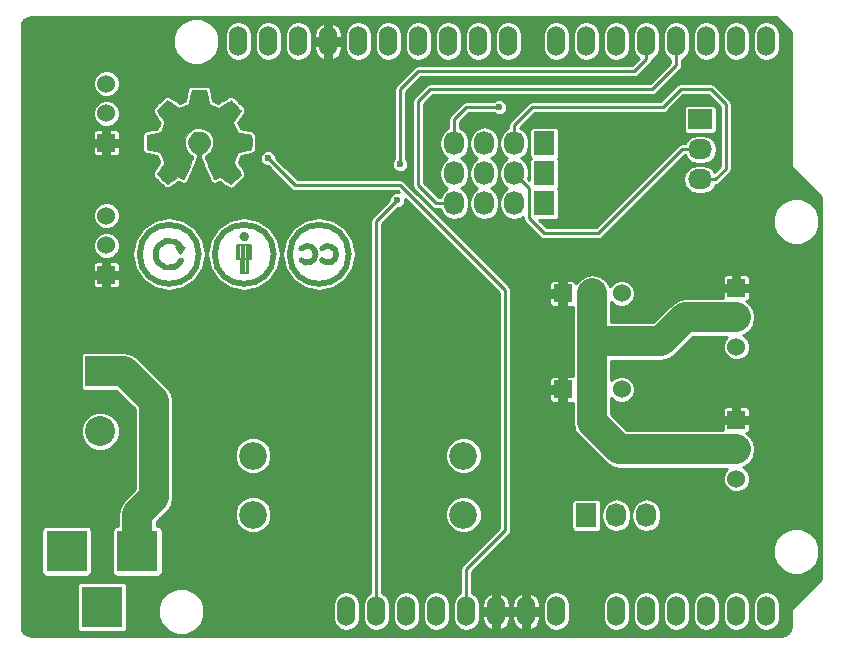
<source format=gbl>
G04 #@! TF.FileFunction,Copper,L2,Bot,Signal*
%FSLAX46Y46*%
G04 Gerber Fmt 4.6, Leading zero omitted, Abs format (unit mm)*
G04 Created by KiCad (PCBNEW 4.0.1-product) date ven 26 aoû 2016 17:54:14 CEST*
%MOMM*%
G01*
G04 APERTURE LIST*
%ADD10C,0.100000*%
%ADD11C,0.010000*%
%ADD12C,0.500000*%
%ADD13C,0.200000*%
%ADD14C,0.400000*%
%ADD15C,0.150000*%
%ADD16C,0.250000*%
%ADD17R,1.727200X2.032000*%
%ADD18O,1.727200X2.032000*%
%ADD19R,2.540000X2.540000*%
%ADD20C,2.540000*%
%ADD21R,2.032000X1.727200*%
%ADD22O,2.032000X1.727200*%
%ADD23R,1.524000X1.524000*%
%ADD24C,1.524000*%
%ADD25R,3.500120X3.500120*%
%ADD26C,2.349500*%
%ADD27O,1.524000X2.540000*%
%ADD28C,0.600000*%
%ADD29C,2.500000*%
%ADD30C,0.254000*%
G04 APERTURE END LIST*
D10*
D11*
G36*
X74691464Y-61116427D02*
X74578882Y-61713618D01*
X74163469Y-61884865D01*
X73748055Y-62056112D01*
X73249698Y-61717233D01*
X73110131Y-61622877D01*
X72983971Y-61538630D01*
X72877104Y-61468338D01*
X72795417Y-61415847D01*
X72744798Y-61385004D01*
X72731013Y-61378353D01*
X72706179Y-61395458D01*
X72653111Y-61442744D01*
X72577759Y-61514172D01*
X72486070Y-61603700D01*
X72383992Y-61705289D01*
X72277473Y-61812898D01*
X72172463Y-61920487D01*
X72074908Y-62022015D01*
X71990757Y-62111441D01*
X71925959Y-62182726D01*
X71886462Y-62229828D01*
X71877019Y-62245592D01*
X71890608Y-62274653D01*
X71928706Y-62338321D01*
X71987306Y-62430367D01*
X72062402Y-62544564D01*
X72149991Y-62674684D01*
X72200745Y-62748901D01*
X72293254Y-62884422D01*
X72375459Y-63006716D01*
X72443369Y-63109695D01*
X72492999Y-63187273D01*
X72520359Y-63233361D01*
X72524470Y-63243047D01*
X72515150Y-63270574D01*
X72489745Y-63334728D01*
X72452088Y-63426490D01*
X72406013Y-63536839D01*
X72355353Y-63656755D01*
X72303940Y-63777219D01*
X72255610Y-63889209D01*
X72214193Y-63983707D01*
X72183525Y-64051692D01*
X72167438Y-64084143D01*
X72166488Y-64085420D01*
X72141227Y-64091617D01*
X72073954Y-64105440D01*
X71971639Y-64125532D01*
X71841258Y-64150534D01*
X71689783Y-64179086D01*
X71601406Y-64195551D01*
X71439547Y-64226369D01*
X71293350Y-64255694D01*
X71170212Y-64281921D01*
X71077530Y-64303446D01*
X71022698Y-64318665D01*
X71011676Y-64323493D01*
X71000881Y-64356174D01*
X70992170Y-64429985D01*
X70985539Y-64536292D01*
X70980981Y-64666467D01*
X70978490Y-64811876D01*
X70978061Y-64963890D01*
X70979688Y-65113877D01*
X70983364Y-65253206D01*
X70989084Y-65373245D01*
X70996842Y-65465365D01*
X71006631Y-65520932D01*
X71012503Y-65532500D01*
X71047600Y-65546365D01*
X71121971Y-65566188D01*
X71225776Y-65589639D01*
X71349180Y-65614391D01*
X71392258Y-65622398D01*
X71599952Y-65660441D01*
X71764015Y-65691079D01*
X71889869Y-65715529D01*
X71982934Y-65735009D01*
X72048632Y-65750736D01*
X72092382Y-65763928D01*
X72119607Y-65775804D01*
X72135727Y-65787580D01*
X72137982Y-65789908D01*
X72160496Y-65827400D01*
X72194841Y-65900365D01*
X72237588Y-65999867D01*
X72285307Y-66116973D01*
X72334569Y-66242748D01*
X72381944Y-66368257D01*
X72424004Y-66484565D01*
X72457319Y-66582739D01*
X72478458Y-66653843D01*
X72483994Y-66688942D01*
X72483533Y-66690172D01*
X72464776Y-66718861D01*
X72422223Y-66781985D01*
X72360346Y-66872973D01*
X72283617Y-66985255D01*
X72196508Y-67112260D01*
X72171701Y-67148353D01*
X72083247Y-67279203D01*
X72005411Y-67398591D01*
X71942433Y-67499662D01*
X71898554Y-67575559D01*
X71878014Y-67619427D01*
X71877019Y-67624817D01*
X71894277Y-67653144D01*
X71941964Y-67709261D01*
X72013949Y-67787137D01*
X72104102Y-67880740D01*
X72206294Y-67984041D01*
X72314394Y-68091006D01*
X72422271Y-68195606D01*
X72523795Y-68291809D01*
X72612837Y-68373584D01*
X72683266Y-68434900D01*
X72728952Y-68469726D01*
X72741590Y-68475412D01*
X72771008Y-68462020D01*
X72831238Y-68425899D01*
X72912470Y-68373136D01*
X72974969Y-68330667D01*
X73088214Y-68252740D01*
X73222325Y-68160984D01*
X73356844Y-68069375D01*
X73429166Y-68020346D01*
X73673961Y-67854770D01*
X73879449Y-67965875D01*
X73973063Y-68014548D01*
X74052669Y-68052381D01*
X74106532Y-68073958D01*
X74120242Y-68076961D01*
X74136729Y-68054793D01*
X74169254Y-67992149D01*
X74215391Y-67894809D01*
X74272709Y-67768549D01*
X74338783Y-67619150D01*
X74411184Y-67452388D01*
X74487483Y-67274042D01*
X74565253Y-67089891D01*
X74642065Y-66905712D01*
X74715493Y-66727285D01*
X74783107Y-66560387D01*
X74842479Y-66410797D01*
X74891183Y-66284293D01*
X74926789Y-66186654D01*
X74946869Y-66123657D01*
X74950099Y-66102021D01*
X74924503Y-66074424D01*
X74868461Y-66029625D01*
X74793688Y-65976934D01*
X74787412Y-65972765D01*
X74594154Y-65818069D01*
X74438325Y-65637591D01*
X74321275Y-65437102D01*
X74244354Y-65222374D01*
X74208913Y-64999177D01*
X74216302Y-64773281D01*
X74267872Y-64550459D01*
X74364973Y-64336479D01*
X74393541Y-64289664D01*
X74542131Y-64100618D01*
X74717672Y-63948812D01*
X74914089Y-63835034D01*
X75125306Y-63760075D01*
X75345246Y-63724722D01*
X75567836Y-63729767D01*
X75786998Y-63775999D01*
X75996657Y-63864206D01*
X76190738Y-63995179D01*
X76250773Y-64048337D01*
X76403564Y-64214739D01*
X76514902Y-64389912D01*
X76591276Y-64586266D01*
X76633812Y-64780717D01*
X76644313Y-64999342D01*
X76609299Y-65219052D01*
X76532326Y-65432420D01*
X76416952Y-65632022D01*
X76266734Y-65810429D01*
X76085226Y-65960217D01*
X76061372Y-65976006D01*
X75985798Y-66027712D01*
X75928348Y-66072512D01*
X75900882Y-66101117D01*
X75900482Y-66102021D01*
X75906379Y-66132964D01*
X75929754Y-66203191D01*
X75968178Y-66306925D01*
X76019222Y-66438390D01*
X76080457Y-66591807D01*
X76149455Y-66761401D01*
X76223786Y-66941393D01*
X76301021Y-67126008D01*
X76378731Y-67309468D01*
X76454488Y-67485996D01*
X76525862Y-67649814D01*
X76590425Y-67795147D01*
X76645747Y-67916217D01*
X76689399Y-68007247D01*
X76718953Y-68062460D01*
X76730855Y-68076961D01*
X76767222Y-68065669D01*
X76835269Y-68035385D01*
X76923263Y-67991520D01*
X76971649Y-67965875D01*
X77177136Y-67854770D01*
X77421931Y-68020346D01*
X77546893Y-68105170D01*
X77683704Y-68198516D01*
X77811911Y-68286408D01*
X77876128Y-68330667D01*
X77966448Y-68391318D01*
X78042928Y-68439381D01*
X78095592Y-68468770D01*
X78112697Y-68474982D01*
X78137594Y-68458223D01*
X78192694Y-68411436D01*
X78272656Y-68339480D01*
X78372139Y-68247212D01*
X78485799Y-68139490D01*
X78557684Y-68070326D01*
X78683448Y-67946757D01*
X78792136Y-67836234D01*
X78879354Y-67743485D01*
X78940710Y-67673237D01*
X78971808Y-67630220D01*
X78974791Y-67621490D01*
X78960946Y-67588284D01*
X78922687Y-67521142D01*
X78864258Y-67426863D01*
X78789902Y-67312245D01*
X78703864Y-67184083D01*
X78679397Y-67148353D01*
X78590245Y-67018489D01*
X78510261Y-66901569D01*
X78443919Y-66804162D01*
X78395688Y-66732839D01*
X78370042Y-66694170D01*
X78367564Y-66690172D01*
X78371270Y-66659355D01*
X78390938Y-66591599D01*
X78423139Y-66495839D01*
X78464444Y-66381009D01*
X78511424Y-66256044D01*
X78560650Y-66129879D01*
X78608691Y-66011448D01*
X78652118Y-65909685D01*
X78687503Y-65833526D01*
X78711415Y-65791904D01*
X78713115Y-65789908D01*
X78727737Y-65778013D01*
X78752434Y-65766250D01*
X78792627Y-65753401D01*
X78853736Y-65738249D01*
X78941182Y-65719576D01*
X79060387Y-65696165D01*
X79216772Y-65666797D01*
X79415756Y-65630255D01*
X79458839Y-65622398D01*
X79586529Y-65597727D01*
X79697846Y-65573593D01*
X79782954Y-65552324D01*
X79832016Y-65536248D01*
X79838594Y-65532500D01*
X79849435Y-65499273D01*
X79858246Y-65425021D01*
X79865023Y-65318376D01*
X79869759Y-65187967D01*
X79872449Y-65042427D01*
X79873086Y-64890386D01*
X79871665Y-64740476D01*
X79868179Y-64601328D01*
X79862623Y-64481572D01*
X79854991Y-64389841D01*
X79845277Y-64334766D01*
X79839421Y-64323493D01*
X79806819Y-64312123D01*
X79732581Y-64293624D01*
X79624103Y-64269602D01*
X79488782Y-64241662D01*
X79334014Y-64211408D01*
X79249692Y-64195551D01*
X79089703Y-64165644D01*
X78947032Y-64138550D01*
X78828651Y-64115631D01*
X78741534Y-64098243D01*
X78692654Y-64087747D01*
X78684609Y-64085420D01*
X78671012Y-64059186D01*
X78642270Y-63995995D01*
X78602214Y-63904877D01*
X78554675Y-63794857D01*
X78503484Y-63674965D01*
X78452473Y-63554227D01*
X78405473Y-63441671D01*
X78366315Y-63346326D01*
X78338830Y-63277217D01*
X78326850Y-63243374D01*
X78326627Y-63241895D01*
X78340208Y-63215197D01*
X78378284Y-63153760D01*
X78436852Y-63063689D01*
X78511911Y-62951090D01*
X78599459Y-62822070D01*
X78650352Y-62747961D01*
X78743090Y-62612077D01*
X78825458Y-62488709D01*
X78893438Y-62384097D01*
X78943011Y-62304483D01*
X78970157Y-62256107D01*
X78974078Y-62245262D01*
X78957224Y-62220020D01*
X78910631Y-62166124D01*
X78840251Y-62089613D01*
X78752034Y-61996523D01*
X78651934Y-61892895D01*
X78545901Y-61784764D01*
X78439888Y-61678170D01*
X78339847Y-61579150D01*
X78251729Y-61493742D01*
X78181486Y-61427985D01*
X78135071Y-61387916D01*
X78119543Y-61378353D01*
X78094260Y-61391800D01*
X78033788Y-61429575D01*
X77944007Y-61487835D01*
X77830796Y-61562734D01*
X77700036Y-61650425D01*
X77601400Y-61717233D01*
X77103042Y-62056112D01*
X76687629Y-61884865D01*
X76272215Y-61713618D01*
X76159633Y-61116427D01*
X76047050Y-60519235D01*
X74804047Y-60519235D01*
X74691464Y-61116427D01*
X74691464Y-61116427D01*
G37*
X74691464Y-61116427D02*
X74578882Y-61713618D01*
X74163469Y-61884865D01*
X73748055Y-62056112D01*
X73249698Y-61717233D01*
X73110131Y-61622877D01*
X72983971Y-61538630D01*
X72877104Y-61468338D01*
X72795417Y-61415847D01*
X72744798Y-61385004D01*
X72731013Y-61378353D01*
X72706179Y-61395458D01*
X72653111Y-61442744D01*
X72577759Y-61514172D01*
X72486070Y-61603700D01*
X72383992Y-61705289D01*
X72277473Y-61812898D01*
X72172463Y-61920487D01*
X72074908Y-62022015D01*
X71990757Y-62111441D01*
X71925959Y-62182726D01*
X71886462Y-62229828D01*
X71877019Y-62245592D01*
X71890608Y-62274653D01*
X71928706Y-62338321D01*
X71987306Y-62430367D01*
X72062402Y-62544564D01*
X72149991Y-62674684D01*
X72200745Y-62748901D01*
X72293254Y-62884422D01*
X72375459Y-63006716D01*
X72443369Y-63109695D01*
X72492999Y-63187273D01*
X72520359Y-63233361D01*
X72524470Y-63243047D01*
X72515150Y-63270574D01*
X72489745Y-63334728D01*
X72452088Y-63426490D01*
X72406013Y-63536839D01*
X72355353Y-63656755D01*
X72303940Y-63777219D01*
X72255610Y-63889209D01*
X72214193Y-63983707D01*
X72183525Y-64051692D01*
X72167438Y-64084143D01*
X72166488Y-64085420D01*
X72141227Y-64091617D01*
X72073954Y-64105440D01*
X71971639Y-64125532D01*
X71841258Y-64150534D01*
X71689783Y-64179086D01*
X71601406Y-64195551D01*
X71439547Y-64226369D01*
X71293350Y-64255694D01*
X71170212Y-64281921D01*
X71077530Y-64303446D01*
X71022698Y-64318665D01*
X71011676Y-64323493D01*
X71000881Y-64356174D01*
X70992170Y-64429985D01*
X70985539Y-64536292D01*
X70980981Y-64666467D01*
X70978490Y-64811876D01*
X70978061Y-64963890D01*
X70979688Y-65113877D01*
X70983364Y-65253206D01*
X70989084Y-65373245D01*
X70996842Y-65465365D01*
X71006631Y-65520932D01*
X71012503Y-65532500D01*
X71047600Y-65546365D01*
X71121971Y-65566188D01*
X71225776Y-65589639D01*
X71349180Y-65614391D01*
X71392258Y-65622398D01*
X71599952Y-65660441D01*
X71764015Y-65691079D01*
X71889869Y-65715529D01*
X71982934Y-65735009D01*
X72048632Y-65750736D01*
X72092382Y-65763928D01*
X72119607Y-65775804D01*
X72135727Y-65787580D01*
X72137982Y-65789908D01*
X72160496Y-65827400D01*
X72194841Y-65900365D01*
X72237588Y-65999867D01*
X72285307Y-66116973D01*
X72334569Y-66242748D01*
X72381944Y-66368257D01*
X72424004Y-66484565D01*
X72457319Y-66582739D01*
X72478458Y-66653843D01*
X72483994Y-66688942D01*
X72483533Y-66690172D01*
X72464776Y-66718861D01*
X72422223Y-66781985D01*
X72360346Y-66872973D01*
X72283617Y-66985255D01*
X72196508Y-67112260D01*
X72171701Y-67148353D01*
X72083247Y-67279203D01*
X72005411Y-67398591D01*
X71942433Y-67499662D01*
X71898554Y-67575559D01*
X71878014Y-67619427D01*
X71877019Y-67624817D01*
X71894277Y-67653144D01*
X71941964Y-67709261D01*
X72013949Y-67787137D01*
X72104102Y-67880740D01*
X72206294Y-67984041D01*
X72314394Y-68091006D01*
X72422271Y-68195606D01*
X72523795Y-68291809D01*
X72612837Y-68373584D01*
X72683266Y-68434900D01*
X72728952Y-68469726D01*
X72741590Y-68475412D01*
X72771008Y-68462020D01*
X72831238Y-68425899D01*
X72912470Y-68373136D01*
X72974969Y-68330667D01*
X73088214Y-68252740D01*
X73222325Y-68160984D01*
X73356844Y-68069375D01*
X73429166Y-68020346D01*
X73673961Y-67854770D01*
X73879449Y-67965875D01*
X73973063Y-68014548D01*
X74052669Y-68052381D01*
X74106532Y-68073958D01*
X74120242Y-68076961D01*
X74136729Y-68054793D01*
X74169254Y-67992149D01*
X74215391Y-67894809D01*
X74272709Y-67768549D01*
X74338783Y-67619150D01*
X74411184Y-67452388D01*
X74487483Y-67274042D01*
X74565253Y-67089891D01*
X74642065Y-66905712D01*
X74715493Y-66727285D01*
X74783107Y-66560387D01*
X74842479Y-66410797D01*
X74891183Y-66284293D01*
X74926789Y-66186654D01*
X74946869Y-66123657D01*
X74950099Y-66102021D01*
X74924503Y-66074424D01*
X74868461Y-66029625D01*
X74793688Y-65976934D01*
X74787412Y-65972765D01*
X74594154Y-65818069D01*
X74438325Y-65637591D01*
X74321275Y-65437102D01*
X74244354Y-65222374D01*
X74208913Y-64999177D01*
X74216302Y-64773281D01*
X74267872Y-64550459D01*
X74364973Y-64336479D01*
X74393541Y-64289664D01*
X74542131Y-64100618D01*
X74717672Y-63948812D01*
X74914089Y-63835034D01*
X75125306Y-63760075D01*
X75345246Y-63724722D01*
X75567836Y-63729767D01*
X75786998Y-63775999D01*
X75996657Y-63864206D01*
X76190738Y-63995179D01*
X76250773Y-64048337D01*
X76403564Y-64214739D01*
X76514902Y-64389912D01*
X76591276Y-64586266D01*
X76633812Y-64780717D01*
X76644313Y-64999342D01*
X76609299Y-65219052D01*
X76532326Y-65432420D01*
X76416952Y-65632022D01*
X76266734Y-65810429D01*
X76085226Y-65960217D01*
X76061372Y-65976006D01*
X75985798Y-66027712D01*
X75928348Y-66072512D01*
X75900882Y-66101117D01*
X75900482Y-66102021D01*
X75906379Y-66132964D01*
X75929754Y-66203191D01*
X75968178Y-66306925D01*
X76019222Y-66438390D01*
X76080457Y-66591807D01*
X76149455Y-66761401D01*
X76223786Y-66941393D01*
X76301021Y-67126008D01*
X76378731Y-67309468D01*
X76454488Y-67485996D01*
X76525862Y-67649814D01*
X76590425Y-67795147D01*
X76645747Y-67916217D01*
X76689399Y-68007247D01*
X76718953Y-68062460D01*
X76730855Y-68076961D01*
X76767222Y-68065669D01*
X76835269Y-68035385D01*
X76923263Y-67991520D01*
X76971649Y-67965875D01*
X77177136Y-67854770D01*
X77421931Y-68020346D01*
X77546893Y-68105170D01*
X77683704Y-68198516D01*
X77811911Y-68286408D01*
X77876128Y-68330667D01*
X77966448Y-68391318D01*
X78042928Y-68439381D01*
X78095592Y-68468770D01*
X78112697Y-68474982D01*
X78137594Y-68458223D01*
X78192694Y-68411436D01*
X78272656Y-68339480D01*
X78372139Y-68247212D01*
X78485799Y-68139490D01*
X78557684Y-68070326D01*
X78683448Y-67946757D01*
X78792136Y-67836234D01*
X78879354Y-67743485D01*
X78940710Y-67673237D01*
X78971808Y-67630220D01*
X78974791Y-67621490D01*
X78960946Y-67588284D01*
X78922687Y-67521142D01*
X78864258Y-67426863D01*
X78789902Y-67312245D01*
X78703864Y-67184083D01*
X78679397Y-67148353D01*
X78590245Y-67018489D01*
X78510261Y-66901569D01*
X78443919Y-66804162D01*
X78395688Y-66732839D01*
X78370042Y-66694170D01*
X78367564Y-66690172D01*
X78371270Y-66659355D01*
X78390938Y-66591599D01*
X78423139Y-66495839D01*
X78464444Y-66381009D01*
X78511424Y-66256044D01*
X78560650Y-66129879D01*
X78608691Y-66011448D01*
X78652118Y-65909685D01*
X78687503Y-65833526D01*
X78711415Y-65791904D01*
X78713115Y-65789908D01*
X78727737Y-65778013D01*
X78752434Y-65766250D01*
X78792627Y-65753401D01*
X78853736Y-65738249D01*
X78941182Y-65719576D01*
X79060387Y-65696165D01*
X79216772Y-65666797D01*
X79415756Y-65630255D01*
X79458839Y-65622398D01*
X79586529Y-65597727D01*
X79697846Y-65573593D01*
X79782954Y-65552324D01*
X79832016Y-65536248D01*
X79838594Y-65532500D01*
X79849435Y-65499273D01*
X79858246Y-65425021D01*
X79865023Y-65318376D01*
X79869759Y-65187967D01*
X79872449Y-65042427D01*
X79873086Y-64890386D01*
X79871665Y-64740476D01*
X79868179Y-64601328D01*
X79862623Y-64481572D01*
X79854991Y-64389841D01*
X79845277Y-64334766D01*
X79839421Y-64323493D01*
X79806819Y-64312123D01*
X79732581Y-64293624D01*
X79624103Y-64269602D01*
X79488782Y-64241662D01*
X79334014Y-64211408D01*
X79249692Y-64195551D01*
X79089703Y-64165644D01*
X78947032Y-64138550D01*
X78828651Y-64115631D01*
X78741534Y-64098243D01*
X78692654Y-64087747D01*
X78684609Y-64085420D01*
X78671012Y-64059186D01*
X78642270Y-63995995D01*
X78602214Y-63904877D01*
X78554675Y-63794857D01*
X78503484Y-63674965D01*
X78452473Y-63554227D01*
X78405473Y-63441671D01*
X78366315Y-63346326D01*
X78338830Y-63277217D01*
X78326850Y-63243374D01*
X78326627Y-63241895D01*
X78340208Y-63215197D01*
X78378284Y-63153760D01*
X78436852Y-63063689D01*
X78511911Y-62951090D01*
X78599459Y-62822070D01*
X78650352Y-62747961D01*
X78743090Y-62612077D01*
X78825458Y-62488709D01*
X78893438Y-62384097D01*
X78943011Y-62304483D01*
X78970157Y-62256107D01*
X78974078Y-62245262D01*
X78957224Y-62220020D01*
X78910631Y-62166124D01*
X78840251Y-62089613D01*
X78752034Y-61996523D01*
X78651934Y-61892895D01*
X78545901Y-61784764D01*
X78439888Y-61678170D01*
X78339847Y-61579150D01*
X78251729Y-61493742D01*
X78181486Y-61427985D01*
X78135071Y-61387916D01*
X78119543Y-61378353D01*
X78094260Y-61391800D01*
X78033788Y-61429575D01*
X77944007Y-61487835D01*
X77830796Y-61562734D01*
X77700036Y-61650425D01*
X77601400Y-61717233D01*
X77103042Y-62056112D01*
X76687629Y-61884865D01*
X76272215Y-61713618D01*
X76159633Y-61116427D01*
X76047050Y-60519235D01*
X74804047Y-60519235D01*
X74691464Y-61116427D01*
D12*
X84098000Y-73922000D02*
G75*
G02X84098000Y-74922000I500000J-500000D01*
G01*
X85848000Y-73922000D02*
G75*
G02X85848000Y-74922000I500000J-500000D01*
G01*
X88098000Y-74422000D02*
G75*
G03X88098000Y-74422000I-2500000J0D01*
G01*
D13*
X79048000Y-74822000D02*
X79048000Y-76022000D01*
X79248000Y-74822000D02*
X79248000Y-76022000D01*
X79448000Y-74822000D02*
X79448000Y-76022000D01*
X78848000Y-73622000D02*
X78848000Y-74822000D01*
X79048000Y-73622000D02*
X79048000Y-74822000D01*
X79248000Y-73622000D02*
X79248000Y-74822000D01*
X79448000Y-73622000D02*
X79448000Y-74822000D01*
X79648000Y-73622000D02*
X79648000Y-74822000D01*
X79548000Y-76022000D02*
X78948000Y-76022000D01*
X78948000Y-74822000D02*
X78948000Y-76022000D01*
X79548000Y-74822000D02*
X79548000Y-76022000D01*
X79848000Y-73622000D02*
X79848000Y-74822000D01*
X79848000Y-74822000D02*
X78648000Y-74822000D01*
X78648000Y-74822000D02*
X78648000Y-73622000D01*
X79848000Y-73622000D02*
X78648000Y-73622000D01*
D14*
X79448000Y-72922000D02*
G75*
G03X79448000Y-72922000I-200000J0D01*
G01*
D12*
X81748000Y-74422000D02*
G75*
G03X81748000Y-74422000I-2500000J0D01*
G01*
D15*
X74098000Y-74822000D02*
X74078000Y-75022000D01*
X73698000Y-74822000D02*
X73598000Y-75122000D01*
X73698000Y-74822000D02*
X74098000Y-74822000D01*
D16*
X74023000Y-73922000D02*
X73623000Y-73922000D01*
D13*
X74023000Y-74022000D02*
X73623000Y-74022000D01*
D15*
X73823000Y-74222000D02*
X73823000Y-74322000D01*
D13*
X73723000Y-74122000D02*
X73923000Y-74122000D01*
D10*
X73423000Y-73822000D02*
X73823000Y-74422000D01*
X73823000Y-74422000D02*
X74223000Y-73822000D01*
X74223000Y-73822000D02*
X73423000Y-73822000D01*
D12*
X73900295Y-74998026D02*
G75*
G02X73898000Y-73842000I-1002295J576026D01*
G01*
X75398000Y-74422000D02*
G75*
G03X75398000Y-74422000I-2500000J0D01*
G01*
D17*
X104648000Y-65024000D03*
D18*
X102108000Y-65024000D03*
X99568000Y-65024000D03*
X97028000Y-65024000D03*
D17*
X104648000Y-67564000D03*
D18*
X102108000Y-67564000D03*
X99568000Y-67564000D03*
X97028000Y-67564000D03*
D17*
X104648000Y-70104000D03*
D18*
X102108000Y-70104000D03*
X99568000Y-70104000D03*
X97028000Y-70104000D03*
D17*
X108204000Y-96520000D03*
D18*
X110744000Y-96520000D03*
X113284000Y-96520000D03*
D19*
X67056000Y-84328000D03*
D20*
X67056000Y-89408000D03*
D21*
X117856000Y-62992000D03*
D22*
X117856000Y-65532000D03*
X117856000Y-68072000D03*
D23*
X67564000Y-76160000D03*
D24*
X67564000Y-73660000D03*
X67564000Y-71160000D03*
D23*
X67564000Y-64984000D03*
D24*
X67564000Y-62484000D03*
X67564000Y-59984000D03*
D23*
X120904000Y-88432000D03*
D24*
X120904000Y-90932000D03*
X120904000Y-93432000D03*
D23*
X106212000Y-77724000D03*
D24*
X108712000Y-77724000D03*
X111212000Y-77724000D03*
D23*
X106212000Y-85852000D03*
D24*
X108712000Y-85852000D03*
X111212000Y-85852000D03*
D25*
X70208140Y-99568000D03*
X64208660Y-99568000D03*
X67208400Y-104267000D03*
D23*
X120904000Y-77256000D03*
D24*
X120904000Y-79756000D03*
X120904000Y-82256000D03*
D26*
X97800000Y-91480000D03*
X97800000Y-96480000D03*
X80000000Y-91480000D03*
X80000000Y-96480000D03*
D27*
X105664000Y-56388000D03*
X87884000Y-104648000D03*
X90424000Y-104648000D03*
X92964000Y-104648000D03*
X95504000Y-104648000D03*
X98044000Y-104648000D03*
X100584000Y-104648000D03*
X103124000Y-104648000D03*
X105664000Y-104648000D03*
X110744000Y-104648000D03*
X113284000Y-104648000D03*
X115824000Y-104648000D03*
X118364000Y-104648000D03*
X120904000Y-104648000D03*
X123444000Y-104648000D03*
X123444000Y-56388000D03*
X120904000Y-56388000D03*
X118364000Y-56388000D03*
X115824000Y-56388000D03*
X113284000Y-56388000D03*
X110744000Y-56388000D03*
X108204000Y-56388000D03*
X101600000Y-56388000D03*
X99060000Y-56388000D03*
X96520000Y-56388000D03*
X93980000Y-56388000D03*
X91440000Y-56388000D03*
X88900000Y-56388000D03*
X86360000Y-56388000D03*
X83820000Y-56388000D03*
X81280000Y-56388000D03*
X78740000Y-56388000D03*
D28*
X100838000Y-61976000D03*
X92456000Y-66802000D03*
X89662000Y-65024000D03*
X92202000Y-69850000D03*
X81280000Y-66294000D03*
D16*
X97028000Y-65024000D02*
X97028000Y-62992000D01*
X98044000Y-61976000D02*
X100838000Y-61976000D01*
X97028000Y-62992000D02*
X98044000Y-61976000D01*
X117856000Y-68072000D02*
X119126000Y-68072000D01*
X102108000Y-63500000D02*
X102108000Y-65024000D01*
X103632000Y-61976000D02*
X102108000Y-63500000D01*
X114681000Y-61976000D02*
X103632000Y-61976000D01*
X116205000Y-60452000D02*
X114681000Y-61976000D01*
X118745000Y-60452000D02*
X116205000Y-60452000D01*
X120015000Y-61722000D02*
X118745000Y-60452000D01*
X120015000Y-67183000D02*
X120015000Y-61722000D01*
X119126000Y-68072000D02*
X120015000Y-67183000D01*
X102108000Y-65024000D02*
X102108000Y-64516000D01*
X117856000Y-65532000D02*
X116332000Y-65532000D01*
X103378000Y-68834000D02*
X102108000Y-67564000D01*
X103378000Y-71374000D02*
X103378000Y-68834000D01*
X104648000Y-72644000D02*
X103378000Y-71374000D01*
X109220000Y-72644000D02*
X104648000Y-72644000D01*
X116332000Y-65532000D02*
X109220000Y-72644000D01*
X102108000Y-67564000D02*
X102108000Y-67818000D01*
X113284000Y-57912000D02*
X112268000Y-58928000D01*
X112268000Y-58928000D02*
X93980000Y-58928000D01*
X93980000Y-58928000D02*
X92456000Y-60452000D01*
X92456000Y-60452000D02*
X92456000Y-66802000D01*
X113284000Y-56388000D02*
X113284000Y-57912000D01*
X115824000Y-56388000D02*
X115824000Y-58420000D01*
X95504000Y-70104000D02*
X97028000Y-70104000D01*
X93980000Y-68580000D02*
X95504000Y-70104000D01*
X93980000Y-61468000D02*
X93980000Y-68580000D01*
X94996000Y-60452000D02*
X93980000Y-61468000D01*
X113792000Y-60452000D02*
X94996000Y-60452000D01*
X115824000Y-58420000D02*
X113792000Y-60452000D01*
D29*
X120904000Y-79756000D02*
X116586000Y-79756000D01*
X114554000Y-81788000D02*
X108712000Y-81788000D01*
X116586000Y-79756000D02*
X114554000Y-81788000D01*
X108712000Y-85852000D02*
X108712000Y-88646000D01*
X110998000Y-90932000D02*
X120904000Y-90932000D01*
X108712000Y-88646000D02*
X110998000Y-90932000D01*
X108712000Y-85852000D02*
X108712000Y-81788000D01*
X108712000Y-81788000D02*
X108712000Y-77724000D01*
D16*
X90424000Y-71628000D02*
X92202000Y-69850000D01*
X90424000Y-71628000D02*
X90424000Y-104648000D01*
X98044000Y-104648000D02*
X98044000Y-101092000D01*
X98044000Y-74168000D02*
X92456000Y-68580000D01*
X92456000Y-68580000D02*
X83566000Y-68580000D01*
X83566000Y-68580000D02*
X81280000Y-66294000D01*
X101346000Y-77470000D02*
X98044000Y-74168000D01*
X101346000Y-97790000D02*
X101346000Y-77470000D01*
X98044000Y-101092000D02*
X101346000Y-97790000D01*
D29*
X70208140Y-99568000D02*
X70208140Y-96415860D01*
X69088000Y-84328000D02*
X67056000Y-84328000D01*
X71628000Y-86868000D02*
X69088000Y-84328000D01*
X71628000Y-94996000D02*
X71628000Y-86868000D01*
X70208140Y-96415860D02*
X71628000Y-94996000D01*
D30*
G36*
X125528000Y-55560881D02*
X125528000Y-66802000D01*
X125562711Y-66976504D01*
X125643290Y-67097099D01*
X125661559Y-67124441D01*
X128068000Y-69530881D01*
X128068000Y-101919119D01*
X125661559Y-104325559D01*
X125562711Y-104473496D01*
X125528000Y-104648000D01*
X125528000Y-105873089D01*
X125457785Y-106226085D01*
X125283268Y-106487268D01*
X125022086Y-106661784D01*
X124669088Y-106732000D01*
X61258911Y-106732000D01*
X60905915Y-106661785D01*
X60644732Y-106487268D01*
X60470216Y-106226086D01*
X60400000Y-105873088D01*
X60400000Y-102516940D01*
X65069876Y-102516940D01*
X65069876Y-106017060D01*
X65096443Y-106158250D01*
X65179886Y-106287925D01*
X65307206Y-106374919D01*
X65458340Y-106405524D01*
X68958460Y-106405524D01*
X69099650Y-106378957D01*
X69229325Y-106295514D01*
X69316319Y-106168194D01*
X69346924Y-106017060D01*
X69346924Y-105037841D01*
X71945159Y-105037841D01*
X72244214Y-105761609D01*
X72797479Y-106315840D01*
X73520723Y-106616157D01*
X74303841Y-106616841D01*
X75027609Y-106317786D01*
X75581840Y-105764521D01*
X75882157Y-105041277D01*
X75882841Y-104258159D01*
X75820654Y-104107655D01*
X86741000Y-104107655D01*
X86741000Y-105188345D01*
X86828006Y-105625752D01*
X87075777Y-105996568D01*
X87446593Y-106244339D01*
X87884000Y-106331345D01*
X88321407Y-106244339D01*
X88692223Y-105996568D01*
X88939994Y-105625752D01*
X89027000Y-105188345D01*
X89027000Y-104107655D01*
X88939994Y-103670248D01*
X88692223Y-103299432D01*
X88321407Y-103051661D01*
X87884000Y-102964655D01*
X87446593Y-103051661D01*
X87075777Y-103299432D01*
X86828006Y-103670248D01*
X86741000Y-104107655D01*
X75820654Y-104107655D01*
X75583786Y-103534391D01*
X75030521Y-102980160D01*
X74307277Y-102679843D01*
X73524159Y-102679159D01*
X72800391Y-102978214D01*
X72246160Y-103531479D01*
X71945843Y-104254723D01*
X71945159Y-105037841D01*
X69346924Y-105037841D01*
X69346924Y-102516940D01*
X69320357Y-102375750D01*
X69236914Y-102246075D01*
X69109594Y-102159081D01*
X68958460Y-102128476D01*
X65458340Y-102128476D01*
X65317150Y-102155043D01*
X65187475Y-102238486D01*
X65100481Y-102365806D01*
X65069876Y-102516940D01*
X60400000Y-102516940D01*
X60400000Y-97817940D01*
X62070136Y-97817940D01*
X62070136Y-101318060D01*
X62096703Y-101459250D01*
X62180146Y-101588925D01*
X62307466Y-101675919D01*
X62458600Y-101706524D01*
X65958720Y-101706524D01*
X66099910Y-101679957D01*
X66229585Y-101596514D01*
X66316579Y-101469194D01*
X66347184Y-101318060D01*
X66347184Y-97817940D01*
X66320617Y-97676750D01*
X66237174Y-97547075D01*
X66109854Y-97460081D01*
X65958720Y-97429476D01*
X62458600Y-97429476D01*
X62317410Y-97456043D01*
X62187735Y-97539486D01*
X62100741Y-97666806D01*
X62070136Y-97817940D01*
X60400000Y-97817940D01*
X60400000Y-89734963D01*
X65404714Y-89734963D01*
X65655534Y-90341995D01*
X66119563Y-90806834D01*
X66726155Y-91058713D01*
X67382963Y-91059286D01*
X67989995Y-90808466D01*
X68454834Y-90344437D01*
X68706713Y-89737845D01*
X68707286Y-89081037D01*
X68456466Y-88474005D01*
X67992437Y-88009166D01*
X67385845Y-87757287D01*
X66729037Y-87756714D01*
X66122005Y-88007534D01*
X65657166Y-88471563D01*
X65405287Y-89078155D01*
X65404714Y-89734963D01*
X60400000Y-89734963D01*
X60400000Y-83058000D01*
X65397536Y-83058000D01*
X65397536Y-85598000D01*
X65424103Y-85739190D01*
X65507546Y-85868865D01*
X65634866Y-85955859D01*
X65786000Y-85986464D01*
X68326000Y-85986464D01*
X68421847Y-85968429D01*
X69997000Y-87543582D01*
X69997000Y-94320418D01*
X69054849Y-95262569D01*
X68701292Y-95791703D01*
X68577140Y-96415860D01*
X68577140Y-97429476D01*
X68458080Y-97429476D01*
X68316890Y-97456043D01*
X68187215Y-97539486D01*
X68100221Y-97666806D01*
X68069616Y-97817940D01*
X68069616Y-101318060D01*
X68096183Y-101459250D01*
X68179626Y-101588925D01*
X68306946Y-101675919D01*
X68458080Y-101706524D01*
X71958200Y-101706524D01*
X72099390Y-101679957D01*
X72229065Y-101596514D01*
X72316059Y-101469194D01*
X72346664Y-101318060D01*
X72346664Y-97817940D01*
X72320097Y-97676750D01*
X72236654Y-97547075D01*
X72109334Y-97460081D01*
X71958200Y-97429476D01*
X71839140Y-97429476D01*
X71839140Y-97091442D01*
X72142482Y-96788100D01*
X78443980Y-96788100D01*
X78680330Y-97360110D01*
X79117588Y-97798132D01*
X79689185Y-98035479D01*
X80308100Y-98036020D01*
X80880110Y-97799670D01*
X81318132Y-97362412D01*
X81555479Y-96790815D01*
X81556020Y-96171900D01*
X81319670Y-95599890D01*
X80882412Y-95161868D01*
X80310815Y-94924521D01*
X79691900Y-94923980D01*
X79119890Y-95160330D01*
X78681868Y-95597588D01*
X78444521Y-96169185D01*
X78443980Y-96788100D01*
X72142482Y-96788100D01*
X72781291Y-96149291D01*
X73134848Y-95620157D01*
X73259000Y-94996000D01*
X73259000Y-91788100D01*
X78443980Y-91788100D01*
X78680330Y-92360110D01*
X79117588Y-92798132D01*
X79689185Y-93035479D01*
X80308100Y-93036020D01*
X80880110Y-92799670D01*
X81318132Y-92362412D01*
X81555479Y-91790815D01*
X81556020Y-91171900D01*
X81319670Y-90599890D01*
X80882412Y-90161868D01*
X80310815Y-89924521D01*
X79691900Y-89923980D01*
X79119890Y-90160330D01*
X78681868Y-90597588D01*
X78444521Y-91169185D01*
X78443980Y-91788100D01*
X73259000Y-91788100D01*
X73259000Y-86868000D01*
X73134848Y-86243843D01*
X72781291Y-85714709D01*
X70241291Y-83174709D01*
X69712157Y-82821152D01*
X69088000Y-82697000D01*
X68461623Y-82697000D01*
X68326000Y-82669536D01*
X65786000Y-82669536D01*
X65644810Y-82696103D01*
X65515135Y-82779546D01*
X65428141Y-82906866D01*
X65397536Y-83058000D01*
X60400000Y-83058000D01*
X60400000Y-76528250D01*
X66421000Y-76528250D01*
X66421000Y-76997786D01*
X66479004Y-77137820D01*
X66586181Y-77244996D01*
X66726215Y-77303000D01*
X67195750Y-77303000D01*
X67291000Y-77207750D01*
X67291000Y-76433000D01*
X67837000Y-76433000D01*
X67837000Y-77207750D01*
X67932250Y-77303000D01*
X68401785Y-77303000D01*
X68541819Y-77244996D01*
X68648996Y-77137820D01*
X68707000Y-76997786D01*
X68707000Y-76528250D01*
X68611750Y-76433000D01*
X67837000Y-76433000D01*
X67291000Y-76433000D01*
X66516250Y-76433000D01*
X66421000Y-76528250D01*
X60400000Y-76528250D01*
X60400000Y-75322214D01*
X66421000Y-75322214D01*
X66421000Y-75791750D01*
X66516250Y-75887000D01*
X67291000Y-75887000D01*
X67291000Y-75112250D01*
X67837000Y-75112250D01*
X67837000Y-75887000D01*
X68611750Y-75887000D01*
X68707000Y-75791750D01*
X68707000Y-75322214D01*
X68648996Y-75182180D01*
X68541819Y-75075004D01*
X68401785Y-75017000D01*
X67932250Y-75017000D01*
X67837000Y-75112250D01*
X67291000Y-75112250D01*
X67195750Y-75017000D01*
X66726215Y-75017000D01*
X66586181Y-75075004D01*
X66479004Y-75182180D01*
X66421000Y-75322214D01*
X60400000Y-75322214D01*
X60400000Y-73886359D01*
X66420802Y-73886359D01*
X66594446Y-74306612D01*
X66915697Y-74628423D01*
X67335646Y-74802801D01*
X67790359Y-74803198D01*
X68210612Y-74629554D01*
X68418527Y-74422000D01*
X69767000Y-74422000D01*
X70005333Y-75620182D01*
X70684049Y-76635951D01*
X71699818Y-77314667D01*
X72898000Y-77553000D01*
X74096182Y-77314667D01*
X75111951Y-76635951D01*
X75790667Y-75620182D01*
X76029000Y-74422000D01*
X76117000Y-74422000D01*
X76355333Y-75620182D01*
X77034049Y-76635951D01*
X78049818Y-77314667D01*
X79248000Y-77553000D01*
X80446182Y-77314667D01*
X81461951Y-76635951D01*
X82140667Y-75620182D01*
X82379000Y-74422000D01*
X82467000Y-74422000D01*
X82705333Y-75620182D01*
X83384049Y-76635951D01*
X84399818Y-77314667D01*
X85598000Y-77553000D01*
X86796182Y-77314667D01*
X87811951Y-76635951D01*
X88490667Y-75620182D01*
X88729000Y-74422000D01*
X88490667Y-73223818D01*
X87811951Y-72208049D01*
X86796182Y-71529333D01*
X85598000Y-71291000D01*
X84399818Y-71529333D01*
X83384049Y-72208049D01*
X82705333Y-73223818D01*
X82467000Y-74422000D01*
X82379000Y-74422000D01*
X82140667Y-73223818D01*
X81461951Y-72208049D01*
X80446182Y-71529333D01*
X79248000Y-71291000D01*
X78049818Y-71529333D01*
X77034049Y-72208049D01*
X76355333Y-73223818D01*
X76117000Y-74422000D01*
X76029000Y-74422000D01*
X75790667Y-73223818D01*
X75111951Y-72208049D01*
X74096182Y-71529333D01*
X72898000Y-71291000D01*
X71699818Y-71529333D01*
X70684049Y-72208049D01*
X70005333Y-73223818D01*
X69767000Y-74422000D01*
X68418527Y-74422000D01*
X68532423Y-74308303D01*
X68706801Y-73888354D01*
X68707198Y-73433641D01*
X68533554Y-73013388D01*
X68212303Y-72691577D01*
X67792354Y-72517199D01*
X67337641Y-72516802D01*
X66917388Y-72690446D01*
X66595577Y-73011697D01*
X66421199Y-73431646D01*
X66420802Y-73886359D01*
X60400000Y-73886359D01*
X60400000Y-71386359D01*
X66420802Y-71386359D01*
X66594446Y-71806612D01*
X66915697Y-72128423D01*
X67335646Y-72302801D01*
X67790359Y-72303198D01*
X68210612Y-72129554D01*
X68532423Y-71808303D01*
X68706801Y-71388354D01*
X68707198Y-70933641D01*
X68533554Y-70513388D01*
X68212303Y-70191577D01*
X67792354Y-70017199D01*
X67337641Y-70016802D01*
X66917388Y-70190446D01*
X66595577Y-70511697D01*
X66421199Y-70931646D01*
X66420802Y-71386359D01*
X60400000Y-71386359D01*
X60400000Y-65352250D01*
X66421000Y-65352250D01*
X66421000Y-65821786D01*
X66479004Y-65961820D01*
X66586181Y-66068996D01*
X66726215Y-66127000D01*
X67195750Y-66127000D01*
X67291000Y-66031750D01*
X67291000Y-65257000D01*
X67837000Y-65257000D01*
X67837000Y-66031750D01*
X67932250Y-66127000D01*
X68401785Y-66127000D01*
X68541819Y-66068996D01*
X68648996Y-65961820D01*
X68707000Y-65821786D01*
X68707000Y-65352250D01*
X68611750Y-65257000D01*
X67837000Y-65257000D01*
X67291000Y-65257000D01*
X66516250Y-65257000D01*
X66421000Y-65352250D01*
X60400000Y-65352250D01*
X60400000Y-64962801D01*
X70592063Y-64962801D01*
X70592580Y-64965437D01*
X70592084Y-64968077D01*
X70593711Y-65118064D01*
X70594338Y-65121049D01*
X70593822Y-65124058D01*
X70597498Y-65263386D01*
X70598419Y-65267453D01*
X70597801Y-65271579D01*
X70603521Y-65391617D01*
X70605246Y-65398547D01*
X70604446Y-65405638D01*
X70612204Y-65497758D01*
X70617083Y-65514703D01*
X70616696Y-65532334D01*
X70626485Y-65587901D01*
X70647086Y-65640901D01*
X70653718Y-65664556D01*
X70658367Y-65686068D01*
X70660691Y-65689426D01*
X70662436Y-65695648D01*
X70668308Y-65707216D01*
X70677320Y-65718684D01*
X70681050Y-65728279D01*
X70702364Y-65750550D01*
X70707755Y-65757411D01*
X70744092Y-65809901D01*
X70754051Y-65816321D01*
X70761370Y-65825634D01*
X70817012Y-65856907D01*
X70870680Y-65891502D01*
X70905777Y-65905367D01*
X70927957Y-65909400D01*
X70948186Y-65919343D01*
X71022557Y-65939166D01*
X71030049Y-65939647D01*
X71036912Y-65942700D01*
X71140717Y-65966151D01*
X71145474Y-65966274D01*
X71149865Y-65968101D01*
X71273269Y-65992853D01*
X71276055Y-65992857D01*
X71278642Y-65993891D01*
X71321720Y-66001898D01*
X71322234Y-66001892D01*
X71322712Y-66002081D01*
X71529792Y-66040012D01*
X71691691Y-66070245D01*
X71813547Y-66093919D01*
X71862261Y-66104115D01*
X71881484Y-66148860D01*
X71926863Y-66260223D01*
X71974264Y-66381247D01*
X72019879Y-66502093D01*
X72059708Y-66612233D01*
X72063421Y-66623176D01*
X72041436Y-66655505D01*
X71965272Y-66766960D01*
X71878400Y-66893620D01*
X71878399Y-66893621D01*
X71853592Y-66929714D01*
X71852992Y-66931111D01*
X71851913Y-66932178D01*
X71763459Y-67063028D01*
X71762189Y-67066049D01*
X71759897Y-67068393D01*
X71682061Y-67187781D01*
X71680561Y-67191520D01*
X71677805Y-67194458D01*
X71614827Y-67295529D01*
X71612538Y-67301594D01*
X71608261Y-67306465D01*
X71564382Y-67382361D01*
X71558958Y-67398310D01*
X71548976Y-67411878D01*
X71528436Y-67455747D01*
X71517485Y-67500200D01*
X71501919Y-67533735D01*
X71501598Y-67541390D01*
X71498427Y-67549355D01*
X71497433Y-67554745D01*
X71497784Y-67580167D01*
X71492409Y-67601984D01*
X71497626Y-67636235D01*
X71495616Y-67684212D01*
X71499362Y-67694447D01*
X71499512Y-67705341D01*
X71512881Y-67736396D01*
X71515086Y-67750876D01*
X71526710Y-67770100D01*
X71526873Y-67771508D01*
X71528890Y-67775131D01*
X71547378Y-67825648D01*
X71564636Y-67853975D01*
X71585293Y-67876437D01*
X71600136Y-67903098D01*
X71647823Y-67959215D01*
X71654234Y-67964295D01*
X71658510Y-67971273D01*
X71730496Y-68049149D01*
X71733754Y-68051516D01*
X71735930Y-68054909D01*
X71826083Y-68148512D01*
X71828243Y-68150014D01*
X71829690Y-68152206D01*
X71931882Y-68255508D01*
X71933621Y-68256683D01*
X71934795Y-68258421D01*
X72042895Y-68365386D01*
X72044558Y-68366485D01*
X72045692Y-68368126D01*
X72153569Y-68472726D01*
X72155465Y-68473951D01*
X72156769Y-68475793D01*
X72258293Y-68571996D01*
X72260889Y-68573631D01*
X72262700Y-68576107D01*
X72351742Y-68657882D01*
X72356193Y-68660590D01*
X72359379Y-68664711D01*
X72429808Y-68726027D01*
X72440842Y-68732344D01*
X72449258Y-68741880D01*
X72494944Y-68776705D01*
X72534613Y-68796111D01*
X72570577Y-68821739D01*
X72583215Y-68827425D01*
X72595523Y-68830261D01*
X72606262Y-68836912D01*
X72623905Y-68839793D01*
X72630234Y-68842889D01*
X72650672Y-68844163D01*
X72668516Y-68847077D01*
X72729980Y-68861237D01*
X72742437Y-68859147D01*
X72754903Y-68861182D01*
X72816310Y-68846749D01*
X72878512Y-68836311D01*
X72889219Y-68829614D01*
X72901518Y-68826723D01*
X72930936Y-68813331D01*
X72948810Y-68800474D01*
X72969535Y-68793053D01*
X73029765Y-68756932D01*
X73034970Y-68752212D01*
X73041498Y-68749607D01*
X73122730Y-68696844D01*
X73125655Y-68693994D01*
X73129416Y-68692402D01*
X73191915Y-68649933D01*
X73192725Y-68649110D01*
X73193785Y-68648654D01*
X73306770Y-68570906D01*
X73440039Y-68479726D01*
X73573766Y-68388657D01*
X73645752Y-68339856D01*
X73696412Y-68305590D01*
X73698901Y-68306358D01*
X73701385Y-68308350D01*
X73794999Y-68357023D01*
X73801742Y-68358985D01*
X73807375Y-68363179D01*
X73886981Y-68401012D01*
X73898863Y-68404012D01*
X73909130Y-68410700D01*
X73962993Y-68432277D01*
X73994536Y-68438169D01*
X74023942Y-68451019D01*
X74037652Y-68454022D01*
X74084213Y-68454920D01*
X74111042Y-68459931D01*
X74127749Y-68456404D01*
X74176368Y-68458858D01*
X74182124Y-68456807D01*
X74188234Y-68456925D01*
X74252859Y-68431605D01*
X74318241Y-68408310D01*
X74322775Y-68404212D01*
X74328464Y-68401983D01*
X74378394Y-68353943D01*
X74385162Y-68350220D01*
X74392122Y-68341528D01*
X74429972Y-68307316D01*
X74446459Y-68285148D01*
X74459824Y-68256988D01*
X74479306Y-68232660D01*
X74511831Y-68170017D01*
X74513815Y-68163184D01*
X74518057Y-68157474D01*
X74564194Y-68060134D01*
X74564982Y-68056998D01*
X74566869Y-68054369D01*
X74624187Y-67928109D01*
X74624624Y-67926243D01*
X74625725Y-67924676D01*
X74691799Y-67775277D01*
X74692091Y-67773972D01*
X74692853Y-67772872D01*
X74765254Y-67606110D01*
X74765477Y-67605082D01*
X74766071Y-67604214D01*
X74842370Y-67425867D01*
X74842559Y-67424972D01*
X74843073Y-67424214D01*
X74920843Y-67240063D01*
X74921021Y-67239200D01*
X74921512Y-67238469D01*
X74998324Y-67054291D01*
X74998507Y-67053381D01*
X74999020Y-67052610D01*
X75072448Y-66874183D01*
X75072656Y-66873124D01*
X75073250Y-66872220D01*
X75140864Y-66705322D01*
X75141125Y-66703952D01*
X75141881Y-66702784D01*
X75201254Y-66553194D01*
X75201620Y-66551198D01*
X75202704Y-66549484D01*
X75251408Y-66422979D01*
X75252004Y-66419530D01*
X75253823Y-66416537D01*
X75289429Y-66318897D01*
X75290660Y-66310932D01*
X75294558Y-66303879D01*
X75314638Y-66240882D01*
X75318124Y-66209951D01*
X75328638Y-66180651D01*
X75331868Y-66159014D01*
X75330831Y-66137492D01*
X75335826Y-66116531D01*
X75327234Y-66062866D01*
X75324618Y-66008579D01*
X75315423Y-65989091D01*
X75312017Y-65967816D01*
X75283543Y-65921524D01*
X75260351Y-65872370D01*
X75244400Y-65857885D01*
X75233110Y-65839531D01*
X75207514Y-65811934D01*
X75184125Y-65795000D01*
X75165522Y-65772918D01*
X75109480Y-65728119D01*
X75098967Y-65722672D01*
X75090807Y-65714097D01*
X75016763Y-65661920D01*
X74863107Y-65538924D01*
X74753739Y-65412256D01*
X74672623Y-65273317D01*
X74619916Y-65126184D01*
X74595910Y-64975003D01*
X74600863Y-64823583D01*
X74635263Y-64674951D01*
X74706738Y-64517443D01*
X74711137Y-64510234D01*
X74822684Y-64368316D01*
X74942639Y-64264581D01*
X75076751Y-64186894D01*
X75221274Y-64135604D01*
X75371720Y-64111421D01*
X75523245Y-64114856D01*
X75671273Y-64146082D01*
X75812094Y-64205328D01*
X75953815Y-64300966D01*
X75979945Y-64324103D01*
X76096125Y-64450631D01*
X76168859Y-64565067D01*
X76220623Y-64698149D01*
X76249809Y-64831570D01*
X76256843Y-64978003D01*
X76233842Y-65122333D01*
X76180912Y-65269051D01*
X76099779Y-65409416D01*
X75994026Y-65535013D01*
X75855219Y-65649562D01*
X75848321Y-65654128D01*
X75846180Y-65656250D01*
X75843411Y-65657433D01*
X75767837Y-65709138D01*
X75759316Y-65717849D01*
X75748432Y-65723322D01*
X75690982Y-65768122D01*
X75672770Y-65789219D01*
X75649918Y-65805169D01*
X75622452Y-65833773D01*
X75604019Y-65862612D01*
X75581268Y-65885000D01*
X75567978Y-65916370D01*
X75547894Y-65944927D01*
X75547494Y-65945831D01*
X75545698Y-65953854D01*
X75541338Y-65960675D01*
X75535642Y-65992694D01*
X75522516Y-66023678D01*
X75522235Y-66058663D01*
X75514592Y-66092804D01*
X75516197Y-66102015D01*
X75514962Y-66108956D01*
X75521589Y-66139063D01*
X75521306Y-66174283D01*
X75527203Y-66205226D01*
X75536910Y-66229204D01*
X75540134Y-66254868D01*
X75563509Y-66325095D01*
X75566754Y-66330793D01*
X75567788Y-66337267D01*
X75606212Y-66441001D01*
X75607818Y-66443614D01*
X75608349Y-66446636D01*
X75659393Y-66578101D01*
X75660387Y-66579663D01*
X75660724Y-66581481D01*
X75721959Y-66734898D01*
X75722669Y-66735991D01*
X75722915Y-66737270D01*
X75791913Y-66906864D01*
X75792481Y-66907725D01*
X75792681Y-66908738D01*
X75867012Y-67088729D01*
X75867512Y-67089479D01*
X75867692Y-67090367D01*
X75944927Y-67274982D01*
X75945415Y-67275707D01*
X75945592Y-67276561D01*
X76023302Y-67460021D01*
X76023823Y-67460787D01*
X76024015Y-67461694D01*
X76099772Y-67638222D01*
X76100386Y-67639117D01*
X76100617Y-67640175D01*
X76171990Y-67803992D01*
X76172794Y-67805149D01*
X76173104Y-67806524D01*
X76237667Y-67951856D01*
X76238863Y-67953551D01*
X76239341Y-67955572D01*
X76294663Y-68076642D01*
X76296793Y-68079595D01*
X76297696Y-68083119D01*
X76341348Y-68174149D01*
X76346558Y-68181096D01*
X76349085Y-68189408D01*
X76378639Y-68244620D01*
X76402708Y-68273913D01*
X76420584Y-68307352D01*
X76432486Y-68321853D01*
X76433473Y-68322663D01*
X76434081Y-68323783D01*
X76462781Y-68347024D01*
X76474254Y-68360987D01*
X76491180Y-68370021D01*
X76491671Y-68370419D01*
X76548915Y-68417392D01*
X76550134Y-68417762D01*
X76551126Y-68418565D01*
X76622194Y-68439617D01*
X76693042Y-68461104D01*
X76694311Y-68460979D01*
X76695533Y-68461341D01*
X76769150Y-68453604D01*
X76842925Y-68446334D01*
X76844051Y-68445732D01*
X76845318Y-68445599D01*
X76881685Y-68434307D01*
X76901819Y-68423375D01*
X76924168Y-68418322D01*
X76992216Y-68388037D01*
X76999212Y-68383094D01*
X77007479Y-68380841D01*
X77095472Y-68336976D01*
X77099339Y-68333982D01*
X77104027Y-68332578D01*
X77152413Y-68306933D01*
X77153680Y-68305901D01*
X77154685Y-68305591D01*
X77205345Y-68339856D01*
X77329739Y-68424294D01*
X77465747Y-68517093D01*
X77593335Y-68604560D01*
X77657079Y-68648493D01*
X77659262Y-68649434D01*
X77660940Y-68651120D01*
X77751260Y-68711771D01*
X77756745Y-68714058D01*
X77761061Y-68718139D01*
X77837541Y-68766202D01*
X77847064Y-68769838D01*
X77854828Y-68776449D01*
X77907492Y-68805837D01*
X77937159Y-68815427D01*
X77963829Y-68831585D01*
X77980934Y-68837797D01*
X78010766Y-68842367D01*
X78038686Y-68853820D01*
X78084511Y-68853663D01*
X78129807Y-68860602D01*
X78159116Y-68853408D01*
X78189295Y-68853305D01*
X78231572Y-68835624D01*
X78276075Y-68824701D01*
X78300398Y-68806840D01*
X78328243Y-68795195D01*
X78353140Y-68778436D01*
X78368453Y-68763018D01*
X78387437Y-68752458D01*
X78442537Y-68705671D01*
X78446043Y-68701250D01*
X78450895Y-68698365D01*
X78530857Y-68626409D01*
X78532626Y-68624041D01*
X78535143Y-68622493D01*
X78634626Y-68530225D01*
X78635870Y-68528506D01*
X78637666Y-68527375D01*
X78751326Y-68419653D01*
X78752180Y-68418446D01*
X78753427Y-68417647D01*
X78825312Y-68348483D01*
X78826491Y-68346791D01*
X78828214Y-68345661D01*
X78953978Y-68222092D01*
X78955877Y-68219304D01*
X78958666Y-68217406D01*
X79067354Y-68106883D01*
X79069761Y-68103214D01*
X79073335Y-68100664D01*
X79160553Y-68007915D01*
X79164370Y-68001803D01*
X79170076Y-67997407D01*
X79231432Y-67927160D01*
X79240376Y-67911597D01*
X79253528Y-67899381D01*
X79284626Y-67856363D01*
X79308414Y-67804438D01*
X79312778Y-67796915D01*
X79331751Y-67768376D01*
X79332991Y-67762067D01*
X79337073Y-67755029D01*
X79340056Y-67746299D01*
X79342119Y-67730867D01*
X79347355Y-67719438D01*
X79348740Y-67681916D01*
X79360790Y-67620592D01*
X79358430Y-67608868D01*
X79360014Y-67597017D01*
X79352867Y-67570128D01*
X79352911Y-67568932D01*
X79351640Y-67565512D01*
X79343644Y-67535427D01*
X79331064Y-67472945D01*
X79317219Y-67439739D01*
X79303880Y-67419876D01*
X79296319Y-67397180D01*
X79258061Y-67330039D01*
X79253324Y-67324575D01*
X79250787Y-67317804D01*
X79192358Y-67223525D01*
X79189587Y-67220558D01*
X79188085Y-67216787D01*
X79113729Y-67102169D01*
X79111572Y-67099953D01*
X79110383Y-67097099D01*
X79024345Y-66968937D01*
X79023062Y-66967660D01*
X79022349Y-66965992D01*
X78997882Y-66930263D01*
X78997716Y-66930100D01*
X78997625Y-66929889D01*
X78908473Y-66800024D01*
X78829204Y-66684149D01*
X78787598Y-66623061D01*
X78787711Y-66622722D01*
X78826727Y-66514255D01*
X78858829Y-66428865D01*
X80598882Y-66428865D01*
X80702339Y-66679252D01*
X80893741Y-66870987D01*
X81143946Y-66974882D01*
X81245378Y-66974970D01*
X83208204Y-68937796D01*
X83372362Y-69047483D01*
X83566000Y-69086000D01*
X92246408Y-69086000D01*
X92329519Y-69169111D01*
X92067135Y-69168882D01*
X91816748Y-69272339D01*
X91625013Y-69463741D01*
X91521118Y-69713946D01*
X91521030Y-69815378D01*
X90066204Y-71270204D01*
X89956517Y-71434362D01*
X89918000Y-71628000D01*
X89918000Y-103097493D01*
X89615777Y-103299432D01*
X89368006Y-103670248D01*
X89281000Y-104107655D01*
X89281000Y-105188345D01*
X89368006Y-105625752D01*
X89615777Y-105996568D01*
X89986593Y-106244339D01*
X90424000Y-106331345D01*
X90861407Y-106244339D01*
X91232223Y-105996568D01*
X91479994Y-105625752D01*
X91567000Y-105188345D01*
X91567000Y-104107655D01*
X91821000Y-104107655D01*
X91821000Y-105188345D01*
X91908006Y-105625752D01*
X92155777Y-105996568D01*
X92526593Y-106244339D01*
X92964000Y-106331345D01*
X93401407Y-106244339D01*
X93772223Y-105996568D01*
X94019994Y-105625752D01*
X94107000Y-105188345D01*
X94107000Y-104107655D01*
X94361000Y-104107655D01*
X94361000Y-105188345D01*
X94448006Y-105625752D01*
X94695777Y-105996568D01*
X95066593Y-106244339D01*
X95504000Y-106331345D01*
X95941407Y-106244339D01*
X96312223Y-105996568D01*
X96559994Y-105625752D01*
X96647000Y-105188345D01*
X96647000Y-104107655D01*
X96559994Y-103670248D01*
X96312223Y-103299432D01*
X95941407Y-103051661D01*
X95504000Y-102964655D01*
X95066593Y-103051661D01*
X94695777Y-103299432D01*
X94448006Y-103670248D01*
X94361000Y-104107655D01*
X94107000Y-104107655D01*
X94019994Y-103670248D01*
X93772223Y-103299432D01*
X93401407Y-103051661D01*
X92964000Y-102964655D01*
X92526593Y-103051661D01*
X92155777Y-103299432D01*
X91908006Y-103670248D01*
X91821000Y-104107655D01*
X91567000Y-104107655D01*
X91479994Y-103670248D01*
X91232223Y-103299432D01*
X90930000Y-103097493D01*
X90930000Y-96788100D01*
X96243980Y-96788100D01*
X96480330Y-97360110D01*
X96917588Y-97798132D01*
X97489185Y-98035479D01*
X98108100Y-98036020D01*
X98680110Y-97799670D01*
X99118132Y-97362412D01*
X99355479Y-96790815D01*
X99356020Y-96171900D01*
X99119670Y-95599890D01*
X98682412Y-95161868D01*
X98110815Y-94924521D01*
X97491900Y-94923980D01*
X96919890Y-95160330D01*
X96481868Y-95597588D01*
X96244521Y-96169185D01*
X96243980Y-96788100D01*
X90930000Y-96788100D01*
X90930000Y-91788100D01*
X96243980Y-91788100D01*
X96480330Y-92360110D01*
X96917588Y-92798132D01*
X97489185Y-93035479D01*
X98108100Y-93036020D01*
X98680110Y-92799670D01*
X99118132Y-92362412D01*
X99355479Y-91790815D01*
X99356020Y-91171900D01*
X99119670Y-90599890D01*
X98682412Y-90161868D01*
X98110815Y-89924521D01*
X97491900Y-89923980D01*
X96919890Y-90160330D01*
X96481868Y-90597588D01*
X96244521Y-91169185D01*
X96243980Y-91788100D01*
X90930000Y-91788100D01*
X90930000Y-71837592D01*
X92236561Y-70531031D01*
X92336865Y-70531118D01*
X92587252Y-70427661D01*
X92778987Y-70236259D01*
X92882882Y-69986054D01*
X92883111Y-69722703D01*
X100840000Y-77679592D01*
X100840000Y-97580408D01*
X97686204Y-100734204D01*
X97576517Y-100898362D01*
X97538000Y-101092000D01*
X97538000Y-103097493D01*
X97235777Y-103299432D01*
X96988006Y-103670248D01*
X96901000Y-104107655D01*
X96901000Y-105188345D01*
X96988006Y-105625752D01*
X97235777Y-105996568D01*
X97606593Y-106244339D01*
X98044000Y-106331345D01*
X98481407Y-106244339D01*
X98852223Y-105996568D01*
X99099994Y-105625752D01*
X99187000Y-105188345D01*
X99187000Y-105107032D01*
X99390946Y-105107032D01*
X99463023Y-105567321D01*
X99705758Y-105964990D01*
X100140731Y-106209547D01*
X100311000Y-106167559D01*
X100311000Y-104921000D01*
X100857000Y-104921000D01*
X100857000Y-106167559D01*
X101027269Y-106209547D01*
X101462242Y-105964990D01*
X101704977Y-105567321D01*
X101777054Y-105107032D01*
X101930946Y-105107032D01*
X102003023Y-105567321D01*
X102245758Y-105964990D01*
X102680731Y-106209547D01*
X102851000Y-106167559D01*
X102851000Y-104921000D01*
X103397000Y-104921000D01*
X103397000Y-106167559D01*
X103567269Y-106209547D01*
X104002242Y-105964990D01*
X104244977Y-105567321D01*
X104317054Y-105107032D01*
X104199455Y-104921000D01*
X103397000Y-104921000D01*
X102851000Y-104921000D01*
X102048545Y-104921000D01*
X101930946Y-105107032D01*
X101777054Y-105107032D01*
X101659455Y-104921000D01*
X100857000Y-104921000D01*
X100311000Y-104921000D01*
X99508545Y-104921000D01*
X99390946Y-105107032D01*
X99187000Y-105107032D01*
X99187000Y-104188968D01*
X99390946Y-104188968D01*
X99508545Y-104375000D01*
X100311000Y-104375000D01*
X100311000Y-103128441D01*
X100857000Y-103128441D01*
X100857000Y-104375000D01*
X101659455Y-104375000D01*
X101777054Y-104188968D01*
X101930946Y-104188968D01*
X102048545Y-104375000D01*
X102851000Y-104375000D01*
X102851000Y-103128441D01*
X103397000Y-103128441D01*
X103397000Y-104375000D01*
X104199455Y-104375000D01*
X104317054Y-104188968D01*
X104304322Y-104107655D01*
X104521000Y-104107655D01*
X104521000Y-105188345D01*
X104608006Y-105625752D01*
X104855777Y-105996568D01*
X105226593Y-106244339D01*
X105664000Y-106331345D01*
X106101407Y-106244339D01*
X106472223Y-105996568D01*
X106719994Y-105625752D01*
X106807000Y-105188345D01*
X106807000Y-104107655D01*
X109601000Y-104107655D01*
X109601000Y-105188345D01*
X109688006Y-105625752D01*
X109935777Y-105996568D01*
X110306593Y-106244339D01*
X110744000Y-106331345D01*
X111181407Y-106244339D01*
X111552223Y-105996568D01*
X111799994Y-105625752D01*
X111887000Y-105188345D01*
X111887000Y-104107655D01*
X112141000Y-104107655D01*
X112141000Y-105188345D01*
X112228006Y-105625752D01*
X112475777Y-105996568D01*
X112846593Y-106244339D01*
X113284000Y-106331345D01*
X113721407Y-106244339D01*
X114092223Y-105996568D01*
X114339994Y-105625752D01*
X114427000Y-105188345D01*
X114427000Y-104107655D01*
X114681000Y-104107655D01*
X114681000Y-105188345D01*
X114768006Y-105625752D01*
X115015777Y-105996568D01*
X115386593Y-106244339D01*
X115824000Y-106331345D01*
X116261407Y-106244339D01*
X116632223Y-105996568D01*
X116879994Y-105625752D01*
X116967000Y-105188345D01*
X116967000Y-104107655D01*
X117221000Y-104107655D01*
X117221000Y-105188345D01*
X117308006Y-105625752D01*
X117555777Y-105996568D01*
X117926593Y-106244339D01*
X118364000Y-106331345D01*
X118801407Y-106244339D01*
X119172223Y-105996568D01*
X119419994Y-105625752D01*
X119507000Y-105188345D01*
X119507000Y-104107655D01*
X119761000Y-104107655D01*
X119761000Y-105188345D01*
X119848006Y-105625752D01*
X120095777Y-105996568D01*
X120466593Y-106244339D01*
X120904000Y-106331345D01*
X121341407Y-106244339D01*
X121712223Y-105996568D01*
X121959994Y-105625752D01*
X122047000Y-105188345D01*
X122047000Y-104107655D01*
X122301000Y-104107655D01*
X122301000Y-105188345D01*
X122388006Y-105625752D01*
X122635777Y-105996568D01*
X123006593Y-106244339D01*
X123444000Y-106331345D01*
X123881407Y-106244339D01*
X124252223Y-105996568D01*
X124499994Y-105625752D01*
X124587000Y-105188345D01*
X124587000Y-104107655D01*
X124499994Y-103670248D01*
X124252223Y-103299432D01*
X123881407Y-103051661D01*
X123444000Y-102964655D01*
X123006593Y-103051661D01*
X122635777Y-103299432D01*
X122388006Y-103670248D01*
X122301000Y-104107655D01*
X122047000Y-104107655D01*
X121959994Y-103670248D01*
X121712223Y-103299432D01*
X121341407Y-103051661D01*
X120904000Y-102964655D01*
X120466593Y-103051661D01*
X120095777Y-103299432D01*
X119848006Y-103670248D01*
X119761000Y-104107655D01*
X119507000Y-104107655D01*
X119419994Y-103670248D01*
X119172223Y-103299432D01*
X118801407Y-103051661D01*
X118364000Y-102964655D01*
X117926593Y-103051661D01*
X117555777Y-103299432D01*
X117308006Y-103670248D01*
X117221000Y-104107655D01*
X116967000Y-104107655D01*
X116879994Y-103670248D01*
X116632223Y-103299432D01*
X116261407Y-103051661D01*
X115824000Y-102964655D01*
X115386593Y-103051661D01*
X115015777Y-103299432D01*
X114768006Y-103670248D01*
X114681000Y-104107655D01*
X114427000Y-104107655D01*
X114339994Y-103670248D01*
X114092223Y-103299432D01*
X113721407Y-103051661D01*
X113284000Y-102964655D01*
X112846593Y-103051661D01*
X112475777Y-103299432D01*
X112228006Y-103670248D01*
X112141000Y-104107655D01*
X111887000Y-104107655D01*
X111799994Y-103670248D01*
X111552223Y-103299432D01*
X111181407Y-103051661D01*
X110744000Y-102964655D01*
X110306593Y-103051661D01*
X109935777Y-103299432D01*
X109688006Y-103670248D01*
X109601000Y-104107655D01*
X106807000Y-104107655D01*
X106719994Y-103670248D01*
X106472223Y-103299432D01*
X106101407Y-103051661D01*
X105664000Y-102964655D01*
X105226593Y-103051661D01*
X104855777Y-103299432D01*
X104608006Y-103670248D01*
X104521000Y-104107655D01*
X104304322Y-104107655D01*
X104244977Y-103728679D01*
X104002242Y-103331010D01*
X103567269Y-103086453D01*
X103397000Y-103128441D01*
X102851000Y-103128441D01*
X102680731Y-103086453D01*
X102245758Y-103331010D01*
X102003023Y-103728679D01*
X101930946Y-104188968D01*
X101777054Y-104188968D01*
X101704977Y-103728679D01*
X101462242Y-103331010D01*
X101027269Y-103086453D01*
X100857000Y-103128441D01*
X100311000Y-103128441D01*
X100140731Y-103086453D01*
X99705758Y-103331010D01*
X99463023Y-103728679D01*
X99390946Y-104188968D01*
X99187000Y-104188968D01*
X99187000Y-104107655D01*
X99099994Y-103670248D01*
X98852223Y-103299432D01*
X98550000Y-103097493D01*
X98550000Y-101301592D01*
X99893751Y-99957841D01*
X124015159Y-99957841D01*
X124314214Y-100681609D01*
X124867479Y-101235840D01*
X125590723Y-101536157D01*
X126373841Y-101536841D01*
X127097609Y-101237786D01*
X127651840Y-100684521D01*
X127952157Y-99961277D01*
X127952841Y-99178159D01*
X127653786Y-98454391D01*
X127100521Y-97900160D01*
X126377277Y-97599843D01*
X125594159Y-97599159D01*
X124870391Y-97898214D01*
X124316160Y-98451479D01*
X124015843Y-99174723D01*
X124015159Y-99957841D01*
X99893751Y-99957841D01*
X101703796Y-98147796D01*
X101813483Y-97983638D01*
X101852000Y-97790000D01*
X101852000Y-95504000D01*
X106951936Y-95504000D01*
X106951936Y-97536000D01*
X106978503Y-97677190D01*
X107061946Y-97806865D01*
X107189266Y-97893859D01*
X107340400Y-97924464D01*
X109067600Y-97924464D01*
X109208790Y-97897897D01*
X109338465Y-97814454D01*
X109425459Y-97687134D01*
X109456064Y-97536000D01*
X109456064Y-96340231D01*
X109499400Y-96340231D01*
X109499400Y-96699769D01*
X109594140Y-97176057D01*
X109863935Y-97579834D01*
X110267712Y-97849629D01*
X110744000Y-97944369D01*
X111220288Y-97849629D01*
X111624065Y-97579834D01*
X111893860Y-97176057D01*
X111988600Y-96699769D01*
X111988600Y-96340231D01*
X112039400Y-96340231D01*
X112039400Y-96699769D01*
X112134140Y-97176057D01*
X112403935Y-97579834D01*
X112807712Y-97849629D01*
X113284000Y-97944369D01*
X113760288Y-97849629D01*
X114164065Y-97579834D01*
X114433860Y-97176057D01*
X114528600Y-96699769D01*
X114528600Y-96340231D01*
X114433860Y-95863943D01*
X114164065Y-95460166D01*
X113760288Y-95190371D01*
X113284000Y-95095631D01*
X112807712Y-95190371D01*
X112403935Y-95460166D01*
X112134140Y-95863943D01*
X112039400Y-96340231D01*
X111988600Y-96340231D01*
X111893860Y-95863943D01*
X111624065Y-95460166D01*
X111220288Y-95190371D01*
X110744000Y-95095631D01*
X110267712Y-95190371D01*
X109863935Y-95460166D01*
X109594140Y-95863943D01*
X109499400Y-96340231D01*
X109456064Y-96340231D01*
X109456064Y-95504000D01*
X109429497Y-95362810D01*
X109346054Y-95233135D01*
X109218734Y-95146141D01*
X109067600Y-95115536D01*
X107340400Y-95115536D01*
X107199210Y-95142103D01*
X107069535Y-95225546D01*
X106982541Y-95352866D01*
X106951936Y-95504000D01*
X101852000Y-95504000D01*
X101852000Y-86220250D01*
X105069000Y-86220250D01*
X105069000Y-86689785D01*
X105127004Y-86829819D01*
X105234180Y-86936996D01*
X105374214Y-86995000D01*
X105843750Y-86995000D01*
X105939000Y-86899750D01*
X105939000Y-86125000D01*
X105164250Y-86125000D01*
X105069000Y-86220250D01*
X101852000Y-86220250D01*
X101852000Y-85014215D01*
X105069000Y-85014215D01*
X105069000Y-85483750D01*
X105164250Y-85579000D01*
X105939000Y-85579000D01*
X105939000Y-84804250D01*
X105843750Y-84709000D01*
X105374214Y-84709000D01*
X105234180Y-84767004D01*
X105127004Y-84874181D01*
X105069000Y-85014215D01*
X101852000Y-85014215D01*
X101852000Y-78092250D01*
X105069000Y-78092250D01*
X105069000Y-78561785D01*
X105127004Y-78701819D01*
X105234180Y-78808996D01*
X105374214Y-78867000D01*
X105843750Y-78867000D01*
X105939000Y-78771750D01*
X105939000Y-77997000D01*
X105164250Y-77997000D01*
X105069000Y-78092250D01*
X101852000Y-78092250D01*
X101852000Y-77470000D01*
X101813483Y-77276362D01*
X101703796Y-77112204D01*
X101477807Y-76886215D01*
X105069000Y-76886215D01*
X105069000Y-77355750D01*
X105164250Y-77451000D01*
X105939000Y-77451000D01*
X105939000Y-76676250D01*
X106485000Y-76676250D01*
X106485000Y-77451000D01*
X106505000Y-77451000D01*
X106505000Y-77997000D01*
X106485000Y-77997000D01*
X106485000Y-78771750D01*
X106580250Y-78867000D01*
X107049786Y-78867000D01*
X107081000Y-78854071D01*
X107081000Y-84721929D01*
X107049786Y-84709000D01*
X106580250Y-84709000D01*
X106485000Y-84804250D01*
X106485000Y-85579000D01*
X106505000Y-85579000D01*
X106505000Y-86125000D01*
X106485000Y-86125000D01*
X106485000Y-86899750D01*
X106580250Y-86995000D01*
X107049786Y-86995000D01*
X107081000Y-86982071D01*
X107081000Y-88646000D01*
X107205152Y-89270157D01*
X107558709Y-89799291D01*
X109844709Y-92085291D01*
X110373843Y-92438848D01*
X110998000Y-92563000D01*
X120156659Y-92563000D01*
X119935577Y-92783697D01*
X119761199Y-93203646D01*
X119760802Y-93658359D01*
X119934446Y-94078612D01*
X120255697Y-94400423D01*
X120675646Y-94574801D01*
X121130359Y-94575198D01*
X121550612Y-94401554D01*
X121872423Y-94080303D01*
X122046801Y-93660354D01*
X122047198Y-93205641D01*
X121873554Y-92785388D01*
X121552303Y-92463577D01*
X121504217Y-92443610D01*
X121528157Y-92438848D01*
X122057291Y-92085291D01*
X122410848Y-91556157D01*
X122535000Y-90932000D01*
X122410848Y-90307843D01*
X122057291Y-89778709D01*
X121748350Y-89572281D01*
X121881819Y-89516996D01*
X121988996Y-89409820D01*
X122047000Y-89269786D01*
X122047000Y-88800250D01*
X121951750Y-88705000D01*
X121177000Y-88705000D01*
X121177000Y-88725000D01*
X120631000Y-88725000D01*
X120631000Y-88705000D01*
X119856250Y-88705000D01*
X119761000Y-88800250D01*
X119761000Y-89269786D01*
X119773929Y-89301000D01*
X111673582Y-89301000D01*
X110343000Y-87970418D01*
X110343000Y-87594214D01*
X119761000Y-87594214D01*
X119761000Y-88063750D01*
X119856250Y-88159000D01*
X120631000Y-88159000D01*
X120631000Y-87384250D01*
X121177000Y-87384250D01*
X121177000Y-88159000D01*
X121951750Y-88159000D01*
X122047000Y-88063750D01*
X122047000Y-87594214D01*
X121988996Y-87454180D01*
X121881819Y-87347004D01*
X121741785Y-87289000D01*
X121272250Y-87289000D01*
X121177000Y-87384250D01*
X120631000Y-87384250D01*
X120535750Y-87289000D01*
X120066215Y-87289000D01*
X119926181Y-87347004D01*
X119819004Y-87454180D01*
X119761000Y-87594214D01*
X110343000Y-87594214D01*
X110343000Y-86599341D01*
X110563697Y-86820423D01*
X110983646Y-86994801D01*
X111438359Y-86995198D01*
X111858612Y-86821554D01*
X112180423Y-86500303D01*
X112354801Y-86080354D01*
X112355198Y-85625641D01*
X112181554Y-85205388D01*
X111860303Y-84883577D01*
X111440354Y-84709199D01*
X110985641Y-84708802D01*
X110565388Y-84882446D01*
X110343000Y-85104447D01*
X110343000Y-83419000D01*
X114554000Y-83419000D01*
X115178157Y-83294848D01*
X115707291Y-82941291D01*
X117261582Y-81387000D01*
X120156659Y-81387000D01*
X119935577Y-81607697D01*
X119761199Y-82027646D01*
X119760802Y-82482359D01*
X119934446Y-82902612D01*
X120255697Y-83224423D01*
X120675646Y-83398801D01*
X121130359Y-83399198D01*
X121550612Y-83225554D01*
X121872423Y-82904303D01*
X122046801Y-82484354D01*
X122047198Y-82029641D01*
X121873554Y-81609388D01*
X121552303Y-81287577D01*
X121504217Y-81267610D01*
X121528157Y-81262848D01*
X122057291Y-80909291D01*
X122410848Y-80380157D01*
X122535000Y-79756000D01*
X122410848Y-79131843D01*
X122057291Y-78602709D01*
X121748350Y-78396281D01*
X121881819Y-78340996D01*
X121988996Y-78233820D01*
X122047000Y-78093786D01*
X122047000Y-77624250D01*
X121951750Y-77529000D01*
X121177000Y-77529000D01*
X121177000Y-77549000D01*
X120631000Y-77549000D01*
X120631000Y-77529000D01*
X119856250Y-77529000D01*
X119761000Y-77624250D01*
X119761000Y-78093786D01*
X119773929Y-78125000D01*
X116586000Y-78125000D01*
X115961843Y-78249152D01*
X115432709Y-78602709D01*
X113878418Y-80157000D01*
X110343000Y-80157000D01*
X110343000Y-78471341D01*
X110563697Y-78692423D01*
X110983646Y-78866801D01*
X111438359Y-78867198D01*
X111858612Y-78693554D01*
X112180423Y-78372303D01*
X112354801Y-77952354D01*
X112355198Y-77497641D01*
X112181554Y-77077388D01*
X111860303Y-76755577D01*
X111440354Y-76581199D01*
X110985641Y-76580802D01*
X110565388Y-76754446D01*
X110243577Y-77075697D01*
X110223610Y-77123783D01*
X110218848Y-77099843D01*
X109865291Y-76570709D01*
X109637067Y-76418214D01*
X119761000Y-76418214D01*
X119761000Y-76887750D01*
X119856250Y-76983000D01*
X120631000Y-76983000D01*
X120631000Y-76208250D01*
X121177000Y-76208250D01*
X121177000Y-76983000D01*
X121951750Y-76983000D01*
X122047000Y-76887750D01*
X122047000Y-76418214D01*
X121988996Y-76278180D01*
X121881819Y-76171004D01*
X121741785Y-76113000D01*
X121272250Y-76113000D01*
X121177000Y-76208250D01*
X120631000Y-76208250D01*
X120535750Y-76113000D01*
X120066215Y-76113000D01*
X119926181Y-76171004D01*
X119819004Y-76278180D01*
X119761000Y-76418214D01*
X109637067Y-76418214D01*
X109336157Y-76217152D01*
X108712000Y-76093000D01*
X108087843Y-76217152D01*
X107558709Y-76570709D01*
X107352281Y-76879650D01*
X107296996Y-76746181D01*
X107189820Y-76639004D01*
X107049786Y-76581000D01*
X106580250Y-76581000D01*
X106485000Y-76676250D01*
X105939000Y-76676250D01*
X105843750Y-76581000D01*
X105374214Y-76581000D01*
X105234180Y-76639004D01*
X105127004Y-76746181D01*
X105069000Y-76886215D01*
X101477807Y-76886215D01*
X92813796Y-68222204D01*
X92649638Y-68112517D01*
X92456000Y-68074000D01*
X83775592Y-68074000D01*
X82638457Y-66936865D01*
X91774882Y-66936865D01*
X91878339Y-67187252D01*
X92069741Y-67378987D01*
X92319946Y-67482882D01*
X92590865Y-67483118D01*
X92841252Y-67379661D01*
X93032987Y-67188259D01*
X93136882Y-66938054D01*
X93137118Y-66667135D01*
X93033661Y-66416748D01*
X92962000Y-66344962D01*
X92962000Y-61468000D01*
X93474000Y-61468000D01*
X93474000Y-68580000D01*
X93512517Y-68773638D01*
X93622204Y-68937796D01*
X95146204Y-70461796D01*
X95310362Y-70571483D01*
X95504000Y-70610000D01*
X95848292Y-70610000D01*
X95878140Y-70760057D01*
X96147935Y-71163834D01*
X96551712Y-71433629D01*
X97028000Y-71528369D01*
X97504288Y-71433629D01*
X97908065Y-71163834D01*
X98177860Y-70760057D01*
X98272600Y-70283769D01*
X98272600Y-69924231D01*
X98177860Y-69447943D01*
X97908065Y-69044166D01*
X97593529Y-68834000D01*
X97908065Y-68623834D01*
X98177860Y-68220057D01*
X98272600Y-67743769D01*
X98272600Y-67384231D01*
X98177860Y-66907943D01*
X97908065Y-66504166D01*
X97593529Y-66294000D01*
X97908065Y-66083834D01*
X98177860Y-65680057D01*
X98272600Y-65203769D01*
X98272600Y-64844231D01*
X98323400Y-64844231D01*
X98323400Y-65203769D01*
X98418140Y-65680057D01*
X98687935Y-66083834D01*
X99002471Y-66294000D01*
X98687935Y-66504166D01*
X98418140Y-66907943D01*
X98323400Y-67384231D01*
X98323400Y-67743769D01*
X98418140Y-68220057D01*
X98687935Y-68623834D01*
X99002471Y-68834000D01*
X98687935Y-69044166D01*
X98418140Y-69447943D01*
X98323400Y-69924231D01*
X98323400Y-70283769D01*
X98418140Y-70760057D01*
X98687935Y-71163834D01*
X99091712Y-71433629D01*
X99568000Y-71528369D01*
X100044288Y-71433629D01*
X100448065Y-71163834D01*
X100717860Y-70760057D01*
X100812600Y-70283769D01*
X100812600Y-69924231D01*
X100717860Y-69447943D01*
X100448065Y-69044166D01*
X100133529Y-68834000D01*
X100448065Y-68623834D01*
X100717860Y-68220057D01*
X100812600Y-67743769D01*
X100812600Y-67384231D01*
X100717860Y-66907943D01*
X100448065Y-66504166D01*
X100133529Y-66294000D01*
X100448065Y-66083834D01*
X100717860Y-65680057D01*
X100812600Y-65203769D01*
X100812600Y-64844231D01*
X100863400Y-64844231D01*
X100863400Y-65203769D01*
X100958140Y-65680057D01*
X101227935Y-66083834D01*
X101542471Y-66294000D01*
X101227935Y-66504166D01*
X100958140Y-66907943D01*
X100863400Y-67384231D01*
X100863400Y-67743769D01*
X100958140Y-68220057D01*
X101227935Y-68623834D01*
X101542471Y-68834000D01*
X101227935Y-69044166D01*
X100958140Y-69447943D01*
X100863400Y-69924231D01*
X100863400Y-70283769D01*
X100958140Y-70760057D01*
X101227935Y-71163834D01*
X101631712Y-71433629D01*
X102108000Y-71528369D01*
X102584288Y-71433629D01*
X102872000Y-71241386D01*
X102872000Y-71374000D01*
X102910517Y-71567638D01*
X103020204Y-71731796D01*
X104290204Y-73001796D01*
X104454362Y-73111483D01*
X104648000Y-73150000D01*
X109220000Y-73150000D01*
X109413638Y-73111483D01*
X109577796Y-73001796D01*
X110561751Y-72017841D01*
X124015159Y-72017841D01*
X124314214Y-72741609D01*
X124867479Y-73295840D01*
X125590723Y-73596157D01*
X126373841Y-73596841D01*
X127097609Y-73297786D01*
X127651840Y-72744521D01*
X127952157Y-72021277D01*
X127952841Y-71238159D01*
X127653786Y-70514391D01*
X127100521Y-69960160D01*
X126377277Y-69659843D01*
X125594159Y-69659159D01*
X124870391Y-69958214D01*
X124316160Y-70511479D01*
X124015843Y-71234723D01*
X124015159Y-72017841D01*
X110561751Y-72017841D01*
X116541592Y-66038000D01*
X116546224Y-66038000D01*
X116796166Y-66412065D01*
X117199943Y-66681860D01*
X117676231Y-66776600D01*
X118035769Y-66776600D01*
X118512057Y-66681860D01*
X118915834Y-66412065D01*
X119185629Y-66008288D01*
X119280369Y-65532000D01*
X119185629Y-65055712D01*
X118915834Y-64651935D01*
X118512057Y-64382140D01*
X118035769Y-64287400D01*
X117676231Y-64287400D01*
X117199943Y-64382140D01*
X116796166Y-64651935D01*
X116546224Y-65026000D01*
X116332000Y-65026000D01*
X116138362Y-65064517D01*
X115974204Y-65174204D01*
X109010408Y-72138000D01*
X104857592Y-72138000D01*
X104228056Y-71508464D01*
X105511600Y-71508464D01*
X105652790Y-71481897D01*
X105782465Y-71398454D01*
X105869459Y-71271134D01*
X105900064Y-71120000D01*
X105900064Y-69088000D01*
X105873497Y-68946810D01*
X105800066Y-68832694D01*
X105869459Y-68731134D01*
X105900064Y-68580000D01*
X105900064Y-66548000D01*
X105873497Y-66406810D01*
X105800066Y-66292694D01*
X105869459Y-66191134D01*
X105900064Y-66040000D01*
X105900064Y-64008000D01*
X105873497Y-63866810D01*
X105790054Y-63737135D01*
X105662734Y-63650141D01*
X105511600Y-63619536D01*
X103784400Y-63619536D01*
X103643210Y-63646103D01*
X103513535Y-63729546D01*
X103426541Y-63856866D01*
X103395936Y-64008000D01*
X103395936Y-66040000D01*
X103422503Y-66181190D01*
X103495934Y-66295306D01*
X103426541Y-66396866D01*
X103395936Y-66548000D01*
X103395936Y-68136344D01*
X103294657Y-68035065D01*
X103352600Y-67743769D01*
X103352600Y-67384231D01*
X103257860Y-66907943D01*
X102988065Y-66504166D01*
X102673529Y-66294000D01*
X102988065Y-66083834D01*
X103257860Y-65680057D01*
X103352600Y-65203769D01*
X103352600Y-64844231D01*
X103257860Y-64367943D01*
X102988065Y-63964166D01*
X102614000Y-63714224D01*
X102614000Y-63709592D01*
X103841592Y-62482000D01*
X114681000Y-62482000D01*
X114874638Y-62443483D01*
X115038796Y-62333796D01*
X115244192Y-62128400D01*
X116451536Y-62128400D01*
X116451536Y-63855600D01*
X116478103Y-63996790D01*
X116561546Y-64126465D01*
X116688866Y-64213459D01*
X116840000Y-64244064D01*
X118872000Y-64244064D01*
X119013190Y-64217497D01*
X119142865Y-64134054D01*
X119229859Y-64006734D01*
X119260464Y-63855600D01*
X119260464Y-62128400D01*
X119233897Y-61987210D01*
X119150454Y-61857535D01*
X119023134Y-61770541D01*
X118872000Y-61739936D01*
X116840000Y-61739936D01*
X116698810Y-61766503D01*
X116569135Y-61849946D01*
X116482141Y-61977266D01*
X116451536Y-62128400D01*
X115244192Y-62128400D01*
X116414592Y-60958000D01*
X118535408Y-60958000D01*
X119509000Y-61931592D01*
X119509000Y-66973408D01*
X119065893Y-67416515D01*
X118915834Y-67191935D01*
X118512057Y-66922140D01*
X118035769Y-66827400D01*
X117676231Y-66827400D01*
X117199943Y-66922140D01*
X116796166Y-67191935D01*
X116526371Y-67595712D01*
X116431631Y-68072000D01*
X116526371Y-68548288D01*
X116796166Y-68952065D01*
X117199943Y-69221860D01*
X117676231Y-69316600D01*
X118035769Y-69316600D01*
X118512057Y-69221860D01*
X118915834Y-68952065D01*
X119171873Y-68568875D01*
X119319638Y-68539483D01*
X119483796Y-68429796D01*
X120372796Y-67540796D01*
X120482483Y-67376638D01*
X120521000Y-67183000D01*
X120521000Y-61722000D01*
X120482483Y-61528362D01*
X120372796Y-61364204D01*
X119102796Y-60094204D01*
X118938638Y-59984517D01*
X118745000Y-59946000D01*
X116205000Y-59946000D01*
X116011362Y-59984517D01*
X115847204Y-60094204D01*
X114471408Y-61470000D01*
X103632000Y-61470000D01*
X103438362Y-61508517D01*
X103274204Y-61618204D01*
X101750204Y-63142204D01*
X101640517Y-63306362D01*
X101602000Y-63500000D01*
X101602000Y-63714224D01*
X101227935Y-63964166D01*
X100958140Y-64367943D01*
X100863400Y-64844231D01*
X100812600Y-64844231D01*
X100717860Y-64367943D01*
X100448065Y-63964166D01*
X100044288Y-63694371D01*
X99568000Y-63599631D01*
X99091712Y-63694371D01*
X98687935Y-63964166D01*
X98418140Y-64367943D01*
X98323400Y-64844231D01*
X98272600Y-64844231D01*
X98177860Y-64367943D01*
X97908065Y-63964166D01*
X97534000Y-63714224D01*
X97534000Y-63201592D01*
X98253592Y-62482000D01*
X100380877Y-62482000D01*
X100451741Y-62552987D01*
X100701946Y-62656882D01*
X100972865Y-62657118D01*
X101223252Y-62553661D01*
X101414987Y-62362259D01*
X101518882Y-62112054D01*
X101519118Y-61841135D01*
X101415661Y-61590748D01*
X101224259Y-61399013D01*
X100974054Y-61295118D01*
X100703135Y-61294882D01*
X100452748Y-61398339D01*
X100380962Y-61470000D01*
X98044000Y-61470000D01*
X97850362Y-61508517D01*
X97686204Y-61618204D01*
X96670204Y-62634204D01*
X96560517Y-62798362D01*
X96522000Y-62992000D01*
X96522000Y-63714224D01*
X96147935Y-63964166D01*
X95878140Y-64367943D01*
X95783400Y-64844231D01*
X95783400Y-65203769D01*
X95878140Y-65680057D01*
X96147935Y-66083834D01*
X96462471Y-66294000D01*
X96147935Y-66504166D01*
X95878140Y-66907943D01*
X95783400Y-67384231D01*
X95783400Y-67743769D01*
X95878140Y-68220057D01*
X96147935Y-68623834D01*
X96462471Y-68834000D01*
X96147935Y-69044166D01*
X95878140Y-69447943D01*
X95848292Y-69598000D01*
X95713592Y-69598000D01*
X94486000Y-68370408D01*
X94486000Y-61677592D01*
X95205592Y-60958000D01*
X113792000Y-60958000D01*
X113985638Y-60919483D01*
X114149796Y-60809796D01*
X116181796Y-58777796D01*
X116291483Y-58613638D01*
X116330000Y-58420000D01*
X116330000Y-57938507D01*
X116632223Y-57736568D01*
X116879994Y-57365752D01*
X116967000Y-56928345D01*
X116967000Y-55847655D01*
X117221000Y-55847655D01*
X117221000Y-56928345D01*
X117308006Y-57365752D01*
X117555777Y-57736568D01*
X117926593Y-57984339D01*
X118364000Y-58071345D01*
X118801407Y-57984339D01*
X119172223Y-57736568D01*
X119419994Y-57365752D01*
X119507000Y-56928345D01*
X119507000Y-55847655D01*
X119761000Y-55847655D01*
X119761000Y-56928345D01*
X119848006Y-57365752D01*
X120095777Y-57736568D01*
X120466593Y-57984339D01*
X120904000Y-58071345D01*
X121341407Y-57984339D01*
X121712223Y-57736568D01*
X121959994Y-57365752D01*
X122047000Y-56928345D01*
X122047000Y-55847655D01*
X122301000Y-55847655D01*
X122301000Y-56928345D01*
X122388006Y-57365752D01*
X122635777Y-57736568D01*
X123006593Y-57984339D01*
X123444000Y-58071345D01*
X123881407Y-57984339D01*
X124252223Y-57736568D01*
X124499994Y-57365752D01*
X124587000Y-56928345D01*
X124587000Y-55847655D01*
X124499994Y-55410248D01*
X124252223Y-55039432D01*
X123881407Y-54791661D01*
X123444000Y-54704655D01*
X123006593Y-54791661D01*
X122635777Y-55039432D01*
X122388006Y-55410248D01*
X122301000Y-55847655D01*
X122047000Y-55847655D01*
X121959994Y-55410248D01*
X121712223Y-55039432D01*
X121341407Y-54791661D01*
X120904000Y-54704655D01*
X120466593Y-54791661D01*
X120095777Y-55039432D01*
X119848006Y-55410248D01*
X119761000Y-55847655D01*
X119507000Y-55847655D01*
X119419994Y-55410248D01*
X119172223Y-55039432D01*
X118801407Y-54791661D01*
X118364000Y-54704655D01*
X117926593Y-54791661D01*
X117555777Y-55039432D01*
X117308006Y-55410248D01*
X117221000Y-55847655D01*
X116967000Y-55847655D01*
X116879994Y-55410248D01*
X116632223Y-55039432D01*
X116261407Y-54791661D01*
X115824000Y-54704655D01*
X115386593Y-54791661D01*
X115015777Y-55039432D01*
X114768006Y-55410248D01*
X114681000Y-55847655D01*
X114681000Y-56928345D01*
X114768006Y-57365752D01*
X115015777Y-57736568D01*
X115318000Y-57938507D01*
X115318000Y-58210408D01*
X113582408Y-59946000D01*
X94996000Y-59946000D01*
X94802362Y-59984517D01*
X94638204Y-60094204D01*
X93622204Y-61110204D01*
X93512517Y-61274362D01*
X93474000Y-61468000D01*
X92962000Y-61468000D01*
X92962000Y-60661592D01*
X94189592Y-59434000D01*
X112268000Y-59434000D01*
X112461638Y-59395483D01*
X112625796Y-59285796D01*
X113641796Y-58269796D01*
X113751483Y-58105638D01*
X113783919Y-57942570D01*
X114092223Y-57736568D01*
X114339994Y-57365752D01*
X114427000Y-56928345D01*
X114427000Y-55847655D01*
X114339994Y-55410248D01*
X114092223Y-55039432D01*
X113721407Y-54791661D01*
X113284000Y-54704655D01*
X112846593Y-54791661D01*
X112475777Y-55039432D01*
X112228006Y-55410248D01*
X112141000Y-55847655D01*
X112141000Y-56928345D01*
X112228006Y-57365752D01*
X112475777Y-57736568D01*
X112636469Y-57843939D01*
X112058408Y-58422000D01*
X93980000Y-58422000D01*
X93786362Y-58460517D01*
X93622204Y-58570204D01*
X92098204Y-60094204D01*
X91988517Y-60258362D01*
X91950000Y-60452000D01*
X91950000Y-66344877D01*
X91879013Y-66415741D01*
X91775118Y-66665946D01*
X91774882Y-66936865D01*
X82638457Y-66936865D01*
X81961031Y-66259439D01*
X81961118Y-66159135D01*
X81857661Y-65908748D01*
X81666259Y-65717013D01*
X81416054Y-65613118D01*
X81145135Y-65612882D01*
X80894748Y-65716339D01*
X80703013Y-65907741D01*
X80599118Y-66157946D01*
X80598882Y-66428865D01*
X78858829Y-66428865D01*
X78871893Y-66394116D01*
X78919329Y-66272539D01*
X78965075Y-66159766D01*
X78988828Y-66104105D01*
X79018685Y-66097729D01*
X79133196Y-66075240D01*
X79287218Y-66046315D01*
X79485108Y-66009974D01*
X79528092Y-66002135D01*
X79530006Y-66001378D01*
X79532064Y-66001389D01*
X79659754Y-65976718D01*
X79663871Y-65975039D01*
X79668315Y-65974963D01*
X79779632Y-65950829D01*
X79785281Y-65948375D01*
X79791432Y-65948076D01*
X79876539Y-65926807D01*
X79889219Y-65920818D01*
X79903146Y-65919135D01*
X79952208Y-65903058D01*
X79984888Y-65884649D01*
X80013414Y-65876642D01*
X80017352Y-65873545D01*
X80023108Y-65871628D01*
X80029686Y-65867880D01*
X80057562Y-65843713D01*
X80083431Y-65829141D01*
X80098898Y-65809421D01*
X80131804Y-65783545D01*
X80136397Y-65775367D01*
X80143485Y-65769222D01*
X80166480Y-65723255D01*
X80176379Y-65710634D01*
X80179967Y-65697791D01*
X80184162Y-65690321D01*
X80186161Y-65687982D01*
X80187104Y-65685083D01*
X80205556Y-65652229D01*
X80216397Y-65619002D01*
X80220932Y-65581079D01*
X80232746Y-65544758D01*
X80241557Y-65470506D01*
X80240721Y-65459840D01*
X80243469Y-65449501D01*
X80250246Y-65342856D01*
X80249540Y-65337573D01*
X80250769Y-65332385D01*
X80255505Y-65201976D01*
X80254947Y-65198519D01*
X80255693Y-65195100D01*
X80258383Y-65049560D01*
X80257886Y-65046797D01*
X80258446Y-65044044D01*
X80259083Y-64892004D01*
X80258570Y-64889367D01*
X80259069Y-64886728D01*
X80257648Y-64736817D01*
X80257023Y-64733822D01*
X80257544Y-64730809D01*
X80254058Y-64591661D01*
X80253139Y-64587577D01*
X80253764Y-64583439D01*
X80248208Y-64463683D01*
X80246481Y-64456709D01*
X80247294Y-64449568D01*
X80239662Y-64357836D01*
X80234734Y-64340658D01*
X80235123Y-64322794D01*
X80225409Y-64267719D01*
X80204169Y-64213109D01*
X80187817Y-64156826D01*
X80181961Y-64145553D01*
X80174057Y-64135688D01*
X80170815Y-64127352D01*
X80149754Y-64105353D01*
X80138334Y-64091099D01*
X80096332Y-64035409D01*
X80091382Y-64032496D01*
X80087791Y-64028014D01*
X80026665Y-63994410D01*
X79966531Y-63959022D01*
X79933929Y-63947652D01*
X79916275Y-63945178D01*
X79900150Y-63937576D01*
X79825912Y-63919077D01*
X79820759Y-63918830D01*
X79816037Y-63916754D01*
X79707559Y-63892732D01*
X79704746Y-63892671D01*
X79702155Y-63891576D01*
X79566834Y-63863636D01*
X79564758Y-63863621D01*
X79562835Y-63862832D01*
X79408068Y-63832578D01*
X79406660Y-63832583D01*
X79405352Y-63832057D01*
X79321030Y-63816200D01*
X79320817Y-63816202D01*
X79320619Y-63816123D01*
X79160965Y-63786279D01*
X79019792Y-63759469D01*
X78954407Y-63746810D01*
X78909422Y-63642702D01*
X78858770Y-63524072D01*
X78808283Y-63404576D01*
X78762141Y-63294074D01*
X78756463Y-63280248D01*
X78759246Y-63275970D01*
X78832216Y-63166503D01*
X78918315Y-63039621D01*
X78968546Y-62966475D01*
X78968770Y-62965953D01*
X78969178Y-62965553D01*
X79061916Y-62829669D01*
X79062700Y-62827827D01*
X79064114Y-62826412D01*
X79146482Y-62703044D01*
X79147416Y-62700786D01*
X79149122Y-62699036D01*
X79217103Y-62594423D01*
X79218511Y-62590896D01*
X79221108Y-62588127D01*
X79270681Y-62508513D01*
X79273830Y-62500162D01*
X79279634Y-62493378D01*
X79306780Y-62445002D01*
X79316666Y-62414662D01*
X79333160Y-62387350D01*
X79337081Y-62376505D01*
X79341459Y-62347652D01*
X79352636Y-62320693D01*
X79352641Y-62304259D01*
X79353442Y-62301802D01*
X79352646Y-62291572D01*
X79352652Y-62273879D01*
X79359673Y-62227600D01*
X79352676Y-62199269D01*
X79352686Y-62170084D01*
X79334787Y-62126830D01*
X79323563Y-62081383D01*
X79306256Y-62057885D01*
X79295097Y-62030919D01*
X79278243Y-62005677D01*
X79261163Y-61988586D01*
X79249233Y-61967579D01*
X79202640Y-61913683D01*
X79197868Y-61909967D01*
X79194719Y-61904800D01*
X79124339Y-61828290D01*
X79121984Y-61826570D01*
X79120429Y-61824102D01*
X79032212Y-61731012D01*
X79030678Y-61729926D01*
X79029662Y-61728347D01*
X78929562Y-61624719D01*
X78928348Y-61623877D01*
X78927538Y-61622639D01*
X78821505Y-61514508D01*
X78820359Y-61513726D01*
X78819589Y-61512567D01*
X78713576Y-61405974D01*
X78712295Y-61405113D01*
X78711428Y-61403830D01*
X78611387Y-61304810D01*
X78609666Y-61303673D01*
X78608495Y-61301978D01*
X78520377Y-61216570D01*
X78517513Y-61214720D01*
X78515526Y-61211949D01*
X78445283Y-61146192D01*
X78438578Y-61142025D01*
X78433723Y-61135799D01*
X78387308Y-61095730D01*
X78369030Y-61085366D01*
X78365034Y-61080477D01*
X78353922Y-61074508D01*
X78337484Y-61059245D01*
X78321957Y-61049682D01*
X78275963Y-61032598D01*
X78256293Y-61021445D01*
X78254795Y-61021260D01*
X78232356Y-61009206D01*
X78205796Y-61006535D01*
X78180772Y-60997240D01*
X78131529Y-60999066D01*
X78082502Y-60994135D01*
X78056941Y-61001831D01*
X78030266Y-61002820D01*
X77985473Y-61023349D01*
X77938288Y-61037556D01*
X77913004Y-61051003D01*
X77902474Y-61059609D01*
X77889758Y-61064424D01*
X77829286Y-61102199D01*
X77826817Y-61104521D01*
X77823670Y-61105775D01*
X77733889Y-61164035D01*
X77732640Y-61165251D01*
X77731026Y-61165911D01*
X77617815Y-61240810D01*
X77616941Y-61241676D01*
X77615804Y-61242149D01*
X77485044Y-61329841D01*
X77484406Y-61330481D01*
X77483571Y-61330833D01*
X77384935Y-61397641D01*
X77384682Y-61397897D01*
X77384350Y-61398038D01*
X77057927Y-61620003D01*
X76834741Y-61527998D01*
X76612771Y-61436495D01*
X76538951Y-61044918D01*
X76538951Y-61044917D01*
X76426368Y-60447726D01*
X76411457Y-60410683D01*
X76403667Y-60371519D01*
X76383610Y-60341502D01*
X76370129Y-60308010D01*
X76342176Y-60279492D01*
X76319993Y-60246292D01*
X76289976Y-60226235D01*
X76264704Y-60200452D01*
X76227967Y-60184802D01*
X76194766Y-60162618D01*
X76159356Y-60155574D01*
X76126143Y-60141426D01*
X76086217Y-60141026D01*
X76047050Y-60133235D01*
X74804047Y-60133235D01*
X74764880Y-60141026D01*
X74724954Y-60141426D01*
X74691741Y-60155574D01*
X74656331Y-60162618D01*
X74623130Y-60184802D01*
X74586393Y-60200452D01*
X74561121Y-60226235D01*
X74531104Y-60246292D01*
X74508921Y-60279492D01*
X74480968Y-60308010D01*
X74467487Y-60341502D01*
X74447430Y-60371519D01*
X74439640Y-60410683D01*
X74424729Y-60447726D01*
X74312147Y-61044913D01*
X74312145Y-61044918D01*
X74238326Y-61436495D01*
X74016357Y-61527998D01*
X73793170Y-61620003D01*
X73466748Y-61398038D01*
X73466260Y-61397831D01*
X73465888Y-61397455D01*
X73326321Y-61303099D01*
X73325286Y-61302664D01*
X73324492Y-61301870D01*
X73198332Y-61217623D01*
X73197066Y-61217099D01*
X73196091Y-61216138D01*
X73089224Y-61145846D01*
X73087282Y-61145058D01*
X73085774Y-61143603D01*
X73004087Y-61091112D01*
X72999721Y-61089394D01*
X72996266Y-61086217D01*
X72945647Y-61055374D01*
X72927751Y-61048824D01*
X72912533Y-61037353D01*
X72898748Y-61030702D01*
X72848856Y-61017794D01*
X72800972Y-60998746D01*
X72776567Y-60999090D01*
X72752939Y-60992977D01*
X72701907Y-61000143D01*
X72650377Y-61000870D01*
X72627962Y-61010527D01*
X72603793Y-61013921D01*
X72559388Y-61040071D01*
X72512058Y-61060462D01*
X72487224Y-61077567D01*
X72475851Y-61089265D01*
X72474016Y-61090346D01*
X72471309Y-61093937D01*
X72470307Y-61094968D01*
X72449388Y-61107267D01*
X72396320Y-61154553D01*
X72392677Y-61159378D01*
X72387559Y-61162604D01*
X72312207Y-61234032D01*
X72310526Y-61236408D01*
X72308090Y-61237994D01*
X72216401Y-61327522D01*
X72215343Y-61329065D01*
X72213783Y-61330102D01*
X72111705Y-61431691D01*
X72110883Y-61432915D01*
X72109663Y-61433739D01*
X72003144Y-61541348D01*
X72002381Y-61542503D01*
X72001239Y-61543286D01*
X71896229Y-61650875D01*
X71895390Y-61652164D01*
X71894128Y-61653044D01*
X71796573Y-61754572D01*
X71795468Y-61756300D01*
X71793800Y-61757489D01*
X71709649Y-61846915D01*
X71707853Y-61849789D01*
X71705127Y-61851804D01*
X71640329Y-61923089D01*
X71636293Y-61929801D01*
X71630184Y-61934707D01*
X71590688Y-61981809D01*
X71575935Y-62008720D01*
X71555327Y-62031470D01*
X71545884Y-62047235D01*
X71533384Y-62082198D01*
X71514158Y-62113958D01*
X71508281Y-62152416D01*
X71495182Y-62189054D01*
X71497014Y-62226139D01*
X71491405Y-62262839D01*
X71500693Y-62300621D01*
X71502612Y-62339480D01*
X71518495Y-62373039D01*
X71527358Y-62409094D01*
X71540947Y-62438155D01*
X71552704Y-62454154D01*
X71559380Y-62472855D01*
X71597478Y-62536523D01*
X71601124Y-62540552D01*
X71603093Y-62545619D01*
X71661693Y-62637665D01*
X71663700Y-62639762D01*
X71664791Y-62642453D01*
X71739887Y-62756650D01*
X71741375Y-62758160D01*
X71742191Y-62760111D01*
X71829780Y-62890232D01*
X71830803Y-62891248D01*
X71831370Y-62892576D01*
X71882124Y-62966793D01*
X71973682Y-63100920D01*
X72054134Y-63220606D01*
X72094315Y-63281538D01*
X72050195Y-63387205D01*
X71999987Y-63506052D01*
X71949304Y-63624806D01*
X71901645Y-63735240D01*
X71896535Y-63746901D01*
X71769098Y-63771338D01*
X71619007Y-63799630D01*
X71530709Y-63816080D01*
X71529986Y-63816369D01*
X71529209Y-63816363D01*
X71367350Y-63847181D01*
X71365561Y-63847905D01*
X71363633Y-63847908D01*
X71217436Y-63877233D01*
X71215279Y-63878130D01*
X71212940Y-63878162D01*
X71089802Y-63904389D01*
X71086491Y-63905813D01*
X71082890Y-63905928D01*
X70990207Y-63927453D01*
X70982610Y-63930887D01*
X70974296Y-63931507D01*
X70919464Y-63946726D01*
X70894800Y-63959165D01*
X70867824Y-63965098D01*
X70856802Y-63969926D01*
X70848211Y-63975920D01*
X70838113Y-63978715D01*
X70805386Y-64004257D01*
X70784987Y-64014545D01*
X70773140Y-64028301D01*
X70733286Y-64056108D01*
X70727643Y-64064934D01*
X70719385Y-64071379D01*
X70687392Y-64127858D01*
X70686700Y-64128662D01*
X70686493Y-64129292D01*
X70652154Y-64182996D01*
X70650318Y-64193309D01*
X70645154Y-64202425D01*
X70634359Y-64235106D01*
X70629585Y-64273824D01*
X70617541Y-64310933D01*
X70608830Y-64384744D01*
X70609681Y-64395514D01*
X70606919Y-64405954D01*
X70600288Y-64512262D01*
X70601004Y-64517568D01*
X70599775Y-64522784D01*
X70595217Y-64652960D01*
X70595781Y-64656427D01*
X70595038Y-64659856D01*
X70592547Y-64805264D01*
X70593048Y-64808031D01*
X70592492Y-64810786D01*
X70592063Y-64962801D01*
X60400000Y-64962801D01*
X60400000Y-64146214D01*
X66421000Y-64146214D01*
X66421000Y-64615750D01*
X66516250Y-64711000D01*
X67291000Y-64711000D01*
X67291000Y-63936250D01*
X67837000Y-63936250D01*
X67837000Y-64711000D01*
X68611750Y-64711000D01*
X68707000Y-64615750D01*
X68707000Y-64146214D01*
X68648996Y-64006180D01*
X68541819Y-63899004D01*
X68401785Y-63841000D01*
X67932250Y-63841000D01*
X67837000Y-63936250D01*
X67291000Y-63936250D01*
X67195750Y-63841000D01*
X66726215Y-63841000D01*
X66586181Y-63899004D01*
X66479004Y-64006180D01*
X66421000Y-64146214D01*
X60400000Y-64146214D01*
X60400000Y-62710359D01*
X66420802Y-62710359D01*
X66594446Y-63130612D01*
X66915697Y-63452423D01*
X67335646Y-63626801D01*
X67790359Y-63627198D01*
X68210612Y-63453554D01*
X68532423Y-63132303D01*
X68706801Y-62712354D01*
X68707198Y-62257641D01*
X68533554Y-61837388D01*
X68212303Y-61515577D01*
X67792354Y-61341199D01*
X67337641Y-61340802D01*
X66917388Y-61514446D01*
X66595577Y-61835697D01*
X66421199Y-62255646D01*
X66420802Y-62710359D01*
X60400000Y-62710359D01*
X60400000Y-60210359D01*
X66420802Y-60210359D01*
X66594446Y-60630612D01*
X66915697Y-60952423D01*
X67335646Y-61126801D01*
X67790359Y-61127198D01*
X68210612Y-60953554D01*
X68532423Y-60632303D01*
X68706801Y-60212354D01*
X68707198Y-59757641D01*
X68533554Y-59337388D01*
X68212303Y-59015577D01*
X67792354Y-58841199D01*
X67337641Y-58840802D01*
X66917388Y-59014446D01*
X66595577Y-59335697D01*
X66421199Y-59755646D01*
X66420802Y-60210359D01*
X60400000Y-60210359D01*
X60400000Y-56777841D01*
X73215159Y-56777841D01*
X73514214Y-57501609D01*
X74067479Y-58055840D01*
X74790723Y-58356157D01*
X75573841Y-58356841D01*
X76297609Y-58057786D01*
X76851840Y-57504521D01*
X77152157Y-56781277D01*
X77152841Y-55998159D01*
X77090654Y-55847655D01*
X77597000Y-55847655D01*
X77597000Y-56928345D01*
X77684006Y-57365752D01*
X77931777Y-57736568D01*
X78302593Y-57984339D01*
X78740000Y-58071345D01*
X79177407Y-57984339D01*
X79548223Y-57736568D01*
X79795994Y-57365752D01*
X79883000Y-56928345D01*
X79883000Y-55847655D01*
X80137000Y-55847655D01*
X80137000Y-56928345D01*
X80224006Y-57365752D01*
X80471777Y-57736568D01*
X80842593Y-57984339D01*
X81280000Y-58071345D01*
X81717407Y-57984339D01*
X82088223Y-57736568D01*
X82335994Y-57365752D01*
X82423000Y-56928345D01*
X82423000Y-55847655D01*
X82677000Y-55847655D01*
X82677000Y-56928345D01*
X82764006Y-57365752D01*
X83011777Y-57736568D01*
X83382593Y-57984339D01*
X83820000Y-58071345D01*
X84257407Y-57984339D01*
X84628223Y-57736568D01*
X84875994Y-57365752D01*
X84963000Y-56928345D01*
X84963000Y-56847032D01*
X85166946Y-56847032D01*
X85239023Y-57307321D01*
X85481758Y-57704990D01*
X85916731Y-57949547D01*
X86087000Y-57907559D01*
X86087000Y-56661000D01*
X86633000Y-56661000D01*
X86633000Y-57907559D01*
X86803269Y-57949547D01*
X87238242Y-57704990D01*
X87480977Y-57307321D01*
X87553054Y-56847032D01*
X87435455Y-56661000D01*
X86633000Y-56661000D01*
X86087000Y-56661000D01*
X85284545Y-56661000D01*
X85166946Y-56847032D01*
X84963000Y-56847032D01*
X84963000Y-55928968D01*
X85166946Y-55928968D01*
X85284545Y-56115000D01*
X86087000Y-56115000D01*
X86087000Y-54868441D01*
X86633000Y-54868441D01*
X86633000Y-56115000D01*
X87435455Y-56115000D01*
X87553054Y-55928968D01*
X87540322Y-55847655D01*
X87757000Y-55847655D01*
X87757000Y-56928345D01*
X87844006Y-57365752D01*
X88091777Y-57736568D01*
X88462593Y-57984339D01*
X88900000Y-58071345D01*
X89337407Y-57984339D01*
X89708223Y-57736568D01*
X89955994Y-57365752D01*
X90043000Y-56928345D01*
X90043000Y-55847655D01*
X90297000Y-55847655D01*
X90297000Y-56928345D01*
X90384006Y-57365752D01*
X90631777Y-57736568D01*
X91002593Y-57984339D01*
X91440000Y-58071345D01*
X91877407Y-57984339D01*
X92248223Y-57736568D01*
X92495994Y-57365752D01*
X92583000Y-56928345D01*
X92583000Y-55847655D01*
X92837000Y-55847655D01*
X92837000Y-56928345D01*
X92924006Y-57365752D01*
X93171777Y-57736568D01*
X93542593Y-57984339D01*
X93980000Y-58071345D01*
X94417407Y-57984339D01*
X94788223Y-57736568D01*
X95035994Y-57365752D01*
X95123000Y-56928345D01*
X95123000Y-55847655D01*
X95377000Y-55847655D01*
X95377000Y-56928345D01*
X95464006Y-57365752D01*
X95711777Y-57736568D01*
X96082593Y-57984339D01*
X96520000Y-58071345D01*
X96957407Y-57984339D01*
X97328223Y-57736568D01*
X97575994Y-57365752D01*
X97663000Y-56928345D01*
X97663000Y-55847655D01*
X97917000Y-55847655D01*
X97917000Y-56928345D01*
X98004006Y-57365752D01*
X98251777Y-57736568D01*
X98622593Y-57984339D01*
X99060000Y-58071345D01*
X99497407Y-57984339D01*
X99868223Y-57736568D01*
X100115994Y-57365752D01*
X100203000Y-56928345D01*
X100203000Y-55847655D01*
X100457000Y-55847655D01*
X100457000Y-56928345D01*
X100544006Y-57365752D01*
X100791777Y-57736568D01*
X101162593Y-57984339D01*
X101600000Y-58071345D01*
X102037407Y-57984339D01*
X102408223Y-57736568D01*
X102655994Y-57365752D01*
X102743000Y-56928345D01*
X102743000Y-55847655D01*
X104521000Y-55847655D01*
X104521000Y-56928345D01*
X104608006Y-57365752D01*
X104855777Y-57736568D01*
X105226593Y-57984339D01*
X105664000Y-58071345D01*
X106101407Y-57984339D01*
X106472223Y-57736568D01*
X106719994Y-57365752D01*
X106807000Y-56928345D01*
X106807000Y-55847655D01*
X107061000Y-55847655D01*
X107061000Y-56928345D01*
X107148006Y-57365752D01*
X107395777Y-57736568D01*
X107766593Y-57984339D01*
X108204000Y-58071345D01*
X108641407Y-57984339D01*
X109012223Y-57736568D01*
X109259994Y-57365752D01*
X109347000Y-56928345D01*
X109347000Y-55847655D01*
X109601000Y-55847655D01*
X109601000Y-56928345D01*
X109688006Y-57365752D01*
X109935777Y-57736568D01*
X110306593Y-57984339D01*
X110744000Y-58071345D01*
X111181407Y-57984339D01*
X111552223Y-57736568D01*
X111799994Y-57365752D01*
X111887000Y-56928345D01*
X111887000Y-55847655D01*
X111799994Y-55410248D01*
X111552223Y-55039432D01*
X111181407Y-54791661D01*
X110744000Y-54704655D01*
X110306593Y-54791661D01*
X109935777Y-55039432D01*
X109688006Y-55410248D01*
X109601000Y-55847655D01*
X109347000Y-55847655D01*
X109259994Y-55410248D01*
X109012223Y-55039432D01*
X108641407Y-54791661D01*
X108204000Y-54704655D01*
X107766593Y-54791661D01*
X107395777Y-55039432D01*
X107148006Y-55410248D01*
X107061000Y-55847655D01*
X106807000Y-55847655D01*
X106719994Y-55410248D01*
X106472223Y-55039432D01*
X106101407Y-54791661D01*
X105664000Y-54704655D01*
X105226593Y-54791661D01*
X104855777Y-55039432D01*
X104608006Y-55410248D01*
X104521000Y-55847655D01*
X102743000Y-55847655D01*
X102655994Y-55410248D01*
X102408223Y-55039432D01*
X102037407Y-54791661D01*
X101600000Y-54704655D01*
X101162593Y-54791661D01*
X100791777Y-55039432D01*
X100544006Y-55410248D01*
X100457000Y-55847655D01*
X100203000Y-55847655D01*
X100115994Y-55410248D01*
X99868223Y-55039432D01*
X99497407Y-54791661D01*
X99060000Y-54704655D01*
X98622593Y-54791661D01*
X98251777Y-55039432D01*
X98004006Y-55410248D01*
X97917000Y-55847655D01*
X97663000Y-55847655D01*
X97575994Y-55410248D01*
X97328223Y-55039432D01*
X96957407Y-54791661D01*
X96520000Y-54704655D01*
X96082593Y-54791661D01*
X95711777Y-55039432D01*
X95464006Y-55410248D01*
X95377000Y-55847655D01*
X95123000Y-55847655D01*
X95035994Y-55410248D01*
X94788223Y-55039432D01*
X94417407Y-54791661D01*
X93980000Y-54704655D01*
X93542593Y-54791661D01*
X93171777Y-55039432D01*
X92924006Y-55410248D01*
X92837000Y-55847655D01*
X92583000Y-55847655D01*
X92495994Y-55410248D01*
X92248223Y-55039432D01*
X91877407Y-54791661D01*
X91440000Y-54704655D01*
X91002593Y-54791661D01*
X90631777Y-55039432D01*
X90384006Y-55410248D01*
X90297000Y-55847655D01*
X90043000Y-55847655D01*
X89955994Y-55410248D01*
X89708223Y-55039432D01*
X89337407Y-54791661D01*
X88900000Y-54704655D01*
X88462593Y-54791661D01*
X88091777Y-55039432D01*
X87844006Y-55410248D01*
X87757000Y-55847655D01*
X87540322Y-55847655D01*
X87480977Y-55468679D01*
X87238242Y-55071010D01*
X86803269Y-54826453D01*
X86633000Y-54868441D01*
X86087000Y-54868441D01*
X85916731Y-54826453D01*
X85481758Y-55071010D01*
X85239023Y-55468679D01*
X85166946Y-55928968D01*
X84963000Y-55928968D01*
X84963000Y-55847655D01*
X84875994Y-55410248D01*
X84628223Y-55039432D01*
X84257407Y-54791661D01*
X83820000Y-54704655D01*
X83382593Y-54791661D01*
X83011777Y-55039432D01*
X82764006Y-55410248D01*
X82677000Y-55847655D01*
X82423000Y-55847655D01*
X82335994Y-55410248D01*
X82088223Y-55039432D01*
X81717407Y-54791661D01*
X81280000Y-54704655D01*
X80842593Y-54791661D01*
X80471777Y-55039432D01*
X80224006Y-55410248D01*
X80137000Y-55847655D01*
X79883000Y-55847655D01*
X79795994Y-55410248D01*
X79548223Y-55039432D01*
X79177407Y-54791661D01*
X78740000Y-54704655D01*
X78302593Y-54791661D01*
X77931777Y-55039432D01*
X77684006Y-55410248D01*
X77597000Y-55847655D01*
X77090654Y-55847655D01*
X76853786Y-55274391D01*
X76300521Y-54720160D01*
X75577277Y-54419843D01*
X74794159Y-54419159D01*
X74070391Y-54718214D01*
X73516160Y-55271479D01*
X73215843Y-55994723D01*
X73215159Y-56777841D01*
X60400000Y-56777841D01*
X60400000Y-55162912D01*
X60470216Y-54809914D01*
X60644732Y-54548732D01*
X60905915Y-54374215D01*
X61258911Y-54304000D01*
X124271118Y-54304000D01*
X125528000Y-55560881D01*
X125528000Y-55560881D01*
G37*
X125528000Y-55560881D02*
X125528000Y-66802000D01*
X125562711Y-66976504D01*
X125643290Y-67097099D01*
X125661559Y-67124441D01*
X128068000Y-69530881D01*
X128068000Y-101919119D01*
X125661559Y-104325559D01*
X125562711Y-104473496D01*
X125528000Y-104648000D01*
X125528000Y-105873089D01*
X125457785Y-106226085D01*
X125283268Y-106487268D01*
X125022086Y-106661784D01*
X124669088Y-106732000D01*
X61258911Y-106732000D01*
X60905915Y-106661785D01*
X60644732Y-106487268D01*
X60470216Y-106226086D01*
X60400000Y-105873088D01*
X60400000Y-102516940D01*
X65069876Y-102516940D01*
X65069876Y-106017060D01*
X65096443Y-106158250D01*
X65179886Y-106287925D01*
X65307206Y-106374919D01*
X65458340Y-106405524D01*
X68958460Y-106405524D01*
X69099650Y-106378957D01*
X69229325Y-106295514D01*
X69316319Y-106168194D01*
X69346924Y-106017060D01*
X69346924Y-105037841D01*
X71945159Y-105037841D01*
X72244214Y-105761609D01*
X72797479Y-106315840D01*
X73520723Y-106616157D01*
X74303841Y-106616841D01*
X75027609Y-106317786D01*
X75581840Y-105764521D01*
X75882157Y-105041277D01*
X75882841Y-104258159D01*
X75820654Y-104107655D01*
X86741000Y-104107655D01*
X86741000Y-105188345D01*
X86828006Y-105625752D01*
X87075777Y-105996568D01*
X87446593Y-106244339D01*
X87884000Y-106331345D01*
X88321407Y-106244339D01*
X88692223Y-105996568D01*
X88939994Y-105625752D01*
X89027000Y-105188345D01*
X89027000Y-104107655D01*
X88939994Y-103670248D01*
X88692223Y-103299432D01*
X88321407Y-103051661D01*
X87884000Y-102964655D01*
X87446593Y-103051661D01*
X87075777Y-103299432D01*
X86828006Y-103670248D01*
X86741000Y-104107655D01*
X75820654Y-104107655D01*
X75583786Y-103534391D01*
X75030521Y-102980160D01*
X74307277Y-102679843D01*
X73524159Y-102679159D01*
X72800391Y-102978214D01*
X72246160Y-103531479D01*
X71945843Y-104254723D01*
X71945159Y-105037841D01*
X69346924Y-105037841D01*
X69346924Y-102516940D01*
X69320357Y-102375750D01*
X69236914Y-102246075D01*
X69109594Y-102159081D01*
X68958460Y-102128476D01*
X65458340Y-102128476D01*
X65317150Y-102155043D01*
X65187475Y-102238486D01*
X65100481Y-102365806D01*
X65069876Y-102516940D01*
X60400000Y-102516940D01*
X60400000Y-97817940D01*
X62070136Y-97817940D01*
X62070136Y-101318060D01*
X62096703Y-101459250D01*
X62180146Y-101588925D01*
X62307466Y-101675919D01*
X62458600Y-101706524D01*
X65958720Y-101706524D01*
X66099910Y-101679957D01*
X66229585Y-101596514D01*
X66316579Y-101469194D01*
X66347184Y-101318060D01*
X66347184Y-97817940D01*
X66320617Y-97676750D01*
X66237174Y-97547075D01*
X66109854Y-97460081D01*
X65958720Y-97429476D01*
X62458600Y-97429476D01*
X62317410Y-97456043D01*
X62187735Y-97539486D01*
X62100741Y-97666806D01*
X62070136Y-97817940D01*
X60400000Y-97817940D01*
X60400000Y-89734963D01*
X65404714Y-89734963D01*
X65655534Y-90341995D01*
X66119563Y-90806834D01*
X66726155Y-91058713D01*
X67382963Y-91059286D01*
X67989995Y-90808466D01*
X68454834Y-90344437D01*
X68706713Y-89737845D01*
X68707286Y-89081037D01*
X68456466Y-88474005D01*
X67992437Y-88009166D01*
X67385845Y-87757287D01*
X66729037Y-87756714D01*
X66122005Y-88007534D01*
X65657166Y-88471563D01*
X65405287Y-89078155D01*
X65404714Y-89734963D01*
X60400000Y-89734963D01*
X60400000Y-83058000D01*
X65397536Y-83058000D01*
X65397536Y-85598000D01*
X65424103Y-85739190D01*
X65507546Y-85868865D01*
X65634866Y-85955859D01*
X65786000Y-85986464D01*
X68326000Y-85986464D01*
X68421847Y-85968429D01*
X69997000Y-87543582D01*
X69997000Y-94320418D01*
X69054849Y-95262569D01*
X68701292Y-95791703D01*
X68577140Y-96415860D01*
X68577140Y-97429476D01*
X68458080Y-97429476D01*
X68316890Y-97456043D01*
X68187215Y-97539486D01*
X68100221Y-97666806D01*
X68069616Y-97817940D01*
X68069616Y-101318060D01*
X68096183Y-101459250D01*
X68179626Y-101588925D01*
X68306946Y-101675919D01*
X68458080Y-101706524D01*
X71958200Y-101706524D01*
X72099390Y-101679957D01*
X72229065Y-101596514D01*
X72316059Y-101469194D01*
X72346664Y-101318060D01*
X72346664Y-97817940D01*
X72320097Y-97676750D01*
X72236654Y-97547075D01*
X72109334Y-97460081D01*
X71958200Y-97429476D01*
X71839140Y-97429476D01*
X71839140Y-97091442D01*
X72142482Y-96788100D01*
X78443980Y-96788100D01*
X78680330Y-97360110D01*
X79117588Y-97798132D01*
X79689185Y-98035479D01*
X80308100Y-98036020D01*
X80880110Y-97799670D01*
X81318132Y-97362412D01*
X81555479Y-96790815D01*
X81556020Y-96171900D01*
X81319670Y-95599890D01*
X80882412Y-95161868D01*
X80310815Y-94924521D01*
X79691900Y-94923980D01*
X79119890Y-95160330D01*
X78681868Y-95597588D01*
X78444521Y-96169185D01*
X78443980Y-96788100D01*
X72142482Y-96788100D01*
X72781291Y-96149291D01*
X73134848Y-95620157D01*
X73259000Y-94996000D01*
X73259000Y-91788100D01*
X78443980Y-91788100D01*
X78680330Y-92360110D01*
X79117588Y-92798132D01*
X79689185Y-93035479D01*
X80308100Y-93036020D01*
X80880110Y-92799670D01*
X81318132Y-92362412D01*
X81555479Y-91790815D01*
X81556020Y-91171900D01*
X81319670Y-90599890D01*
X80882412Y-90161868D01*
X80310815Y-89924521D01*
X79691900Y-89923980D01*
X79119890Y-90160330D01*
X78681868Y-90597588D01*
X78444521Y-91169185D01*
X78443980Y-91788100D01*
X73259000Y-91788100D01*
X73259000Y-86868000D01*
X73134848Y-86243843D01*
X72781291Y-85714709D01*
X70241291Y-83174709D01*
X69712157Y-82821152D01*
X69088000Y-82697000D01*
X68461623Y-82697000D01*
X68326000Y-82669536D01*
X65786000Y-82669536D01*
X65644810Y-82696103D01*
X65515135Y-82779546D01*
X65428141Y-82906866D01*
X65397536Y-83058000D01*
X60400000Y-83058000D01*
X60400000Y-76528250D01*
X66421000Y-76528250D01*
X66421000Y-76997786D01*
X66479004Y-77137820D01*
X66586181Y-77244996D01*
X66726215Y-77303000D01*
X67195750Y-77303000D01*
X67291000Y-77207750D01*
X67291000Y-76433000D01*
X67837000Y-76433000D01*
X67837000Y-77207750D01*
X67932250Y-77303000D01*
X68401785Y-77303000D01*
X68541819Y-77244996D01*
X68648996Y-77137820D01*
X68707000Y-76997786D01*
X68707000Y-76528250D01*
X68611750Y-76433000D01*
X67837000Y-76433000D01*
X67291000Y-76433000D01*
X66516250Y-76433000D01*
X66421000Y-76528250D01*
X60400000Y-76528250D01*
X60400000Y-75322214D01*
X66421000Y-75322214D01*
X66421000Y-75791750D01*
X66516250Y-75887000D01*
X67291000Y-75887000D01*
X67291000Y-75112250D01*
X67837000Y-75112250D01*
X67837000Y-75887000D01*
X68611750Y-75887000D01*
X68707000Y-75791750D01*
X68707000Y-75322214D01*
X68648996Y-75182180D01*
X68541819Y-75075004D01*
X68401785Y-75017000D01*
X67932250Y-75017000D01*
X67837000Y-75112250D01*
X67291000Y-75112250D01*
X67195750Y-75017000D01*
X66726215Y-75017000D01*
X66586181Y-75075004D01*
X66479004Y-75182180D01*
X66421000Y-75322214D01*
X60400000Y-75322214D01*
X60400000Y-73886359D01*
X66420802Y-73886359D01*
X66594446Y-74306612D01*
X66915697Y-74628423D01*
X67335646Y-74802801D01*
X67790359Y-74803198D01*
X68210612Y-74629554D01*
X68418527Y-74422000D01*
X69767000Y-74422000D01*
X70005333Y-75620182D01*
X70684049Y-76635951D01*
X71699818Y-77314667D01*
X72898000Y-77553000D01*
X74096182Y-77314667D01*
X75111951Y-76635951D01*
X75790667Y-75620182D01*
X76029000Y-74422000D01*
X76117000Y-74422000D01*
X76355333Y-75620182D01*
X77034049Y-76635951D01*
X78049818Y-77314667D01*
X79248000Y-77553000D01*
X80446182Y-77314667D01*
X81461951Y-76635951D01*
X82140667Y-75620182D01*
X82379000Y-74422000D01*
X82467000Y-74422000D01*
X82705333Y-75620182D01*
X83384049Y-76635951D01*
X84399818Y-77314667D01*
X85598000Y-77553000D01*
X86796182Y-77314667D01*
X87811951Y-76635951D01*
X88490667Y-75620182D01*
X88729000Y-74422000D01*
X88490667Y-73223818D01*
X87811951Y-72208049D01*
X86796182Y-71529333D01*
X85598000Y-71291000D01*
X84399818Y-71529333D01*
X83384049Y-72208049D01*
X82705333Y-73223818D01*
X82467000Y-74422000D01*
X82379000Y-74422000D01*
X82140667Y-73223818D01*
X81461951Y-72208049D01*
X80446182Y-71529333D01*
X79248000Y-71291000D01*
X78049818Y-71529333D01*
X77034049Y-72208049D01*
X76355333Y-73223818D01*
X76117000Y-74422000D01*
X76029000Y-74422000D01*
X75790667Y-73223818D01*
X75111951Y-72208049D01*
X74096182Y-71529333D01*
X72898000Y-71291000D01*
X71699818Y-71529333D01*
X70684049Y-72208049D01*
X70005333Y-73223818D01*
X69767000Y-74422000D01*
X68418527Y-74422000D01*
X68532423Y-74308303D01*
X68706801Y-73888354D01*
X68707198Y-73433641D01*
X68533554Y-73013388D01*
X68212303Y-72691577D01*
X67792354Y-72517199D01*
X67337641Y-72516802D01*
X66917388Y-72690446D01*
X66595577Y-73011697D01*
X66421199Y-73431646D01*
X66420802Y-73886359D01*
X60400000Y-73886359D01*
X60400000Y-71386359D01*
X66420802Y-71386359D01*
X66594446Y-71806612D01*
X66915697Y-72128423D01*
X67335646Y-72302801D01*
X67790359Y-72303198D01*
X68210612Y-72129554D01*
X68532423Y-71808303D01*
X68706801Y-71388354D01*
X68707198Y-70933641D01*
X68533554Y-70513388D01*
X68212303Y-70191577D01*
X67792354Y-70017199D01*
X67337641Y-70016802D01*
X66917388Y-70190446D01*
X66595577Y-70511697D01*
X66421199Y-70931646D01*
X66420802Y-71386359D01*
X60400000Y-71386359D01*
X60400000Y-65352250D01*
X66421000Y-65352250D01*
X66421000Y-65821786D01*
X66479004Y-65961820D01*
X66586181Y-66068996D01*
X66726215Y-66127000D01*
X67195750Y-66127000D01*
X67291000Y-66031750D01*
X67291000Y-65257000D01*
X67837000Y-65257000D01*
X67837000Y-66031750D01*
X67932250Y-66127000D01*
X68401785Y-66127000D01*
X68541819Y-66068996D01*
X68648996Y-65961820D01*
X68707000Y-65821786D01*
X68707000Y-65352250D01*
X68611750Y-65257000D01*
X67837000Y-65257000D01*
X67291000Y-65257000D01*
X66516250Y-65257000D01*
X66421000Y-65352250D01*
X60400000Y-65352250D01*
X60400000Y-64962801D01*
X70592063Y-64962801D01*
X70592580Y-64965437D01*
X70592084Y-64968077D01*
X70593711Y-65118064D01*
X70594338Y-65121049D01*
X70593822Y-65124058D01*
X70597498Y-65263386D01*
X70598419Y-65267453D01*
X70597801Y-65271579D01*
X70603521Y-65391617D01*
X70605246Y-65398547D01*
X70604446Y-65405638D01*
X70612204Y-65497758D01*
X70617083Y-65514703D01*
X70616696Y-65532334D01*
X70626485Y-65587901D01*
X70647086Y-65640901D01*
X70653718Y-65664556D01*
X70658367Y-65686068D01*
X70660691Y-65689426D01*
X70662436Y-65695648D01*
X70668308Y-65707216D01*
X70677320Y-65718684D01*
X70681050Y-65728279D01*
X70702364Y-65750550D01*
X70707755Y-65757411D01*
X70744092Y-65809901D01*
X70754051Y-65816321D01*
X70761370Y-65825634D01*
X70817012Y-65856907D01*
X70870680Y-65891502D01*
X70905777Y-65905367D01*
X70927957Y-65909400D01*
X70948186Y-65919343D01*
X71022557Y-65939166D01*
X71030049Y-65939647D01*
X71036912Y-65942700D01*
X71140717Y-65966151D01*
X71145474Y-65966274D01*
X71149865Y-65968101D01*
X71273269Y-65992853D01*
X71276055Y-65992857D01*
X71278642Y-65993891D01*
X71321720Y-66001898D01*
X71322234Y-66001892D01*
X71322712Y-66002081D01*
X71529792Y-66040012D01*
X71691691Y-66070245D01*
X71813547Y-66093919D01*
X71862261Y-66104115D01*
X71881484Y-66148860D01*
X71926863Y-66260223D01*
X71974264Y-66381247D01*
X72019879Y-66502093D01*
X72059708Y-66612233D01*
X72063421Y-66623176D01*
X72041436Y-66655505D01*
X71965272Y-66766960D01*
X71878400Y-66893620D01*
X71878399Y-66893621D01*
X71853592Y-66929714D01*
X71852992Y-66931111D01*
X71851913Y-66932178D01*
X71763459Y-67063028D01*
X71762189Y-67066049D01*
X71759897Y-67068393D01*
X71682061Y-67187781D01*
X71680561Y-67191520D01*
X71677805Y-67194458D01*
X71614827Y-67295529D01*
X71612538Y-67301594D01*
X71608261Y-67306465D01*
X71564382Y-67382361D01*
X71558958Y-67398310D01*
X71548976Y-67411878D01*
X71528436Y-67455747D01*
X71517485Y-67500200D01*
X71501919Y-67533735D01*
X71501598Y-67541390D01*
X71498427Y-67549355D01*
X71497433Y-67554745D01*
X71497784Y-67580167D01*
X71492409Y-67601984D01*
X71497626Y-67636235D01*
X71495616Y-67684212D01*
X71499362Y-67694447D01*
X71499512Y-67705341D01*
X71512881Y-67736396D01*
X71515086Y-67750876D01*
X71526710Y-67770100D01*
X71526873Y-67771508D01*
X71528890Y-67775131D01*
X71547378Y-67825648D01*
X71564636Y-67853975D01*
X71585293Y-67876437D01*
X71600136Y-67903098D01*
X71647823Y-67959215D01*
X71654234Y-67964295D01*
X71658510Y-67971273D01*
X71730496Y-68049149D01*
X71733754Y-68051516D01*
X71735930Y-68054909D01*
X71826083Y-68148512D01*
X71828243Y-68150014D01*
X71829690Y-68152206D01*
X71931882Y-68255508D01*
X71933621Y-68256683D01*
X71934795Y-68258421D01*
X72042895Y-68365386D01*
X72044558Y-68366485D01*
X72045692Y-68368126D01*
X72153569Y-68472726D01*
X72155465Y-68473951D01*
X72156769Y-68475793D01*
X72258293Y-68571996D01*
X72260889Y-68573631D01*
X72262700Y-68576107D01*
X72351742Y-68657882D01*
X72356193Y-68660590D01*
X72359379Y-68664711D01*
X72429808Y-68726027D01*
X72440842Y-68732344D01*
X72449258Y-68741880D01*
X72494944Y-68776705D01*
X72534613Y-68796111D01*
X72570577Y-68821739D01*
X72583215Y-68827425D01*
X72595523Y-68830261D01*
X72606262Y-68836912D01*
X72623905Y-68839793D01*
X72630234Y-68842889D01*
X72650672Y-68844163D01*
X72668516Y-68847077D01*
X72729980Y-68861237D01*
X72742437Y-68859147D01*
X72754903Y-68861182D01*
X72816310Y-68846749D01*
X72878512Y-68836311D01*
X72889219Y-68829614D01*
X72901518Y-68826723D01*
X72930936Y-68813331D01*
X72948810Y-68800474D01*
X72969535Y-68793053D01*
X73029765Y-68756932D01*
X73034970Y-68752212D01*
X73041498Y-68749607D01*
X73122730Y-68696844D01*
X73125655Y-68693994D01*
X73129416Y-68692402D01*
X73191915Y-68649933D01*
X73192725Y-68649110D01*
X73193785Y-68648654D01*
X73306770Y-68570906D01*
X73440039Y-68479726D01*
X73573766Y-68388657D01*
X73645752Y-68339856D01*
X73696412Y-68305590D01*
X73698901Y-68306358D01*
X73701385Y-68308350D01*
X73794999Y-68357023D01*
X73801742Y-68358985D01*
X73807375Y-68363179D01*
X73886981Y-68401012D01*
X73898863Y-68404012D01*
X73909130Y-68410700D01*
X73962993Y-68432277D01*
X73994536Y-68438169D01*
X74023942Y-68451019D01*
X74037652Y-68454022D01*
X74084213Y-68454920D01*
X74111042Y-68459931D01*
X74127749Y-68456404D01*
X74176368Y-68458858D01*
X74182124Y-68456807D01*
X74188234Y-68456925D01*
X74252859Y-68431605D01*
X74318241Y-68408310D01*
X74322775Y-68404212D01*
X74328464Y-68401983D01*
X74378394Y-68353943D01*
X74385162Y-68350220D01*
X74392122Y-68341528D01*
X74429972Y-68307316D01*
X74446459Y-68285148D01*
X74459824Y-68256988D01*
X74479306Y-68232660D01*
X74511831Y-68170017D01*
X74513815Y-68163184D01*
X74518057Y-68157474D01*
X74564194Y-68060134D01*
X74564982Y-68056998D01*
X74566869Y-68054369D01*
X74624187Y-67928109D01*
X74624624Y-67926243D01*
X74625725Y-67924676D01*
X74691799Y-67775277D01*
X74692091Y-67773972D01*
X74692853Y-67772872D01*
X74765254Y-67606110D01*
X74765477Y-67605082D01*
X74766071Y-67604214D01*
X74842370Y-67425867D01*
X74842559Y-67424972D01*
X74843073Y-67424214D01*
X74920843Y-67240063D01*
X74921021Y-67239200D01*
X74921512Y-67238469D01*
X74998324Y-67054291D01*
X74998507Y-67053381D01*
X74999020Y-67052610D01*
X75072448Y-66874183D01*
X75072656Y-66873124D01*
X75073250Y-66872220D01*
X75140864Y-66705322D01*
X75141125Y-66703952D01*
X75141881Y-66702784D01*
X75201254Y-66553194D01*
X75201620Y-66551198D01*
X75202704Y-66549484D01*
X75251408Y-66422979D01*
X75252004Y-66419530D01*
X75253823Y-66416537D01*
X75289429Y-66318897D01*
X75290660Y-66310932D01*
X75294558Y-66303879D01*
X75314638Y-66240882D01*
X75318124Y-66209951D01*
X75328638Y-66180651D01*
X75331868Y-66159014D01*
X75330831Y-66137492D01*
X75335826Y-66116531D01*
X75327234Y-66062866D01*
X75324618Y-66008579D01*
X75315423Y-65989091D01*
X75312017Y-65967816D01*
X75283543Y-65921524D01*
X75260351Y-65872370D01*
X75244400Y-65857885D01*
X75233110Y-65839531D01*
X75207514Y-65811934D01*
X75184125Y-65795000D01*
X75165522Y-65772918D01*
X75109480Y-65728119D01*
X75098967Y-65722672D01*
X75090807Y-65714097D01*
X75016763Y-65661920D01*
X74863107Y-65538924D01*
X74753739Y-65412256D01*
X74672623Y-65273317D01*
X74619916Y-65126184D01*
X74595910Y-64975003D01*
X74600863Y-64823583D01*
X74635263Y-64674951D01*
X74706738Y-64517443D01*
X74711137Y-64510234D01*
X74822684Y-64368316D01*
X74942639Y-64264581D01*
X75076751Y-64186894D01*
X75221274Y-64135604D01*
X75371720Y-64111421D01*
X75523245Y-64114856D01*
X75671273Y-64146082D01*
X75812094Y-64205328D01*
X75953815Y-64300966D01*
X75979945Y-64324103D01*
X76096125Y-64450631D01*
X76168859Y-64565067D01*
X76220623Y-64698149D01*
X76249809Y-64831570D01*
X76256843Y-64978003D01*
X76233842Y-65122333D01*
X76180912Y-65269051D01*
X76099779Y-65409416D01*
X75994026Y-65535013D01*
X75855219Y-65649562D01*
X75848321Y-65654128D01*
X75846180Y-65656250D01*
X75843411Y-65657433D01*
X75767837Y-65709138D01*
X75759316Y-65717849D01*
X75748432Y-65723322D01*
X75690982Y-65768122D01*
X75672770Y-65789219D01*
X75649918Y-65805169D01*
X75622452Y-65833773D01*
X75604019Y-65862612D01*
X75581268Y-65885000D01*
X75567978Y-65916370D01*
X75547894Y-65944927D01*
X75547494Y-65945831D01*
X75545698Y-65953854D01*
X75541338Y-65960675D01*
X75535642Y-65992694D01*
X75522516Y-66023678D01*
X75522235Y-66058663D01*
X75514592Y-66092804D01*
X75516197Y-66102015D01*
X75514962Y-66108956D01*
X75521589Y-66139063D01*
X75521306Y-66174283D01*
X75527203Y-66205226D01*
X75536910Y-66229204D01*
X75540134Y-66254868D01*
X75563509Y-66325095D01*
X75566754Y-66330793D01*
X75567788Y-66337267D01*
X75606212Y-66441001D01*
X75607818Y-66443614D01*
X75608349Y-66446636D01*
X75659393Y-66578101D01*
X75660387Y-66579663D01*
X75660724Y-66581481D01*
X75721959Y-66734898D01*
X75722669Y-66735991D01*
X75722915Y-66737270D01*
X75791913Y-66906864D01*
X75792481Y-66907725D01*
X75792681Y-66908738D01*
X75867012Y-67088729D01*
X75867512Y-67089479D01*
X75867692Y-67090367D01*
X75944927Y-67274982D01*
X75945415Y-67275707D01*
X75945592Y-67276561D01*
X76023302Y-67460021D01*
X76023823Y-67460787D01*
X76024015Y-67461694D01*
X76099772Y-67638222D01*
X76100386Y-67639117D01*
X76100617Y-67640175D01*
X76171990Y-67803992D01*
X76172794Y-67805149D01*
X76173104Y-67806524D01*
X76237667Y-67951856D01*
X76238863Y-67953551D01*
X76239341Y-67955572D01*
X76294663Y-68076642D01*
X76296793Y-68079595D01*
X76297696Y-68083119D01*
X76341348Y-68174149D01*
X76346558Y-68181096D01*
X76349085Y-68189408D01*
X76378639Y-68244620D01*
X76402708Y-68273913D01*
X76420584Y-68307352D01*
X76432486Y-68321853D01*
X76433473Y-68322663D01*
X76434081Y-68323783D01*
X76462781Y-68347024D01*
X76474254Y-68360987D01*
X76491180Y-68370021D01*
X76491671Y-68370419D01*
X76548915Y-68417392D01*
X76550134Y-68417762D01*
X76551126Y-68418565D01*
X76622194Y-68439617D01*
X76693042Y-68461104D01*
X76694311Y-68460979D01*
X76695533Y-68461341D01*
X76769150Y-68453604D01*
X76842925Y-68446334D01*
X76844051Y-68445732D01*
X76845318Y-68445599D01*
X76881685Y-68434307D01*
X76901819Y-68423375D01*
X76924168Y-68418322D01*
X76992216Y-68388037D01*
X76999212Y-68383094D01*
X77007479Y-68380841D01*
X77095472Y-68336976D01*
X77099339Y-68333982D01*
X77104027Y-68332578D01*
X77152413Y-68306933D01*
X77153680Y-68305901D01*
X77154685Y-68305591D01*
X77205345Y-68339856D01*
X77329739Y-68424294D01*
X77465747Y-68517093D01*
X77593335Y-68604560D01*
X77657079Y-68648493D01*
X77659262Y-68649434D01*
X77660940Y-68651120D01*
X77751260Y-68711771D01*
X77756745Y-68714058D01*
X77761061Y-68718139D01*
X77837541Y-68766202D01*
X77847064Y-68769838D01*
X77854828Y-68776449D01*
X77907492Y-68805837D01*
X77937159Y-68815427D01*
X77963829Y-68831585D01*
X77980934Y-68837797D01*
X78010766Y-68842367D01*
X78038686Y-68853820D01*
X78084511Y-68853663D01*
X78129807Y-68860602D01*
X78159116Y-68853408D01*
X78189295Y-68853305D01*
X78231572Y-68835624D01*
X78276075Y-68824701D01*
X78300398Y-68806840D01*
X78328243Y-68795195D01*
X78353140Y-68778436D01*
X78368453Y-68763018D01*
X78387437Y-68752458D01*
X78442537Y-68705671D01*
X78446043Y-68701250D01*
X78450895Y-68698365D01*
X78530857Y-68626409D01*
X78532626Y-68624041D01*
X78535143Y-68622493D01*
X78634626Y-68530225D01*
X78635870Y-68528506D01*
X78637666Y-68527375D01*
X78751326Y-68419653D01*
X78752180Y-68418446D01*
X78753427Y-68417647D01*
X78825312Y-68348483D01*
X78826491Y-68346791D01*
X78828214Y-68345661D01*
X78953978Y-68222092D01*
X78955877Y-68219304D01*
X78958666Y-68217406D01*
X79067354Y-68106883D01*
X79069761Y-68103214D01*
X79073335Y-68100664D01*
X79160553Y-68007915D01*
X79164370Y-68001803D01*
X79170076Y-67997407D01*
X79231432Y-67927160D01*
X79240376Y-67911597D01*
X79253528Y-67899381D01*
X79284626Y-67856363D01*
X79308414Y-67804438D01*
X79312778Y-67796915D01*
X79331751Y-67768376D01*
X79332991Y-67762067D01*
X79337073Y-67755029D01*
X79340056Y-67746299D01*
X79342119Y-67730867D01*
X79347355Y-67719438D01*
X79348740Y-67681916D01*
X79360790Y-67620592D01*
X79358430Y-67608868D01*
X79360014Y-67597017D01*
X79352867Y-67570128D01*
X79352911Y-67568932D01*
X79351640Y-67565512D01*
X79343644Y-67535427D01*
X79331064Y-67472945D01*
X79317219Y-67439739D01*
X79303880Y-67419876D01*
X79296319Y-67397180D01*
X79258061Y-67330039D01*
X79253324Y-67324575D01*
X79250787Y-67317804D01*
X79192358Y-67223525D01*
X79189587Y-67220558D01*
X79188085Y-67216787D01*
X79113729Y-67102169D01*
X79111572Y-67099953D01*
X79110383Y-67097099D01*
X79024345Y-66968937D01*
X79023062Y-66967660D01*
X79022349Y-66965992D01*
X78997882Y-66930263D01*
X78997716Y-66930100D01*
X78997625Y-66929889D01*
X78908473Y-66800024D01*
X78829204Y-66684149D01*
X78787598Y-66623061D01*
X78787711Y-66622722D01*
X78826727Y-66514255D01*
X78858829Y-66428865D01*
X80598882Y-66428865D01*
X80702339Y-66679252D01*
X80893741Y-66870987D01*
X81143946Y-66974882D01*
X81245378Y-66974970D01*
X83208204Y-68937796D01*
X83372362Y-69047483D01*
X83566000Y-69086000D01*
X92246408Y-69086000D01*
X92329519Y-69169111D01*
X92067135Y-69168882D01*
X91816748Y-69272339D01*
X91625013Y-69463741D01*
X91521118Y-69713946D01*
X91521030Y-69815378D01*
X90066204Y-71270204D01*
X89956517Y-71434362D01*
X89918000Y-71628000D01*
X89918000Y-103097493D01*
X89615777Y-103299432D01*
X89368006Y-103670248D01*
X89281000Y-104107655D01*
X89281000Y-105188345D01*
X89368006Y-105625752D01*
X89615777Y-105996568D01*
X89986593Y-106244339D01*
X90424000Y-106331345D01*
X90861407Y-106244339D01*
X91232223Y-105996568D01*
X91479994Y-105625752D01*
X91567000Y-105188345D01*
X91567000Y-104107655D01*
X91821000Y-104107655D01*
X91821000Y-105188345D01*
X91908006Y-105625752D01*
X92155777Y-105996568D01*
X92526593Y-106244339D01*
X92964000Y-106331345D01*
X93401407Y-106244339D01*
X93772223Y-105996568D01*
X94019994Y-105625752D01*
X94107000Y-105188345D01*
X94107000Y-104107655D01*
X94361000Y-104107655D01*
X94361000Y-105188345D01*
X94448006Y-105625752D01*
X94695777Y-105996568D01*
X95066593Y-106244339D01*
X95504000Y-106331345D01*
X95941407Y-106244339D01*
X96312223Y-105996568D01*
X96559994Y-105625752D01*
X96647000Y-105188345D01*
X96647000Y-104107655D01*
X96559994Y-103670248D01*
X96312223Y-103299432D01*
X95941407Y-103051661D01*
X95504000Y-102964655D01*
X95066593Y-103051661D01*
X94695777Y-103299432D01*
X94448006Y-103670248D01*
X94361000Y-104107655D01*
X94107000Y-104107655D01*
X94019994Y-103670248D01*
X93772223Y-103299432D01*
X93401407Y-103051661D01*
X92964000Y-102964655D01*
X92526593Y-103051661D01*
X92155777Y-103299432D01*
X91908006Y-103670248D01*
X91821000Y-104107655D01*
X91567000Y-104107655D01*
X91479994Y-103670248D01*
X91232223Y-103299432D01*
X90930000Y-103097493D01*
X90930000Y-96788100D01*
X96243980Y-96788100D01*
X96480330Y-97360110D01*
X96917588Y-97798132D01*
X97489185Y-98035479D01*
X98108100Y-98036020D01*
X98680110Y-97799670D01*
X99118132Y-97362412D01*
X99355479Y-96790815D01*
X99356020Y-96171900D01*
X99119670Y-95599890D01*
X98682412Y-95161868D01*
X98110815Y-94924521D01*
X97491900Y-94923980D01*
X96919890Y-95160330D01*
X96481868Y-95597588D01*
X96244521Y-96169185D01*
X96243980Y-96788100D01*
X90930000Y-96788100D01*
X90930000Y-91788100D01*
X96243980Y-91788100D01*
X96480330Y-92360110D01*
X96917588Y-92798132D01*
X97489185Y-93035479D01*
X98108100Y-93036020D01*
X98680110Y-92799670D01*
X99118132Y-92362412D01*
X99355479Y-91790815D01*
X99356020Y-91171900D01*
X99119670Y-90599890D01*
X98682412Y-90161868D01*
X98110815Y-89924521D01*
X97491900Y-89923980D01*
X96919890Y-90160330D01*
X96481868Y-90597588D01*
X96244521Y-91169185D01*
X96243980Y-91788100D01*
X90930000Y-91788100D01*
X90930000Y-71837592D01*
X92236561Y-70531031D01*
X92336865Y-70531118D01*
X92587252Y-70427661D01*
X92778987Y-70236259D01*
X92882882Y-69986054D01*
X92883111Y-69722703D01*
X100840000Y-77679592D01*
X100840000Y-97580408D01*
X97686204Y-100734204D01*
X97576517Y-100898362D01*
X97538000Y-101092000D01*
X97538000Y-103097493D01*
X97235777Y-103299432D01*
X96988006Y-103670248D01*
X96901000Y-104107655D01*
X96901000Y-105188345D01*
X96988006Y-105625752D01*
X97235777Y-105996568D01*
X97606593Y-106244339D01*
X98044000Y-106331345D01*
X98481407Y-106244339D01*
X98852223Y-105996568D01*
X99099994Y-105625752D01*
X99187000Y-105188345D01*
X99187000Y-105107032D01*
X99390946Y-105107032D01*
X99463023Y-105567321D01*
X99705758Y-105964990D01*
X100140731Y-106209547D01*
X100311000Y-106167559D01*
X100311000Y-104921000D01*
X100857000Y-104921000D01*
X100857000Y-106167559D01*
X101027269Y-106209547D01*
X101462242Y-105964990D01*
X101704977Y-105567321D01*
X101777054Y-105107032D01*
X101930946Y-105107032D01*
X102003023Y-105567321D01*
X102245758Y-105964990D01*
X102680731Y-106209547D01*
X102851000Y-106167559D01*
X102851000Y-104921000D01*
X103397000Y-104921000D01*
X103397000Y-106167559D01*
X103567269Y-106209547D01*
X104002242Y-105964990D01*
X104244977Y-105567321D01*
X104317054Y-105107032D01*
X104199455Y-104921000D01*
X103397000Y-104921000D01*
X102851000Y-104921000D01*
X102048545Y-104921000D01*
X101930946Y-105107032D01*
X101777054Y-105107032D01*
X101659455Y-104921000D01*
X100857000Y-104921000D01*
X100311000Y-104921000D01*
X99508545Y-104921000D01*
X99390946Y-105107032D01*
X99187000Y-105107032D01*
X99187000Y-104188968D01*
X99390946Y-104188968D01*
X99508545Y-104375000D01*
X100311000Y-104375000D01*
X100311000Y-103128441D01*
X100857000Y-103128441D01*
X100857000Y-104375000D01*
X101659455Y-104375000D01*
X101777054Y-104188968D01*
X101930946Y-104188968D01*
X102048545Y-104375000D01*
X102851000Y-104375000D01*
X102851000Y-103128441D01*
X103397000Y-103128441D01*
X103397000Y-104375000D01*
X104199455Y-104375000D01*
X104317054Y-104188968D01*
X104304322Y-104107655D01*
X104521000Y-104107655D01*
X104521000Y-105188345D01*
X104608006Y-105625752D01*
X104855777Y-105996568D01*
X105226593Y-106244339D01*
X105664000Y-106331345D01*
X106101407Y-106244339D01*
X106472223Y-105996568D01*
X106719994Y-105625752D01*
X106807000Y-105188345D01*
X106807000Y-104107655D01*
X109601000Y-104107655D01*
X109601000Y-105188345D01*
X109688006Y-105625752D01*
X109935777Y-105996568D01*
X110306593Y-106244339D01*
X110744000Y-106331345D01*
X111181407Y-106244339D01*
X111552223Y-105996568D01*
X111799994Y-105625752D01*
X111887000Y-105188345D01*
X111887000Y-104107655D01*
X112141000Y-104107655D01*
X112141000Y-105188345D01*
X112228006Y-105625752D01*
X112475777Y-105996568D01*
X112846593Y-106244339D01*
X113284000Y-106331345D01*
X113721407Y-106244339D01*
X114092223Y-105996568D01*
X114339994Y-105625752D01*
X114427000Y-105188345D01*
X114427000Y-104107655D01*
X114681000Y-104107655D01*
X114681000Y-105188345D01*
X114768006Y-105625752D01*
X115015777Y-105996568D01*
X115386593Y-106244339D01*
X115824000Y-106331345D01*
X116261407Y-106244339D01*
X116632223Y-105996568D01*
X116879994Y-105625752D01*
X116967000Y-105188345D01*
X116967000Y-104107655D01*
X117221000Y-104107655D01*
X117221000Y-105188345D01*
X117308006Y-105625752D01*
X117555777Y-105996568D01*
X117926593Y-106244339D01*
X118364000Y-106331345D01*
X118801407Y-106244339D01*
X119172223Y-105996568D01*
X119419994Y-105625752D01*
X119507000Y-105188345D01*
X119507000Y-104107655D01*
X119761000Y-104107655D01*
X119761000Y-105188345D01*
X119848006Y-105625752D01*
X120095777Y-105996568D01*
X120466593Y-106244339D01*
X120904000Y-106331345D01*
X121341407Y-106244339D01*
X121712223Y-105996568D01*
X121959994Y-105625752D01*
X122047000Y-105188345D01*
X122047000Y-104107655D01*
X122301000Y-104107655D01*
X122301000Y-105188345D01*
X122388006Y-105625752D01*
X122635777Y-105996568D01*
X123006593Y-106244339D01*
X123444000Y-106331345D01*
X123881407Y-106244339D01*
X124252223Y-105996568D01*
X124499994Y-105625752D01*
X124587000Y-105188345D01*
X124587000Y-104107655D01*
X124499994Y-103670248D01*
X124252223Y-103299432D01*
X123881407Y-103051661D01*
X123444000Y-102964655D01*
X123006593Y-103051661D01*
X122635777Y-103299432D01*
X122388006Y-103670248D01*
X122301000Y-104107655D01*
X122047000Y-104107655D01*
X121959994Y-103670248D01*
X121712223Y-103299432D01*
X121341407Y-103051661D01*
X120904000Y-102964655D01*
X120466593Y-103051661D01*
X120095777Y-103299432D01*
X119848006Y-103670248D01*
X119761000Y-104107655D01*
X119507000Y-104107655D01*
X119419994Y-103670248D01*
X119172223Y-103299432D01*
X118801407Y-103051661D01*
X118364000Y-102964655D01*
X117926593Y-103051661D01*
X117555777Y-103299432D01*
X117308006Y-103670248D01*
X117221000Y-104107655D01*
X116967000Y-104107655D01*
X116879994Y-103670248D01*
X116632223Y-103299432D01*
X116261407Y-103051661D01*
X115824000Y-102964655D01*
X115386593Y-103051661D01*
X115015777Y-103299432D01*
X114768006Y-103670248D01*
X114681000Y-104107655D01*
X114427000Y-104107655D01*
X114339994Y-103670248D01*
X114092223Y-103299432D01*
X113721407Y-103051661D01*
X113284000Y-102964655D01*
X112846593Y-103051661D01*
X112475777Y-103299432D01*
X112228006Y-103670248D01*
X112141000Y-104107655D01*
X111887000Y-104107655D01*
X111799994Y-103670248D01*
X111552223Y-103299432D01*
X111181407Y-103051661D01*
X110744000Y-102964655D01*
X110306593Y-103051661D01*
X109935777Y-103299432D01*
X109688006Y-103670248D01*
X109601000Y-104107655D01*
X106807000Y-104107655D01*
X106719994Y-103670248D01*
X106472223Y-103299432D01*
X106101407Y-103051661D01*
X105664000Y-102964655D01*
X105226593Y-103051661D01*
X104855777Y-103299432D01*
X104608006Y-103670248D01*
X104521000Y-104107655D01*
X104304322Y-104107655D01*
X104244977Y-103728679D01*
X104002242Y-103331010D01*
X103567269Y-103086453D01*
X103397000Y-103128441D01*
X102851000Y-103128441D01*
X102680731Y-103086453D01*
X102245758Y-103331010D01*
X102003023Y-103728679D01*
X101930946Y-104188968D01*
X101777054Y-104188968D01*
X101704977Y-103728679D01*
X101462242Y-103331010D01*
X101027269Y-103086453D01*
X100857000Y-103128441D01*
X100311000Y-103128441D01*
X100140731Y-103086453D01*
X99705758Y-103331010D01*
X99463023Y-103728679D01*
X99390946Y-104188968D01*
X99187000Y-104188968D01*
X99187000Y-104107655D01*
X99099994Y-103670248D01*
X98852223Y-103299432D01*
X98550000Y-103097493D01*
X98550000Y-101301592D01*
X99893751Y-99957841D01*
X124015159Y-99957841D01*
X124314214Y-100681609D01*
X124867479Y-101235840D01*
X125590723Y-101536157D01*
X126373841Y-101536841D01*
X127097609Y-101237786D01*
X127651840Y-100684521D01*
X127952157Y-99961277D01*
X127952841Y-99178159D01*
X127653786Y-98454391D01*
X127100521Y-97900160D01*
X126377277Y-97599843D01*
X125594159Y-97599159D01*
X124870391Y-97898214D01*
X124316160Y-98451479D01*
X124015843Y-99174723D01*
X124015159Y-99957841D01*
X99893751Y-99957841D01*
X101703796Y-98147796D01*
X101813483Y-97983638D01*
X101852000Y-97790000D01*
X101852000Y-95504000D01*
X106951936Y-95504000D01*
X106951936Y-97536000D01*
X106978503Y-97677190D01*
X107061946Y-97806865D01*
X107189266Y-97893859D01*
X107340400Y-97924464D01*
X109067600Y-97924464D01*
X109208790Y-97897897D01*
X109338465Y-97814454D01*
X109425459Y-97687134D01*
X109456064Y-97536000D01*
X109456064Y-96340231D01*
X109499400Y-96340231D01*
X109499400Y-96699769D01*
X109594140Y-97176057D01*
X109863935Y-97579834D01*
X110267712Y-97849629D01*
X110744000Y-97944369D01*
X111220288Y-97849629D01*
X111624065Y-97579834D01*
X111893860Y-97176057D01*
X111988600Y-96699769D01*
X111988600Y-96340231D01*
X112039400Y-96340231D01*
X112039400Y-96699769D01*
X112134140Y-97176057D01*
X112403935Y-97579834D01*
X112807712Y-97849629D01*
X113284000Y-97944369D01*
X113760288Y-97849629D01*
X114164065Y-97579834D01*
X114433860Y-97176057D01*
X114528600Y-96699769D01*
X114528600Y-96340231D01*
X114433860Y-95863943D01*
X114164065Y-95460166D01*
X113760288Y-95190371D01*
X113284000Y-95095631D01*
X112807712Y-95190371D01*
X112403935Y-95460166D01*
X112134140Y-95863943D01*
X112039400Y-96340231D01*
X111988600Y-96340231D01*
X111893860Y-95863943D01*
X111624065Y-95460166D01*
X111220288Y-95190371D01*
X110744000Y-95095631D01*
X110267712Y-95190371D01*
X109863935Y-95460166D01*
X109594140Y-95863943D01*
X109499400Y-96340231D01*
X109456064Y-96340231D01*
X109456064Y-95504000D01*
X109429497Y-95362810D01*
X109346054Y-95233135D01*
X109218734Y-95146141D01*
X109067600Y-95115536D01*
X107340400Y-95115536D01*
X107199210Y-95142103D01*
X107069535Y-95225546D01*
X106982541Y-95352866D01*
X106951936Y-95504000D01*
X101852000Y-95504000D01*
X101852000Y-86220250D01*
X105069000Y-86220250D01*
X105069000Y-86689785D01*
X105127004Y-86829819D01*
X105234180Y-86936996D01*
X105374214Y-86995000D01*
X105843750Y-86995000D01*
X105939000Y-86899750D01*
X105939000Y-86125000D01*
X105164250Y-86125000D01*
X105069000Y-86220250D01*
X101852000Y-86220250D01*
X101852000Y-85014215D01*
X105069000Y-85014215D01*
X105069000Y-85483750D01*
X105164250Y-85579000D01*
X105939000Y-85579000D01*
X105939000Y-84804250D01*
X105843750Y-84709000D01*
X105374214Y-84709000D01*
X105234180Y-84767004D01*
X105127004Y-84874181D01*
X105069000Y-85014215D01*
X101852000Y-85014215D01*
X101852000Y-78092250D01*
X105069000Y-78092250D01*
X105069000Y-78561785D01*
X105127004Y-78701819D01*
X105234180Y-78808996D01*
X105374214Y-78867000D01*
X105843750Y-78867000D01*
X105939000Y-78771750D01*
X105939000Y-77997000D01*
X105164250Y-77997000D01*
X105069000Y-78092250D01*
X101852000Y-78092250D01*
X101852000Y-77470000D01*
X101813483Y-77276362D01*
X101703796Y-77112204D01*
X101477807Y-76886215D01*
X105069000Y-76886215D01*
X105069000Y-77355750D01*
X105164250Y-77451000D01*
X105939000Y-77451000D01*
X105939000Y-76676250D01*
X106485000Y-76676250D01*
X106485000Y-77451000D01*
X106505000Y-77451000D01*
X106505000Y-77997000D01*
X106485000Y-77997000D01*
X106485000Y-78771750D01*
X106580250Y-78867000D01*
X107049786Y-78867000D01*
X107081000Y-78854071D01*
X107081000Y-84721929D01*
X107049786Y-84709000D01*
X106580250Y-84709000D01*
X106485000Y-84804250D01*
X106485000Y-85579000D01*
X106505000Y-85579000D01*
X106505000Y-86125000D01*
X106485000Y-86125000D01*
X106485000Y-86899750D01*
X106580250Y-86995000D01*
X107049786Y-86995000D01*
X107081000Y-86982071D01*
X107081000Y-88646000D01*
X107205152Y-89270157D01*
X107558709Y-89799291D01*
X109844709Y-92085291D01*
X110373843Y-92438848D01*
X110998000Y-92563000D01*
X120156659Y-92563000D01*
X119935577Y-92783697D01*
X119761199Y-93203646D01*
X119760802Y-93658359D01*
X119934446Y-94078612D01*
X120255697Y-94400423D01*
X120675646Y-94574801D01*
X121130359Y-94575198D01*
X121550612Y-94401554D01*
X121872423Y-94080303D01*
X122046801Y-93660354D01*
X122047198Y-93205641D01*
X121873554Y-92785388D01*
X121552303Y-92463577D01*
X121504217Y-92443610D01*
X121528157Y-92438848D01*
X122057291Y-92085291D01*
X122410848Y-91556157D01*
X122535000Y-90932000D01*
X122410848Y-90307843D01*
X122057291Y-89778709D01*
X121748350Y-89572281D01*
X121881819Y-89516996D01*
X121988996Y-89409820D01*
X122047000Y-89269786D01*
X122047000Y-88800250D01*
X121951750Y-88705000D01*
X121177000Y-88705000D01*
X121177000Y-88725000D01*
X120631000Y-88725000D01*
X120631000Y-88705000D01*
X119856250Y-88705000D01*
X119761000Y-88800250D01*
X119761000Y-89269786D01*
X119773929Y-89301000D01*
X111673582Y-89301000D01*
X110343000Y-87970418D01*
X110343000Y-87594214D01*
X119761000Y-87594214D01*
X119761000Y-88063750D01*
X119856250Y-88159000D01*
X120631000Y-88159000D01*
X120631000Y-87384250D01*
X121177000Y-87384250D01*
X121177000Y-88159000D01*
X121951750Y-88159000D01*
X122047000Y-88063750D01*
X122047000Y-87594214D01*
X121988996Y-87454180D01*
X121881819Y-87347004D01*
X121741785Y-87289000D01*
X121272250Y-87289000D01*
X121177000Y-87384250D01*
X120631000Y-87384250D01*
X120535750Y-87289000D01*
X120066215Y-87289000D01*
X119926181Y-87347004D01*
X119819004Y-87454180D01*
X119761000Y-87594214D01*
X110343000Y-87594214D01*
X110343000Y-86599341D01*
X110563697Y-86820423D01*
X110983646Y-86994801D01*
X111438359Y-86995198D01*
X111858612Y-86821554D01*
X112180423Y-86500303D01*
X112354801Y-86080354D01*
X112355198Y-85625641D01*
X112181554Y-85205388D01*
X111860303Y-84883577D01*
X111440354Y-84709199D01*
X110985641Y-84708802D01*
X110565388Y-84882446D01*
X110343000Y-85104447D01*
X110343000Y-83419000D01*
X114554000Y-83419000D01*
X115178157Y-83294848D01*
X115707291Y-82941291D01*
X117261582Y-81387000D01*
X120156659Y-81387000D01*
X119935577Y-81607697D01*
X119761199Y-82027646D01*
X119760802Y-82482359D01*
X119934446Y-82902612D01*
X120255697Y-83224423D01*
X120675646Y-83398801D01*
X121130359Y-83399198D01*
X121550612Y-83225554D01*
X121872423Y-82904303D01*
X122046801Y-82484354D01*
X122047198Y-82029641D01*
X121873554Y-81609388D01*
X121552303Y-81287577D01*
X121504217Y-81267610D01*
X121528157Y-81262848D01*
X122057291Y-80909291D01*
X122410848Y-80380157D01*
X122535000Y-79756000D01*
X122410848Y-79131843D01*
X122057291Y-78602709D01*
X121748350Y-78396281D01*
X121881819Y-78340996D01*
X121988996Y-78233820D01*
X122047000Y-78093786D01*
X122047000Y-77624250D01*
X121951750Y-77529000D01*
X121177000Y-77529000D01*
X121177000Y-77549000D01*
X120631000Y-77549000D01*
X120631000Y-77529000D01*
X119856250Y-77529000D01*
X119761000Y-77624250D01*
X119761000Y-78093786D01*
X119773929Y-78125000D01*
X116586000Y-78125000D01*
X115961843Y-78249152D01*
X115432709Y-78602709D01*
X113878418Y-80157000D01*
X110343000Y-80157000D01*
X110343000Y-78471341D01*
X110563697Y-78692423D01*
X110983646Y-78866801D01*
X111438359Y-78867198D01*
X111858612Y-78693554D01*
X112180423Y-78372303D01*
X112354801Y-77952354D01*
X112355198Y-77497641D01*
X112181554Y-77077388D01*
X111860303Y-76755577D01*
X111440354Y-76581199D01*
X110985641Y-76580802D01*
X110565388Y-76754446D01*
X110243577Y-77075697D01*
X110223610Y-77123783D01*
X110218848Y-77099843D01*
X109865291Y-76570709D01*
X109637067Y-76418214D01*
X119761000Y-76418214D01*
X119761000Y-76887750D01*
X119856250Y-76983000D01*
X120631000Y-76983000D01*
X120631000Y-76208250D01*
X121177000Y-76208250D01*
X121177000Y-76983000D01*
X121951750Y-76983000D01*
X122047000Y-76887750D01*
X122047000Y-76418214D01*
X121988996Y-76278180D01*
X121881819Y-76171004D01*
X121741785Y-76113000D01*
X121272250Y-76113000D01*
X121177000Y-76208250D01*
X120631000Y-76208250D01*
X120535750Y-76113000D01*
X120066215Y-76113000D01*
X119926181Y-76171004D01*
X119819004Y-76278180D01*
X119761000Y-76418214D01*
X109637067Y-76418214D01*
X109336157Y-76217152D01*
X108712000Y-76093000D01*
X108087843Y-76217152D01*
X107558709Y-76570709D01*
X107352281Y-76879650D01*
X107296996Y-76746181D01*
X107189820Y-76639004D01*
X107049786Y-76581000D01*
X106580250Y-76581000D01*
X106485000Y-76676250D01*
X105939000Y-76676250D01*
X105843750Y-76581000D01*
X105374214Y-76581000D01*
X105234180Y-76639004D01*
X105127004Y-76746181D01*
X105069000Y-76886215D01*
X101477807Y-76886215D01*
X92813796Y-68222204D01*
X92649638Y-68112517D01*
X92456000Y-68074000D01*
X83775592Y-68074000D01*
X82638457Y-66936865D01*
X91774882Y-66936865D01*
X91878339Y-67187252D01*
X92069741Y-67378987D01*
X92319946Y-67482882D01*
X92590865Y-67483118D01*
X92841252Y-67379661D01*
X93032987Y-67188259D01*
X93136882Y-66938054D01*
X93137118Y-66667135D01*
X93033661Y-66416748D01*
X92962000Y-66344962D01*
X92962000Y-61468000D01*
X93474000Y-61468000D01*
X93474000Y-68580000D01*
X93512517Y-68773638D01*
X93622204Y-68937796D01*
X95146204Y-70461796D01*
X95310362Y-70571483D01*
X95504000Y-70610000D01*
X95848292Y-70610000D01*
X95878140Y-70760057D01*
X96147935Y-71163834D01*
X96551712Y-71433629D01*
X97028000Y-71528369D01*
X97504288Y-71433629D01*
X97908065Y-71163834D01*
X98177860Y-70760057D01*
X98272600Y-70283769D01*
X98272600Y-69924231D01*
X98177860Y-69447943D01*
X97908065Y-69044166D01*
X97593529Y-68834000D01*
X97908065Y-68623834D01*
X98177860Y-68220057D01*
X98272600Y-67743769D01*
X98272600Y-67384231D01*
X98177860Y-66907943D01*
X97908065Y-66504166D01*
X97593529Y-66294000D01*
X97908065Y-66083834D01*
X98177860Y-65680057D01*
X98272600Y-65203769D01*
X98272600Y-64844231D01*
X98323400Y-64844231D01*
X98323400Y-65203769D01*
X98418140Y-65680057D01*
X98687935Y-66083834D01*
X99002471Y-66294000D01*
X98687935Y-66504166D01*
X98418140Y-66907943D01*
X98323400Y-67384231D01*
X98323400Y-67743769D01*
X98418140Y-68220057D01*
X98687935Y-68623834D01*
X99002471Y-68834000D01*
X98687935Y-69044166D01*
X98418140Y-69447943D01*
X98323400Y-69924231D01*
X98323400Y-70283769D01*
X98418140Y-70760057D01*
X98687935Y-71163834D01*
X99091712Y-71433629D01*
X99568000Y-71528369D01*
X100044288Y-71433629D01*
X100448065Y-71163834D01*
X100717860Y-70760057D01*
X100812600Y-70283769D01*
X100812600Y-69924231D01*
X100717860Y-69447943D01*
X100448065Y-69044166D01*
X100133529Y-68834000D01*
X100448065Y-68623834D01*
X100717860Y-68220057D01*
X100812600Y-67743769D01*
X100812600Y-67384231D01*
X100717860Y-66907943D01*
X100448065Y-66504166D01*
X100133529Y-66294000D01*
X100448065Y-66083834D01*
X100717860Y-65680057D01*
X100812600Y-65203769D01*
X100812600Y-64844231D01*
X100863400Y-64844231D01*
X100863400Y-65203769D01*
X100958140Y-65680057D01*
X101227935Y-66083834D01*
X101542471Y-66294000D01*
X101227935Y-66504166D01*
X100958140Y-66907943D01*
X100863400Y-67384231D01*
X100863400Y-67743769D01*
X100958140Y-68220057D01*
X101227935Y-68623834D01*
X101542471Y-68834000D01*
X101227935Y-69044166D01*
X100958140Y-69447943D01*
X100863400Y-69924231D01*
X100863400Y-70283769D01*
X100958140Y-70760057D01*
X101227935Y-71163834D01*
X101631712Y-71433629D01*
X102108000Y-71528369D01*
X102584288Y-71433629D01*
X102872000Y-71241386D01*
X102872000Y-71374000D01*
X102910517Y-71567638D01*
X103020204Y-71731796D01*
X104290204Y-73001796D01*
X104454362Y-73111483D01*
X104648000Y-73150000D01*
X109220000Y-73150000D01*
X109413638Y-73111483D01*
X109577796Y-73001796D01*
X110561751Y-72017841D01*
X124015159Y-72017841D01*
X124314214Y-72741609D01*
X124867479Y-73295840D01*
X125590723Y-73596157D01*
X126373841Y-73596841D01*
X127097609Y-73297786D01*
X127651840Y-72744521D01*
X127952157Y-72021277D01*
X127952841Y-71238159D01*
X127653786Y-70514391D01*
X127100521Y-69960160D01*
X126377277Y-69659843D01*
X125594159Y-69659159D01*
X124870391Y-69958214D01*
X124316160Y-70511479D01*
X124015843Y-71234723D01*
X124015159Y-72017841D01*
X110561751Y-72017841D01*
X116541592Y-66038000D01*
X116546224Y-66038000D01*
X116796166Y-66412065D01*
X117199943Y-66681860D01*
X117676231Y-66776600D01*
X118035769Y-66776600D01*
X118512057Y-66681860D01*
X118915834Y-66412065D01*
X119185629Y-66008288D01*
X119280369Y-65532000D01*
X119185629Y-65055712D01*
X118915834Y-64651935D01*
X118512057Y-64382140D01*
X118035769Y-64287400D01*
X117676231Y-64287400D01*
X117199943Y-64382140D01*
X116796166Y-64651935D01*
X116546224Y-65026000D01*
X116332000Y-65026000D01*
X116138362Y-65064517D01*
X115974204Y-65174204D01*
X109010408Y-72138000D01*
X104857592Y-72138000D01*
X104228056Y-71508464D01*
X105511600Y-71508464D01*
X105652790Y-71481897D01*
X105782465Y-71398454D01*
X105869459Y-71271134D01*
X105900064Y-71120000D01*
X105900064Y-69088000D01*
X105873497Y-68946810D01*
X105800066Y-68832694D01*
X105869459Y-68731134D01*
X105900064Y-68580000D01*
X105900064Y-66548000D01*
X105873497Y-66406810D01*
X105800066Y-66292694D01*
X105869459Y-66191134D01*
X105900064Y-66040000D01*
X105900064Y-64008000D01*
X105873497Y-63866810D01*
X105790054Y-63737135D01*
X105662734Y-63650141D01*
X105511600Y-63619536D01*
X103784400Y-63619536D01*
X103643210Y-63646103D01*
X103513535Y-63729546D01*
X103426541Y-63856866D01*
X103395936Y-64008000D01*
X103395936Y-66040000D01*
X103422503Y-66181190D01*
X103495934Y-66295306D01*
X103426541Y-66396866D01*
X103395936Y-66548000D01*
X103395936Y-68136344D01*
X103294657Y-68035065D01*
X103352600Y-67743769D01*
X103352600Y-67384231D01*
X103257860Y-66907943D01*
X102988065Y-66504166D01*
X102673529Y-66294000D01*
X102988065Y-66083834D01*
X103257860Y-65680057D01*
X103352600Y-65203769D01*
X103352600Y-64844231D01*
X103257860Y-64367943D01*
X102988065Y-63964166D01*
X102614000Y-63714224D01*
X102614000Y-63709592D01*
X103841592Y-62482000D01*
X114681000Y-62482000D01*
X114874638Y-62443483D01*
X115038796Y-62333796D01*
X115244192Y-62128400D01*
X116451536Y-62128400D01*
X116451536Y-63855600D01*
X116478103Y-63996790D01*
X116561546Y-64126465D01*
X116688866Y-64213459D01*
X116840000Y-64244064D01*
X118872000Y-64244064D01*
X119013190Y-64217497D01*
X119142865Y-64134054D01*
X119229859Y-64006734D01*
X119260464Y-63855600D01*
X119260464Y-62128400D01*
X119233897Y-61987210D01*
X119150454Y-61857535D01*
X119023134Y-61770541D01*
X118872000Y-61739936D01*
X116840000Y-61739936D01*
X116698810Y-61766503D01*
X116569135Y-61849946D01*
X116482141Y-61977266D01*
X116451536Y-62128400D01*
X115244192Y-62128400D01*
X116414592Y-60958000D01*
X118535408Y-60958000D01*
X119509000Y-61931592D01*
X119509000Y-66973408D01*
X119065893Y-67416515D01*
X118915834Y-67191935D01*
X118512057Y-66922140D01*
X118035769Y-66827400D01*
X117676231Y-66827400D01*
X117199943Y-66922140D01*
X116796166Y-67191935D01*
X116526371Y-67595712D01*
X116431631Y-68072000D01*
X116526371Y-68548288D01*
X116796166Y-68952065D01*
X117199943Y-69221860D01*
X117676231Y-69316600D01*
X118035769Y-69316600D01*
X118512057Y-69221860D01*
X118915834Y-68952065D01*
X119171873Y-68568875D01*
X119319638Y-68539483D01*
X119483796Y-68429796D01*
X120372796Y-67540796D01*
X120482483Y-67376638D01*
X120521000Y-67183000D01*
X120521000Y-61722000D01*
X120482483Y-61528362D01*
X120372796Y-61364204D01*
X119102796Y-60094204D01*
X118938638Y-59984517D01*
X118745000Y-59946000D01*
X116205000Y-59946000D01*
X116011362Y-59984517D01*
X115847204Y-60094204D01*
X114471408Y-61470000D01*
X103632000Y-61470000D01*
X103438362Y-61508517D01*
X103274204Y-61618204D01*
X101750204Y-63142204D01*
X101640517Y-63306362D01*
X101602000Y-63500000D01*
X101602000Y-63714224D01*
X101227935Y-63964166D01*
X100958140Y-64367943D01*
X100863400Y-64844231D01*
X100812600Y-64844231D01*
X100717860Y-64367943D01*
X100448065Y-63964166D01*
X100044288Y-63694371D01*
X99568000Y-63599631D01*
X99091712Y-63694371D01*
X98687935Y-63964166D01*
X98418140Y-64367943D01*
X98323400Y-64844231D01*
X98272600Y-64844231D01*
X98177860Y-64367943D01*
X97908065Y-63964166D01*
X97534000Y-63714224D01*
X97534000Y-63201592D01*
X98253592Y-62482000D01*
X100380877Y-62482000D01*
X100451741Y-62552987D01*
X100701946Y-62656882D01*
X100972865Y-62657118D01*
X101223252Y-62553661D01*
X101414987Y-62362259D01*
X101518882Y-62112054D01*
X101519118Y-61841135D01*
X101415661Y-61590748D01*
X101224259Y-61399013D01*
X100974054Y-61295118D01*
X100703135Y-61294882D01*
X100452748Y-61398339D01*
X100380962Y-61470000D01*
X98044000Y-61470000D01*
X97850362Y-61508517D01*
X97686204Y-61618204D01*
X96670204Y-62634204D01*
X96560517Y-62798362D01*
X96522000Y-62992000D01*
X96522000Y-63714224D01*
X96147935Y-63964166D01*
X95878140Y-64367943D01*
X95783400Y-64844231D01*
X95783400Y-65203769D01*
X95878140Y-65680057D01*
X96147935Y-66083834D01*
X96462471Y-66294000D01*
X96147935Y-66504166D01*
X95878140Y-66907943D01*
X95783400Y-67384231D01*
X95783400Y-67743769D01*
X95878140Y-68220057D01*
X96147935Y-68623834D01*
X96462471Y-68834000D01*
X96147935Y-69044166D01*
X95878140Y-69447943D01*
X95848292Y-69598000D01*
X95713592Y-69598000D01*
X94486000Y-68370408D01*
X94486000Y-61677592D01*
X95205592Y-60958000D01*
X113792000Y-60958000D01*
X113985638Y-60919483D01*
X114149796Y-60809796D01*
X116181796Y-58777796D01*
X116291483Y-58613638D01*
X116330000Y-58420000D01*
X116330000Y-57938507D01*
X116632223Y-57736568D01*
X116879994Y-57365752D01*
X116967000Y-56928345D01*
X116967000Y-55847655D01*
X117221000Y-55847655D01*
X117221000Y-56928345D01*
X117308006Y-57365752D01*
X117555777Y-57736568D01*
X117926593Y-57984339D01*
X118364000Y-58071345D01*
X118801407Y-57984339D01*
X119172223Y-57736568D01*
X119419994Y-57365752D01*
X119507000Y-56928345D01*
X119507000Y-55847655D01*
X119761000Y-55847655D01*
X119761000Y-56928345D01*
X119848006Y-57365752D01*
X120095777Y-57736568D01*
X120466593Y-57984339D01*
X120904000Y-58071345D01*
X121341407Y-57984339D01*
X121712223Y-57736568D01*
X121959994Y-57365752D01*
X122047000Y-56928345D01*
X122047000Y-55847655D01*
X122301000Y-55847655D01*
X122301000Y-56928345D01*
X122388006Y-57365752D01*
X122635777Y-57736568D01*
X123006593Y-57984339D01*
X123444000Y-58071345D01*
X123881407Y-57984339D01*
X124252223Y-57736568D01*
X124499994Y-57365752D01*
X124587000Y-56928345D01*
X124587000Y-55847655D01*
X124499994Y-55410248D01*
X124252223Y-55039432D01*
X123881407Y-54791661D01*
X123444000Y-54704655D01*
X123006593Y-54791661D01*
X122635777Y-55039432D01*
X122388006Y-55410248D01*
X122301000Y-55847655D01*
X122047000Y-55847655D01*
X121959994Y-55410248D01*
X121712223Y-55039432D01*
X121341407Y-54791661D01*
X120904000Y-54704655D01*
X120466593Y-54791661D01*
X120095777Y-55039432D01*
X119848006Y-55410248D01*
X119761000Y-55847655D01*
X119507000Y-55847655D01*
X119419994Y-55410248D01*
X119172223Y-55039432D01*
X118801407Y-54791661D01*
X118364000Y-54704655D01*
X117926593Y-54791661D01*
X117555777Y-55039432D01*
X117308006Y-55410248D01*
X117221000Y-55847655D01*
X116967000Y-55847655D01*
X116879994Y-55410248D01*
X116632223Y-55039432D01*
X116261407Y-54791661D01*
X115824000Y-54704655D01*
X115386593Y-54791661D01*
X115015777Y-55039432D01*
X114768006Y-55410248D01*
X114681000Y-55847655D01*
X114681000Y-56928345D01*
X114768006Y-57365752D01*
X115015777Y-57736568D01*
X115318000Y-57938507D01*
X115318000Y-58210408D01*
X113582408Y-59946000D01*
X94996000Y-59946000D01*
X94802362Y-59984517D01*
X94638204Y-60094204D01*
X93622204Y-61110204D01*
X93512517Y-61274362D01*
X93474000Y-61468000D01*
X92962000Y-61468000D01*
X92962000Y-60661592D01*
X94189592Y-59434000D01*
X112268000Y-59434000D01*
X112461638Y-59395483D01*
X112625796Y-59285796D01*
X113641796Y-58269796D01*
X113751483Y-58105638D01*
X113783919Y-57942570D01*
X114092223Y-57736568D01*
X114339994Y-57365752D01*
X114427000Y-56928345D01*
X114427000Y-55847655D01*
X114339994Y-55410248D01*
X114092223Y-55039432D01*
X113721407Y-54791661D01*
X113284000Y-54704655D01*
X112846593Y-54791661D01*
X112475777Y-55039432D01*
X112228006Y-55410248D01*
X112141000Y-55847655D01*
X112141000Y-56928345D01*
X112228006Y-57365752D01*
X112475777Y-57736568D01*
X112636469Y-57843939D01*
X112058408Y-58422000D01*
X93980000Y-58422000D01*
X93786362Y-58460517D01*
X93622204Y-58570204D01*
X92098204Y-60094204D01*
X91988517Y-60258362D01*
X91950000Y-60452000D01*
X91950000Y-66344877D01*
X91879013Y-66415741D01*
X91775118Y-66665946D01*
X91774882Y-66936865D01*
X82638457Y-66936865D01*
X81961031Y-66259439D01*
X81961118Y-66159135D01*
X81857661Y-65908748D01*
X81666259Y-65717013D01*
X81416054Y-65613118D01*
X81145135Y-65612882D01*
X80894748Y-65716339D01*
X80703013Y-65907741D01*
X80599118Y-66157946D01*
X80598882Y-66428865D01*
X78858829Y-66428865D01*
X78871893Y-66394116D01*
X78919329Y-66272539D01*
X78965075Y-66159766D01*
X78988828Y-66104105D01*
X79018685Y-66097729D01*
X79133196Y-66075240D01*
X79287218Y-66046315D01*
X79485108Y-66009974D01*
X79528092Y-66002135D01*
X79530006Y-66001378D01*
X79532064Y-66001389D01*
X79659754Y-65976718D01*
X79663871Y-65975039D01*
X79668315Y-65974963D01*
X79779632Y-65950829D01*
X79785281Y-65948375D01*
X79791432Y-65948076D01*
X79876539Y-65926807D01*
X79889219Y-65920818D01*
X79903146Y-65919135D01*
X79952208Y-65903058D01*
X79984888Y-65884649D01*
X80013414Y-65876642D01*
X80017352Y-65873545D01*
X80023108Y-65871628D01*
X80029686Y-65867880D01*
X80057562Y-65843713D01*
X80083431Y-65829141D01*
X80098898Y-65809421D01*
X80131804Y-65783545D01*
X80136397Y-65775367D01*
X80143485Y-65769222D01*
X80166480Y-65723255D01*
X80176379Y-65710634D01*
X80179967Y-65697791D01*
X80184162Y-65690321D01*
X80186161Y-65687982D01*
X80187104Y-65685083D01*
X80205556Y-65652229D01*
X80216397Y-65619002D01*
X80220932Y-65581079D01*
X80232746Y-65544758D01*
X80241557Y-65470506D01*
X80240721Y-65459840D01*
X80243469Y-65449501D01*
X80250246Y-65342856D01*
X80249540Y-65337573D01*
X80250769Y-65332385D01*
X80255505Y-65201976D01*
X80254947Y-65198519D01*
X80255693Y-65195100D01*
X80258383Y-65049560D01*
X80257886Y-65046797D01*
X80258446Y-65044044D01*
X80259083Y-64892004D01*
X80258570Y-64889367D01*
X80259069Y-64886728D01*
X80257648Y-64736817D01*
X80257023Y-64733822D01*
X80257544Y-64730809D01*
X80254058Y-64591661D01*
X80253139Y-64587577D01*
X80253764Y-64583439D01*
X80248208Y-64463683D01*
X80246481Y-64456709D01*
X80247294Y-64449568D01*
X80239662Y-64357836D01*
X80234734Y-64340658D01*
X80235123Y-64322794D01*
X80225409Y-64267719D01*
X80204169Y-64213109D01*
X80187817Y-64156826D01*
X80181961Y-64145553D01*
X80174057Y-64135688D01*
X80170815Y-64127352D01*
X80149754Y-64105353D01*
X80138334Y-64091099D01*
X80096332Y-64035409D01*
X80091382Y-64032496D01*
X80087791Y-64028014D01*
X80026665Y-63994410D01*
X79966531Y-63959022D01*
X79933929Y-63947652D01*
X79916275Y-63945178D01*
X79900150Y-63937576D01*
X79825912Y-63919077D01*
X79820759Y-63918830D01*
X79816037Y-63916754D01*
X79707559Y-63892732D01*
X79704746Y-63892671D01*
X79702155Y-63891576D01*
X79566834Y-63863636D01*
X79564758Y-63863621D01*
X79562835Y-63862832D01*
X79408068Y-63832578D01*
X79406660Y-63832583D01*
X79405352Y-63832057D01*
X79321030Y-63816200D01*
X79320817Y-63816202D01*
X79320619Y-63816123D01*
X79160965Y-63786279D01*
X79019792Y-63759469D01*
X78954407Y-63746810D01*
X78909422Y-63642702D01*
X78858770Y-63524072D01*
X78808283Y-63404576D01*
X78762141Y-63294074D01*
X78756463Y-63280248D01*
X78759246Y-63275970D01*
X78832216Y-63166503D01*
X78918315Y-63039621D01*
X78968546Y-62966475D01*
X78968770Y-62965953D01*
X78969178Y-62965553D01*
X79061916Y-62829669D01*
X79062700Y-62827827D01*
X79064114Y-62826412D01*
X79146482Y-62703044D01*
X79147416Y-62700786D01*
X79149122Y-62699036D01*
X79217103Y-62594423D01*
X79218511Y-62590896D01*
X79221108Y-62588127D01*
X79270681Y-62508513D01*
X79273830Y-62500162D01*
X79279634Y-62493378D01*
X79306780Y-62445002D01*
X79316666Y-62414662D01*
X79333160Y-62387350D01*
X79337081Y-62376505D01*
X79341459Y-62347652D01*
X79352636Y-62320693D01*
X79352641Y-62304259D01*
X79353442Y-62301802D01*
X79352646Y-62291572D01*
X79352652Y-62273879D01*
X79359673Y-62227600D01*
X79352676Y-62199269D01*
X79352686Y-62170084D01*
X79334787Y-62126830D01*
X79323563Y-62081383D01*
X79306256Y-62057885D01*
X79295097Y-62030919D01*
X79278243Y-62005677D01*
X79261163Y-61988586D01*
X79249233Y-61967579D01*
X79202640Y-61913683D01*
X79197868Y-61909967D01*
X79194719Y-61904800D01*
X79124339Y-61828290D01*
X79121984Y-61826570D01*
X79120429Y-61824102D01*
X79032212Y-61731012D01*
X79030678Y-61729926D01*
X79029662Y-61728347D01*
X78929562Y-61624719D01*
X78928348Y-61623877D01*
X78927538Y-61622639D01*
X78821505Y-61514508D01*
X78820359Y-61513726D01*
X78819589Y-61512567D01*
X78713576Y-61405974D01*
X78712295Y-61405113D01*
X78711428Y-61403830D01*
X78611387Y-61304810D01*
X78609666Y-61303673D01*
X78608495Y-61301978D01*
X78520377Y-61216570D01*
X78517513Y-61214720D01*
X78515526Y-61211949D01*
X78445283Y-61146192D01*
X78438578Y-61142025D01*
X78433723Y-61135799D01*
X78387308Y-61095730D01*
X78369030Y-61085366D01*
X78365034Y-61080477D01*
X78353922Y-61074508D01*
X78337484Y-61059245D01*
X78321957Y-61049682D01*
X78275963Y-61032598D01*
X78256293Y-61021445D01*
X78254795Y-61021260D01*
X78232356Y-61009206D01*
X78205796Y-61006535D01*
X78180772Y-60997240D01*
X78131529Y-60999066D01*
X78082502Y-60994135D01*
X78056941Y-61001831D01*
X78030266Y-61002820D01*
X77985473Y-61023349D01*
X77938288Y-61037556D01*
X77913004Y-61051003D01*
X77902474Y-61059609D01*
X77889758Y-61064424D01*
X77829286Y-61102199D01*
X77826817Y-61104521D01*
X77823670Y-61105775D01*
X77733889Y-61164035D01*
X77732640Y-61165251D01*
X77731026Y-61165911D01*
X77617815Y-61240810D01*
X77616941Y-61241676D01*
X77615804Y-61242149D01*
X77485044Y-61329841D01*
X77484406Y-61330481D01*
X77483571Y-61330833D01*
X77384935Y-61397641D01*
X77384682Y-61397897D01*
X77384350Y-61398038D01*
X77057927Y-61620003D01*
X76834741Y-61527998D01*
X76612771Y-61436495D01*
X76538951Y-61044918D01*
X76538951Y-61044917D01*
X76426368Y-60447726D01*
X76411457Y-60410683D01*
X76403667Y-60371519D01*
X76383610Y-60341502D01*
X76370129Y-60308010D01*
X76342176Y-60279492D01*
X76319993Y-60246292D01*
X76289976Y-60226235D01*
X76264704Y-60200452D01*
X76227967Y-60184802D01*
X76194766Y-60162618D01*
X76159356Y-60155574D01*
X76126143Y-60141426D01*
X76086217Y-60141026D01*
X76047050Y-60133235D01*
X74804047Y-60133235D01*
X74764880Y-60141026D01*
X74724954Y-60141426D01*
X74691741Y-60155574D01*
X74656331Y-60162618D01*
X74623130Y-60184802D01*
X74586393Y-60200452D01*
X74561121Y-60226235D01*
X74531104Y-60246292D01*
X74508921Y-60279492D01*
X74480968Y-60308010D01*
X74467487Y-60341502D01*
X74447430Y-60371519D01*
X74439640Y-60410683D01*
X74424729Y-60447726D01*
X74312147Y-61044913D01*
X74312145Y-61044918D01*
X74238326Y-61436495D01*
X74016357Y-61527998D01*
X73793170Y-61620003D01*
X73466748Y-61398038D01*
X73466260Y-61397831D01*
X73465888Y-61397455D01*
X73326321Y-61303099D01*
X73325286Y-61302664D01*
X73324492Y-61301870D01*
X73198332Y-61217623D01*
X73197066Y-61217099D01*
X73196091Y-61216138D01*
X73089224Y-61145846D01*
X73087282Y-61145058D01*
X73085774Y-61143603D01*
X73004087Y-61091112D01*
X72999721Y-61089394D01*
X72996266Y-61086217D01*
X72945647Y-61055374D01*
X72927751Y-61048824D01*
X72912533Y-61037353D01*
X72898748Y-61030702D01*
X72848856Y-61017794D01*
X72800972Y-60998746D01*
X72776567Y-60999090D01*
X72752939Y-60992977D01*
X72701907Y-61000143D01*
X72650377Y-61000870D01*
X72627962Y-61010527D01*
X72603793Y-61013921D01*
X72559388Y-61040071D01*
X72512058Y-61060462D01*
X72487224Y-61077567D01*
X72475851Y-61089265D01*
X72474016Y-61090346D01*
X72471309Y-61093937D01*
X72470307Y-61094968D01*
X72449388Y-61107267D01*
X72396320Y-61154553D01*
X72392677Y-61159378D01*
X72387559Y-61162604D01*
X72312207Y-61234032D01*
X72310526Y-61236408D01*
X72308090Y-61237994D01*
X72216401Y-61327522D01*
X72215343Y-61329065D01*
X72213783Y-61330102D01*
X72111705Y-61431691D01*
X72110883Y-61432915D01*
X72109663Y-61433739D01*
X72003144Y-61541348D01*
X72002381Y-61542503D01*
X72001239Y-61543286D01*
X71896229Y-61650875D01*
X71895390Y-61652164D01*
X71894128Y-61653044D01*
X71796573Y-61754572D01*
X71795468Y-61756300D01*
X71793800Y-61757489D01*
X71709649Y-61846915D01*
X71707853Y-61849789D01*
X71705127Y-61851804D01*
X71640329Y-61923089D01*
X71636293Y-61929801D01*
X71630184Y-61934707D01*
X71590688Y-61981809D01*
X71575935Y-62008720D01*
X71555327Y-62031470D01*
X71545884Y-62047235D01*
X71533384Y-62082198D01*
X71514158Y-62113958D01*
X71508281Y-62152416D01*
X71495182Y-62189054D01*
X71497014Y-62226139D01*
X71491405Y-62262839D01*
X71500693Y-62300621D01*
X71502612Y-62339480D01*
X71518495Y-62373039D01*
X71527358Y-62409094D01*
X71540947Y-62438155D01*
X71552704Y-62454154D01*
X71559380Y-62472855D01*
X71597478Y-62536523D01*
X71601124Y-62540552D01*
X71603093Y-62545619D01*
X71661693Y-62637665D01*
X71663700Y-62639762D01*
X71664791Y-62642453D01*
X71739887Y-62756650D01*
X71741375Y-62758160D01*
X71742191Y-62760111D01*
X71829780Y-62890232D01*
X71830803Y-62891248D01*
X71831370Y-62892576D01*
X71882124Y-62966793D01*
X71973682Y-63100920D01*
X72054134Y-63220606D01*
X72094315Y-63281538D01*
X72050195Y-63387205D01*
X71999987Y-63506052D01*
X71949304Y-63624806D01*
X71901645Y-63735240D01*
X71896535Y-63746901D01*
X71769098Y-63771338D01*
X71619007Y-63799630D01*
X71530709Y-63816080D01*
X71529986Y-63816369D01*
X71529209Y-63816363D01*
X71367350Y-63847181D01*
X71365561Y-63847905D01*
X71363633Y-63847908D01*
X71217436Y-63877233D01*
X71215279Y-63878130D01*
X71212940Y-63878162D01*
X71089802Y-63904389D01*
X71086491Y-63905813D01*
X71082890Y-63905928D01*
X70990207Y-63927453D01*
X70982610Y-63930887D01*
X70974296Y-63931507D01*
X70919464Y-63946726D01*
X70894800Y-63959165D01*
X70867824Y-63965098D01*
X70856802Y-63969926D01*
X70848211Y-63975920D01*
X70838113Y-63978715D01*
X70805386Y-64004257D01*
X70784987Y-64014545D01*
X70773140Y-64028301D01*
X70733286Y-64056108D01*
X70727643Y-64064934D01*
X70719385Y-64071379D01*
X70687392Y-64127858D01*
X70686700Y-64128662D01*
X70686493Y-64129292D01*
X70652154Y-64182996D01*
X70650318Y-64193309D01*
X70645154Y-64202425D01*
X70634359Y-64235106D01*
X70629585Y-64273824D01*
X70617541Y-64310933D01*
X70608830Y-64384744D01*
X70609681Y-64395514D01*
X70606919Y-64405954D01*
X70600288Y-64512262D01*
X70601004Y-64517568D01*
X70599775Y-64522784D01*
X70595217Y-64652960D01*
X70595781Y-64656427D01*
X70595038Y-64659856D01*
X70592547Y-64805264D01*
X70593048Y-64808031D01*
X70592492Y-64810786D01*
X70592063Y-64962801D01*
X60400000Y-64962801D01*
X60400000Y-64146214D01*
X66421000Y-64146214D01*
X66421000Y-64615750D01*
X66516250Y-64711000D01*
X67291000Y-64711000D01*
X67291000Y-63936250D01*
X67837000Y-63936250D01*
X67837000Y-64711000D01*
X68611750Y-64711000D01*
X68707000Y-64615750D01*
X68707000Y-64146214D01*
X68648996Y-64006180D01*
X68541819Y-63899004D01*
X68401785Y-63841000D01*
X67932250Y-63841000D01*
X67837000Y-63936250D01*
X67291000Y-63936250D01*
X67195750Y-63841000D01*
X66726215Y-63841000D01*
X66586181Y-63899004D01*
X66479004Y-64006180D01*
X66421000Y-64146214D01*
X60400000Y-64146214D01*
X60400000Y-62710359D01*
X66420802Y-62710359D01*
X66594446Y-63130612D01*
X66915697Y-63452423D01*
X67335646Y-63626801D01*
X67790359Y-63627198D01*
X68210612Y-63453554D01*
X68532423Y-63132303D01*
X68706801Y-62712354D01*
X68707198Y-62257641D01*
X68533554Y-61837388D01*
X68212303Y-61515577D01*
X67792354Y-61341199D01*
X67337641Y-61340802D01*
X66917388Y-61514446D01*
X66595577Y-61835697D01*
X66421199Y-62255646D01*
X66420802Y-62710359D01*
X60400000Y-62710359D01*
X60400000Y-60210359D01*
X66420802Y-60210359D01*
X66594446Y-60630612D01*
X66915697Y-60952423D01*
X67335646Y-61126801D01*
X67790359Y-61127198D01*
X68210612Y-60953554D01*
X68532423Y-60632303D01*
X68706801Y-60212354D01*
X68707198Y-59757641D01*
X68533554Y-59337388D01*
X68212303Y-59015577D01*
X67792354Y-58841199D01*
X67337641Y-58840802D01*
X66917388Y-59014446D01*
X66595577Y-59335697D01*
X66421199Y-59755646D01*
X66420802Y-60210359D01*
X60400000Y-60210359D01*
X60400000Y-56777841D01*
X73215159Y-56777841D01*
X73514214Y-57501609D01*
X74067479Y-58055840D01*
X74790723Y-58356157D01*
X75573841Y-58356841D01*
X76297609Y-58057786D01*
X76851840Y-57504521D01*
X77152157Y-56781277D01*
X77152841Y-55998159D01*
X77090654Y-55847655D01*
X77597000Y-55847655D01*
X77597000Y-56928345D01*
X77684006Y-57365752D01*
X77931777Y-57736568D01*
X78302593Y-57984339D01*
X78740000Y-58071345D01*
X79177407Y-57984339D01*
X79548223Y-57736568D01*
X79795994Y-57365752D01*
X79883000Y-56928345D01*
X79883000Y-55847655D01*
X80137000Y-55847655D01*
X80137000Y-56928345D01*
X80224006Y-57365752D01*
X80471777Y-57736568D01*
X80842593Y-57984339D01*
X81280000Y-58071345D01*
X81717407Y-57984339D01*
X82088223Y-57736568D01*
X82335994Y-57365752D01*
X82423000Y-56928345D01*
X82423000Y-55847655D01*
X82677000Y-55847655D01*
X82677000Y-56928345D01*
X82764006Y-57365752D01*
X83011777Y-57736568D01*
X83382593Y-57984339D01*
X83820000Y-58071345D01*
X84257407Y-57984339D01*
X84628223Y-57736568D01*
X84875994Y-57365752D01*
X84963000Y-56928345D01*
X84963000Y-56847032D01*
X85166946Y-56847032D01*
X85239023Y-57307321D01*
X85481758Y-57704990D01*
X85916731Y-57949547D01*
X86087000Y-57907559D01*
X86087000Y-56661000D01*
X86633000Y-56661000D01*
X86633000Y-57907559D01*
X86803269Y-57949547D01*
X87238242Y-57704990D01*
X87480977Y-57307321D01*
X87553054Y-56847032D01*
X87435455Y-56661000D01*
X86633000Y-56661000D01*
X86087000Y-56661000D01*
X85284545Y-56661000D01*
X85166946Y-56847032D01*
X84963000Y-56847032D01*
X84963000Y-55928968D01*
X85166946Y-55928968D01*
X85284545Y-56115000D01*
X86087000Y-56115000D01*
X86087000Y-54868441D01*
X86633000Y-54868441D01*
X86633000Y-56115000D01*
X87435455Y-56115000D01*
X87553054Y-55928968D01*
X87540322Y-55847655D01*
X87757000Y-55847655D01*
X87757000Y-56928345D01*
X87844006Y-57365752D01*
X88091777Y-57736568D01*
X88462593Y-57984339D01*
X88900000Y-58071345D01*
X89337407Y-57984339D01*
X89708223Y-57736568D01*
X89955994Y-57365752D01*
X90043000Y-56928345D01*
X90043000Y-55847655D01*
X90297000Y-55847655D01*
X90297000Y-56928345D01*
X90384006Y-57365752D01*
X90631777Y-57736568D01*
X91002593Y-57984339D01*
X91440000Y-58071345D01*
X91877407Y-57984339D01*
X92248223Y-57736568D01*
X92495994Y-57365752D01*
X92583000Y-56928345D01*
X92583000Y-55847655D01*
X92837000Y-55847655D01*
X92837000Y-56928345D01*
X92924006Y-57365752D01*
X93171777Y-57736568D01*
X93542593Y-57984339D01*
X93980000Y-58071345D01*
X94417407Y-57984339D01*
X94788223Y-57736568D01*
X95035994Y-57365752D01*
X95123000Y-56928345D01*
X95123000Y-55847655D01*
X95377000Y-55847655D01*
X95377000Y-56928345D01*
X95464006Y-57365752D01*
X95711777Y-57736568D01*
X96082593Y-57984339D01*
X96520000Y-58071345D01*
X96957407Y-57984339D01*
X97328223Y-57736568D01*
X97575994Y-57365752D01*
X97663000Y-56928345D01*
X97663000Y-55847655D01*
X97917000Y-55847655D01*
X97917000Y-56928345D01*
X98004006Y-57365752D01*
X98251777Y-57736568D01*
X98622593Y-57984339D01*
X99060000Y-58071345D01*
X99497407Y-57984339D01*
X99868223Y-57736568D01*
X100115994Y-57365752D01*
X100203000Y-56928345D01*
X100203000Y-55847655D01*
X100457000Y-55847655D01*
X100457000Y-56928345D01*
X100544006Y-57365752D01*
X100791777Y-57736568D01*
X101162593Y-57984339D01*
X101600000Y-58071345D01*
X102037407Y-57984339D01*
X102408223Y-57736568D01*
X102655994Y-57365752D01*
X102743000Y-56928345D01*
X102743000Y-55847655D01*
X104521000Y-55847655D01*
X104521000Y-56928345D01*
X104608006Y-57365752D01*
X104855777Y-57736568D01*
X105226593Y-57984339D01*
X105664000Y-58071345D01*
X106101407Y-57984339D01*
X106472223Y-57736568D01*
X106719994Y-57365752D01*
X106807000Y-56928345D01*
X106807000Y-55847655D01*
X107061000Y-55847655D01*
X107061000Y-56928345D01*
X107148006Y-57365752D01*
X107395777Y-57736568D01*
X107766593Y-57984339D01*
X108204000Y-58071345D01*
X108641407Y-57984339D01*
X109012223Y-57736568D01*
X109259994Y-57365752D01*
X109347000Y-56928345D01*
X109347000Y-55847655D01*
X109601000Y-55847655D01*
X109601000Y-56928345D01*
X109688006Y-57365752D01*
X109935777Y-57736568D01*
X110306593Y-57984339D01*
X110744000Y-58071345D01*
X111181407Y-57984339D01*
X111552223Y-57736568D01*
X111799994Y-57365752D01*
X111887000Y-56928345D01*
X111887000Y-55847655D01*
X111799994Y-55410248D01*
X111552223Y-55039432D01*
X111181407Y-54791661D01*
X110744000Y-54704655D01*
X110306593Y-54791661D01*
X109935777Y-55039432D01*
X109688006Y-55410248D01*
X109601000Y-55847655D01*
X109347000Y-55847655D01*
X109259994Y-55410248D01*
X109012223Y-55039432D01*
X108641407Y-54791661D01*
X108204000Y-54704655D01*
X107766593Y-54791661D01*
X107395777Y-55039432D01*
X107148006Y-55410248D01*
X107061000Y-55847655D01*
X106807000Y-55847655D01*
X106719994Y-55410248D01*
X106472223Y-55039432D01*
X106101407Y-54791661D01*
X105664000Y-54704655D01*
X105226593Y-54791661D01*
X104855777Y-55039432D01*
X104608006Y-55410248D01*
X104521000Y-55847655D01*
X102743000Y-55847655D01*
X102655994Y-55410248D01*
X102408223Y-55039432D01*
X102037407Y-54791661D01*
X101600000Y-54704655D01*
X101162593Y-54791661D01*
X100791777Y-55039432D01*
X100544006Y-55410248D01*
X100457000Y-55847655D01*
X100203000Y-55847655D01*
X100115994Y-55410248D01*
X99868223Y-55039432D01*
X99497407Y-54791661D01*
X99060000Y-54704655D01*
X98622593Y-54791661D01*
X98251777Y-55039432D01*
X98004006Y-55410248D01*
X97917000Y-55847655D01*
X97663000Y-55847655D01*
X97575994Y-55410248D01*
X97328223Y-55039432D01*
X96957407Y-54791661D01*
X96520000Y-54704655D01*
X96082593Y-54791661D01*
X95711777Y-55039432D01*
X95464006Y-55410248D01*
X95377000Y-55847655D01*
X95123000Y-55847655D01*
X95035994Y-55410248D01*
X94788223Y-55039432D01*
X94417407Y-54791661D01*
X93980000Y-54704655D01*
X93542593Y-54791661D01*
X93171777Y-55039432D01*
X92924006Y-55410248D01*
X92837000Y-55847655D01*
X92583000Y-55847655D01*
X92495994Y-55410248D01*
X92248223Y-55039432D01*
X91877407Y-54791661D01*
X91440000Y-54704655D01*
X91002593Y-54791661D01*
X90631777Y-55039432D01*
X90384006Y-55410248D01*
X90297000Y-55847655D01*
X90043000Y-55847655D01*
X89955994Y-55410248D01*
X89708223Y-55039432D01*
X89337407Y-54791661D01*
X88900000Y-54704655D01*
X88462593Y-54791661D01*
X88091777Y-55039432D01*
X87844006Y-55410248D01*
X87757000Y-55847655D01*
X87540322Y-55847655D01*
X87480977Y-55468679D01*
X87238242Y-55071010D01*
X86803269Y-54826453D01*
X86633000Y-54868441D01*
X86087000Y-54868441D01*
X85916731Y-54826453D01*
X85481758Y-55071010D01*
X85239023Y-55468679D01*
X85166946Y-55928968D01*
X84963000Y-55928968D01*
X84963000Y-55847655D01*
X84875994Y-55410248D01*
X84628223Y-55039432D01*
X84257407Y-54791661D01*
X83820000Y-54704655D01*
X83382593Y-54791661D01*
X83011777Y-55039432D01*
X82764006Y-55410248D01*
X82677000Y-55847655D01*
X82423000Y-55847655D01*
X82335994Y-55410248D01*
X82088223Y-55039432D01*
X81717407Y-54791661D01*
X81280000Y-54704655D01*
X80842593Y-54791661D01*
X80471777Y-55039432D01*
X80224006Y-55410248D01*
X80137000Y-55847655D01*
X79883000Y-55847655D01*
X79795994Y-55410248D01*
X79548223Y-55039432D01*
X79177407Y-54791661D01*
X78740000Y-54704655D01*
X78302593Y-54791661D01*
X77931777Y-55039432D01*
X77684006Y-55410248D01*
X77597000Y-55847655D01*
X77090654Y-55847655D01*
X76853786Y-55274391D01*
X76300521Y-54720160D01*
X75577277Y-54419843D01*
X74794159Y-54419159D01*
X74070391Y-54718214D01*
X73516160Y-55271479D01*
X73215843Y-55994723D01*
X73215159Y-56777841D01*
X60400000Y-56777841D01*
X60400000Y-55162912D01*
X60470216Y-54809914D01*
X60644732Y-54548732D01*
X60905915Y-54374215D01*
X61258911Y-54304000D01*
X124271118Y-54304000D01*
X125528000Y-55560881D01*
M02*

</source>
